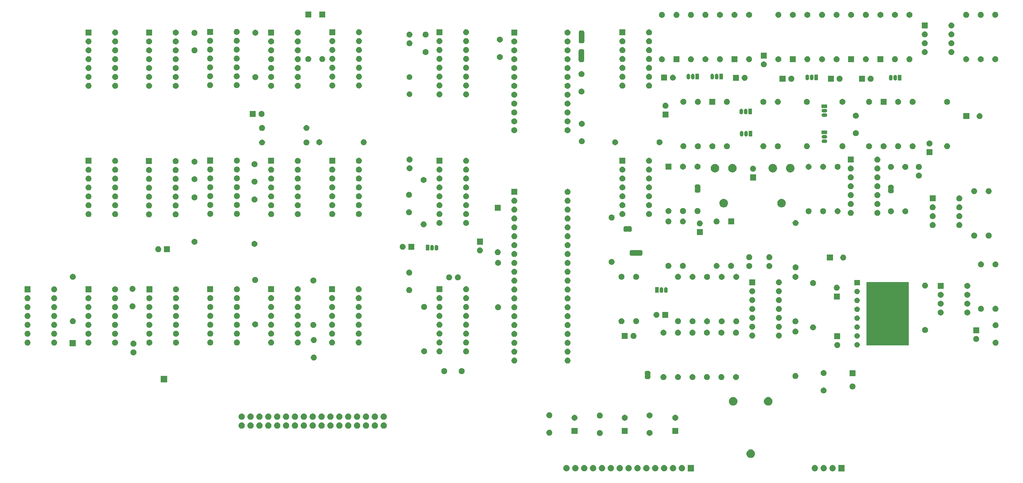
<source format=gbr>
G04 #@! TF.GenerationSoftware,KiCad,Pcbnew,(5.1.4)-1*
G04 #@! TF.CreationDate,2022-01-05T20:45:45-05:00*
G04 #@! TF.ProjectId,Space Firebird Soundboard,53706163-6520-4466-9972-656269726420,rev?*
G04 #@! TF.SameCoordinates,Original*
G04 #@! TF.FileFunction,Soldermask,Top*
G04 #@! TF.FilePolarity,Negative*
%FSLAX46Y46*%
G04 Gerber Fmt 4.6, Leading zero omitted, Abs format (unit mm)*
G04 Created by KiCad (PCBNEW (5.1.4)-1) date 2022-01-05 20:45:45*
%MOMM*%
%LPD*%
G04 APERTURE LIST*
%ADD10C,0.100000*%
G04 APERTURE END LIST*
D10*
G36*
X230776000Y-165026000D02*
G01*
X228974000Y-165026000D01*
X228974000Y-163224000D01*
X230776000Y-163224000D01*
X230776000Y-165026000D01*
X230776000Y-165026000D01*
G37*
G36*
X204585443Y-163230519D02*
G01*
X204651627Y-163237037D01*
X204821466Y-163288557D01*
X204977991Y-163372222D01*
X205013729Y-163401552D01*
X205115186Y-163484814D01*
X205198448Y-163586271D01*
X205227778Y-163622009D01*
X205311443Y-163778534D01*
X205362963Y-163948373D01*
X205380359Y-164125000D01*
X205362963Y-164301627D01*
X205311443Y-164471466D01*
X205227778Y-164627991D01*
X205198448Y-164663729D01*
X205115186Y-164765186D01*
X205013729Y-164848448D01*
X204977991Y-164877778D01*
X204821466Y-164961443D01*
X204651627Y-165012963D01*
X204585443Y-165019481D01*
X204519260Y-165026000D01*
X204430740Y-165026000D01*
X204364557Y-165019481D01*
X204298373Y-165012963D01*
X204128534Y-164961443D01*
X203972009Y-164877778D01*
X203936271Y-164848448D01*
X203834814Y-164765186D01*
X203751552Y-164663729D01*
X203722222Y-164627991D01*
X203638557Y-164471466D01*
X203587037Y-164301627D01*
X203569641Y-164125000D01*
X203587037Y-163948373D01*
X203638557Y-163778534D01*
X203722222Y-163622009D01*
X203751552Y-163586271D01*
X203834814Y-163484814D01*
X203936271Y-163401552D01*
X203972009Y-163372222D01*
X204128534Y-163288557D01*
X204298373Y-163237037D01*
X204364557Y-163230519D01*
X204430740Y-163224000D01*
X204519260Y-163224000D01*
X204585443Y-163230519D01*
X204585443Y-163230519D01*
G37*
G36*
X265490443Y-163230519D02*
G01*
X265556627Y-163237037D01*
X265726466Y-163288557D01*
X265882991Y-163372222D01*
X265918729Y-163401552D01*
X266020186Y-163484814D01*
X266103448Y-163586271D01*
X266132778Y-163622009D01*
X266216443Y-163778534D01*
X266267963Y-163948373D01*
X266285359Y-164125000D01*
X266267963Y-164301627D01*
X266216443Y-164471466D01*
X266132778Y-164627991D01*
X266103448Y-164663729D01*
X266020186Y-164765186D01*
X265918729Y-164848448D01*
X265882991Y-164877778D01*
X265726466Y-164961443D01*
X265556627Y-165012963D01*
X265490443Y-165019481D01*
X265424260Y-165026000D01*
X265335740Y-165026000D01*
X265269557Y-165019481D01*
X265203373Y-165012963D01*
X265033534Y-164961443D01*
X264877009Y-164877778D01*
X264841271Y-164848448D01*
X264739814Y-164765186D01*
X264656552Y-164663729D01*
X264627222Y-164627991D01*
X264543557Y-164471466D01*
X264492037Y-164301627D01*
X264474641Y-164125000D01*
X264492037Y-163948373D01*
X264543557Y-163778534D01*
X264627222Y-163622009D01*
X264656552Y-163586271D01*
X264739814Y-163484814D01*
X264841271Y-163401552D01*
X264877009Y-163372222D01*
X265033534Y-163288557D01*
X265203373Y-163237037D01*
X265269557Y-163230519D01*
X265335740Y-163224000D01*
X265424260Y-163224000D01*
X265490443Y-163230519D01*
X265490443Y-163230519D01*
G37*
G36*
X268030443Y-163230519D02*
G01*
X268096627Y-163237037D01*
X268266466Y-163288557D01*
X268422991Y-163372222D01*
X268458729Y-163401552D01*
X268560186Y-163484814D01*
X268643448Y-163586271D01*
X268672778Y-163622009D01*
X268756443Y-163778534D01*
X268807963Y-163948373D01*
X268825359Y-164125000D01*
X268807963Y-164301627D01*
X268756443Y-164471466D01*
X268672778Y-164627991D01*
X268643448Y-164663729D01*
X268560186Y-164765186D01*
X268458729Y-164848448D01*
X268422991Y-164877778D01*
X268266466Y-164961443D01*
X268096627Y-165012963D01*
X268030443Y-165019481D01*
X267964260Y-165026000D01*
X267875740Y-165026000D01*
X267809557Y-165019481D01*
X267743373Y-165012963D01*
X267573534Y-164961443D01*
X267417009Y-164877778D01*
X267381271Y-164848448D01*
X267279814Y-164765186D01*
X267196552Y-164663729D01*
X267167222Y-164627991D01*
X267083557Y-164471466D01*
X267032037Y-164301627D01*
X267014641Y-164125000D01*
X267032037Y-163948373D01*
X267083557Y-163778534D01*
X267167222Y-163622009D01*
X267196552Y-163586271D01*
X267279814Y-163484814D01*
X267381271Y-163401552D01*
X267417009Y-163372222D01*
X267573534Y-163288557D01*
X267743373Y-163237037D01*
X267809557Y-163230519D01*
X267875740Y-163224000D01*
X267964260Y-163224000D01*
X268030443Y-163230519D01*
X268030443Y-163230519D01*
G37*
G36*
X273901000Y-165026000D02*
G01*
X272099000Y-165026000D01*
X272099000Y-163224000D01*
X273901000Y-163224000D01*
X273901000Y-165026000D01*
X273901000Y-165026000D01*
G37*
G36*
X194425443Y-163230519D02*
G01*
X194491627Y-163237037D01*
X194661466Y-163288557D01*
X194817991Y-163372222D01*
X194853729Y-163401552D01*
X194955186Y-163484814D01*
X195038448Y-163586271D01*
X195067778Y-163622009D01*
X195151443Y-163778534D01*
X195202963Y-163948373D01*
X195220359Y-164125000D01*
X195202963Y-164301627D01*
X195151443Y-164471466D01*
X195067778Y-164627991D01*
X195038448Y-164663729D01*
X194955186Y-164765186D01*
X194853729Y-164848448D01*
X194817991Y-164877778D01*
X194661466Y-164961443D01*
X194491627Y-165012963D01*
X194425443Y-165019481D01*
X194359260Y-165026000D01*
X194270740Y-165026000D01*
X194204557Y-165019481D01*
X194138373Y-165012963D01*
X193968534Y-164961443D01*
X193812009Y-164877778D01*
X193776271Y-164848448D01*
X193674814Y-164765186D01*
X193591552Y-164663729D01*
X193562222Y-164627991D01*
X193478557Y-164471466D01*
X193427037Y-164301627D01*
X193409641Y-164125000D01*
X193427037Y-163948373D01*
X193478557Y-163778534D01*
X193562222Y-163622009D01*
X193591552Y-163586271D01*
X193674814Y-163484814D01*
X193776271Y-163401552D01*
X193812009Y-163372222D01*
X193968534Y-163288557D01*
X194138373Y-163237037D01*
X194204557Y-163230519D01*
X194270740Y-163224000D01*
X194359260Y-163224000D01*
X194425443Y-163230519D01*
X194425443Y-163230519D01*
G37*
G36*
X196965443Y-163230519D02*
G01*
X197031627Y-163237037D01*
X197201466Y-163288557D01*
X197357991Y-163372222D01*
X197393729Y-163401552D01*
X197495186Y-163484814D01*
X197578448Y-163586271D01*
X197607778Y-163622009D01*
X197691443Y-163778534D01*
X197742963Y-163948373D01*
X197760359Y-164125000D01*
X197742963Y-164301627D01*
X197691443Y-164471466D01*
X197607778Y-164627991D01*
X197578448Y-164663729D01*
X197495186Y-164765186D01*
X197393729Y-164848448D01*
X197357991Y-164877778D01*
X197201466Y-164961443D01*
X197031627Y-165012963D01*
X196965443Y-165019481D01*
X196899260Y-165026000D01*
X196810740Y-165026000D01*
X196744557Y-165019481D01*
X196678373Y-165012963D01*
X196508534Y-164961443D01*
X196352009Y-164877778D01*
X196316271Y-164848448D01*
X196214814Y-164765186D01*
X196131552Y-164663729D01*
X196102222Y-164627991D01*
X196018557Y-164471466D01*
X195967037Y-164301627D01*
X195949641Y-164125000D01*
X195967037Y-163948373D01*
X196018557Y-163778534D01*
X196102222Y-163622009D01*
X196131552Y-163586271D01*
X196214814Y-163484814D01*
X196316271Y-163401552D01*
X196352009Y-163372222D01*
X196508534Y-163288557D01*
X196678373Y-163237037D01*
X196744557Y-163230519D01*
X196810740Y-163224000D01*
X196899260Y-163224000D01*
X196965443Y-163230519D01*
X196965443Y-163230519D01*
G37*
G36*
X199505443Y-163230519D02*
G01*
X199571627Y-163237037D01*
X199741466Y-163288557D01*
X199897991Y-163372222D01*
X199933729Y-163401552D01*
X200035186Y-163484814D01*
X200118448Y-163586271D01*
X200147778Y-163622009D01*
X200231443Y-163778534D01*
X200282963Y-163948373D01*
X200300359Y-164125000D01*
X200282963Y-164301627D01*
X200231443Y-164471466D01*
X200147778Y-164627991D01*
X200118448Y-164663729D01*
X200035186Y-164765186D01*
X199933729Y-164848448D01*
X199897991Y-164877778D01*
X199741466Y-164961443D01*
X199571627Y-165012963D01*
X199505443Y-165019481D01*
X199439260Y-165026000D01*
X199350740Y-165026000D01*
X199284557Y-165019481D01*
X199218373Y-165012963D01*
X199048534Y-164961443D01*
X198892009Y-164877778D01*
X198856271Y-164848448D01*
X198754814Y-164765186D01*
X198671552Y-164663729D01*
X198642222Y-164627991D01*
X198558557Y-164471466D01*
X198507037Y-164301627D01*
X198489641Y-164125000D01*
X198507037Y-163948373D01*
X198558557Y-163778534D01*
X198642222Y-163622009D01*
X198671552Y-163586271D01*
X198754814Y-163484814D01*
X198856271Y-163401552D01*
X198892009Y-163372222D01*
X199048534Y-163288557D01*
X199218373Y-163237037D01*
X199284557Y-163230519D01*
X199350740Y-163224000D01*
X199439260Y-163224000D01*
X199505443Y-163230519D01*
X199505443Y-163230519D01*
G37*
G36*
X202045443Y-163230519D02*
G01*
X202111627Y-163237037D01*
X202281466Y-163288557D01*
X202437991Y-163372222D01*
X202473729Y-163401552D01*
X202575186Y-163484814D01*
X202658448Y-163586271D01*
X202687778Y-163622009D01*
X202771443Y-163778534D01*
X202822963Y-163948373D01*
X202840359Y-164125000D01*
X202822963Y-164301627D01*
X202771443Y-164471466D01*
X202687778Y-164627991D01*
X202658448Y-164663729D01*
X202575186Y-164765186D01*
X202473729Y-164848448D01*
X202437991Y-164877778D01*
X202281466Y-164961443D01*
X202111627Y-165012963D01*
X202045443Y-165019481D01*
X201979260Y-165026000D01*
X201890740Y-165026000D01*
X201824557Y-165019481D01*
X201758373Y-165012963D01*
X201588534Y-164961443D01*
X201432009Y-164877778D01*
X201396271Y-164848448D01*
X201294814Y-164765186D01*
X201211552Y-164663729D01*
X201182222Y-164627991D01*
X201098557Y-164471466D01*
X201047037Y-164301627D01*
X201029641Y-164125000D01*
X201047037Y-163948373D01*
X201098557Y-163778534D01*
X201182222Y-163622009D01*
X201211552Y-163586271D01*
X201294814Y-163484814D01*
X201396271Y-163401552D01*
X201432009Y-163372222D01*
X201588534Y-163288557D01*
X201758373Y-163237037D01*
X201824557Y-163230519D01*
X201890740Y-163224000D01*
X201979260Y-163224000D01*
X202045443Y-163230519D01*
X202045443Y-163230519D01*
G37*
G36*
X270570443Y-163230519D02*
G01*
X270636627Y-163237037D01*
X270806466Y-163288557D01*
X270962991Y-163372222D01*
X270998729Y-163401552D01*
X271100186Y-163484814D01*
X271183448Y-163586271D01*
X271212778Y-163622009D01*
X271296443Y-163778534D01*
X271347963Y-163948373D01*
X271365359Y-164125000D01*
X271347963Y-164301627D01*
X271296443Y-164471466D01*
X271212778Y-164627991D01*
X271183448Y-164663729D01*
X271100186Y-164765186D01*
X270998729Y-164848448D01*
X270962991Y-164877778D01*
X270806466Y-164961443D01*
X270636627Y-165012963D01*
X270570443Y-165019481D01*
X270504260Y-165026000D01*
X270415740Y-165026000D01*
X270349557Y-165019481D01*
X270283373Y-165012963D01*
X270113534Y-164961443D01*
X269957009Y-164877778D01*
X269921271Y-164848448D01*
X269819814Y-164765186D01*
X269736552Y-164663729D01*
X269707222Y-164627991D01*
X269623557Y-164471466D01*
X269572037Y-164301627D01*
X269554641Y-164125000D01*
X269572037Y-163948373D01*
X269623557Y-163778534D01*
X269707222Y-163622009D01*
X269736552Y-163586271D01*
X269819814Y-163484814D01*
X269921271Y-163401552D01*
X269957009Y-163372222D01*
X270113534Y-163288557D01*
X270283373Y-163237037D01*
X270349557Y-163230519D01*
X270415740Y-163224000D01*
X270504260Y-163224000D01*
X270570443Y-163230519D01*
X270570443Y-163230519D01*
G37*
G36*
X209665443Y-163230519D02*
G01*
X209731627Y-163237037D01*
X209901466Y-163288557D01*
X210057991Y-163372222D01*
X210093729Y-163401552D01*
X210195186Y-163484814D01*
X210278448Y-163586271D01*
X210307778Y-163622009D01*
X210391443Y-163778534D01*
X210442963Y-163948373D01*
X210460359Y-164125000D01*
X210442963Y-164301627D01*
X210391443Y-164471466D01*
X210307778Y-164627991D01*
X210278448Y-164663729D01*
X210195186Y-164765186D01*
X210093729Y-164848448D01*
X210057991Y-164877778D01*
X209901466Y-164961443D01*
X209731627Y-165012963D01*
X209665443Y-165019481D01*
X209599260Y-165026000D01*
X209510740Y-165026000D01*
X209444557Y-165019481D01*
X209378373Y-165012963D01*
X209208534Y-164961443D01*
X209052009Y-164877778D01*
X209016271Y-164848448D01*
X208914814Y-164765186D01*
X208831552Y-164663729D01*
X208802222Y-164627991D01*
X208718557Y-164471466D01*
X208667037Y-164301627D01*
X208649641Y-164125000D01*
X208667037Y-163948373D01*
X208718557Y-163778534D01*
X208802222Y-163622009D01*
X208831552Y-163586271D01*
X208914814Y-163484814D01*
X209016271Y-163401552D01*
X209052009Y-163372222D01*
X209208534Y-163288557D01*
X209378373Y-163237037D01*
X209444557Y-163230519D01*
X209510740Y-163224000D01*
X209599260Y-163224000D01*
X209665443Y-163230519D01*
X209665443Y-163230519D01*
G37*
G36*
X212205443Y-163230519D02*
G01*
X212271627Y-163237037D01*
X212441466Y-163288557D01*
X212597991Y-163372222D01*
X212633729Y-163401552D01*
X212735186Y-163484814D01*
X212818448Y-163586271D01*
X212847778Y-163622009D01*
X212931443Y-163778534D01*
X212982963Y-163948373D01*
X213000359Y-164125000D01*
X212982963Y-164301627D01*
X212931443Y-164471466D01*
X212847778Y-164627991D01*
X212818448Y-164663729D01*
X212735186Y-164765186D01*
X212633729Y-164848448D01*
X212597991Y-164877778D01*
X212441466Y-164961443D01*
X212271627Y-165012963D01*
X212205443Y-165019481D01*
X212139260Y-165026000D01*
X212050740Y-165026000D01*
X211984557Y-165019481D01*
X211918373Y-165012963D01*
X211748534Y-164961443D01*
X211592009Y-164877778D01*
X211556271Y-164848448D01*
X211454814Y-164765186D01*
X211371552Y-164663729D01*
X211342222Y-164627991D01*
X211258557Y-164471466D01*
X211207037Y-164301627D01*
X211189641Y-164125000D01*
X211207037Y-163948373D01*
X211258557Y-163778534D01*
X211342222Y-163622009D01*
X211371552Y-163586271D01*
X211454814Y-163484814D01*
X211556271Y-163401552D01*
X211592009Y-163372222D01*
X211748534Y-163288557D01*
X211918373Y-163237037D01*
X211984557Y-163230519D01*
X212050740Y-163224000D01*
X212139260Y-163224000D01*
X212205443Y-163230519D01*
X212205443Y-163230519D01*
G37*
G36*
X214745443Y-163230519D02*
G01*
X214811627Y-163237037D01*
X214981466Y-163288557D01*
X215137991Y-163372222D01*
X215173729Y-163401552D01*
X215275186Y-163484814D01*
X215358448Y-163586271D01*
X215387778Y-163622009D01*
X215471443Y-163778534D01*
X215522963Y-163948373D01*
X215540359Y-164125000D01*
X215522963Y-164301627D01*
X215471443Y-164471466D01*
X215387778Y-164627991D01*
X215358448Y-164663729D01*
X215275186Y-164765186D01*
X215173729Y-164848448D01*
X215137991Y-164877778D01*
X214981466Y-164961443D01*
X214811627Y-165012963D01*
X214745443Y-165019481D01*
X214679260Y-165026000D01*
X214590740Y-165026000D01*
X214524557Y-165019481D01*
X214458373Y-165012963D01*
X214288534Y-164961443D01*
X214132009Y-164877778D01*
X214096271Y-164848448D01*
X213994814Y-164765186D01*
X213911552Y-164663729D01*
X213882222Y-164627991D01*
X213798557Y-164471466D01*
X213747037Y-164301627D01*
X213729641Y-164125000D01*
X213747037Y-163948373D01*
X213798557Y-163778534D01*
X213882222Y-163622009D01*
X213911552Y-163586271D01*
X213994814Y-163484814D01*
X214096271Y-163401552D01*
X214132009Y-163372222D01*
X214288534Y-163288557D01*
X214458373Y-163237037D01*
X214524557Y-163230519D01*
X214590740Y-163224000D01*
X214679260Y-163224000D01*
X214745443Y-163230519D01*
X214745443Y-163230519D01*
G37*
G36*
X217285443Y-163230519D02*
G01*
X217351627Y-163237037D01*
X217521466Y-163288557D01*
X217677991Y-163372222D01*
X217713729Y-163401552D01*
X217815186Y-163484814D01*
X217898448Y-163586271D01*
X217927778Y-163622009D01*
X218011443Y-163778534D01*
X218062963Y-163948373D01*
X218080359Y-164125000D01*
X218062963Y-164301627D01*
X218011443Y-164471466D01*
X217927778Y-164627991D01*
X217898448Y-164663729D01*
X217815186Y-164765186D01*
X217713729Y-164848448D01*
X217677991Y-164877778D01*
X217521466Y-164961443D01*
X217351627Y-165012963D01*
X217285443Y-165019481D01*
X217219260Y-165026000D01*
X217130740Y-165026000D01*
X217064557Y-165019481D01*
X216998373Y-165012963D01*
X216828534Y-164961443D01*
X216672009Y-164877778D01*
X216636271Y-164848448D01*
X216534814Y-164765186D01*
X216451552Y-164663729D01*
X216422222Y-164627991D01*
X216338557Y-164471466D01*
X216287037Y-164301627D01*
X216269641Y-164125000D01*
X216287037Y-163948373D01*
X216338557Y-163778534D01*
X216422222Y-163622009D01*
X216451552Y-163586271D01*
X216534814Y-163484814D01*
X216636271Y-163401552D01*
X216672009Y-163372222D01*
X216828534Y-163288557D01*
X216998373Y-163237037D01*
X217064557Y-163230519D01*
X217130740Y-163224000D01*
X217219260Y-163224000D01*
X217285443Y-163230519D01*
X217285443Y-163230519D01*
G37*
G36*
X219825443Y-163230519D02*
G01*
X219891627Y-163237037D01*
X220061466Y-163288557D01*
X220217991Y-163372222D01*
X220253729Y-163401552D01*
X220355186Y-163484814D01*
X220438448Y-163586271D01*
X220467778Y-163622009D01*
X220551443Y-163778534D01*
X220602963Y-163948373D01*
X220620359Y-164125000D01*
X220602963Y-164301627D01*
X220551443Y-164471466D01*
X220467778Y-164627991D01*
X220438448Y-164663729D01*
X220355186Y-164765186D01*
X220253729Y-164848448D01*
X220217991Y-164877778D01*
X220061466Y-164961443D01*
X219891627Y-165012963D01*
X219825443Y-165019481D01*
X219759260Y-165026000D01*
X219670740Y-165026000D01*
X219604557Y-165019481D01*
X219538373Y-165012963D01*
X219368534Y-164961443D01*
X219212009Y-164877778D01*
X219176271Y-164848448D01*
X219074814Y-164765186D01*
X218991552Y-164663729D01*
X218962222Y-164627991D01*
X218878557Y-164471466D01*
X218827037Y-164301627D01*
X218809641Y-164125000D01*
X218827037Y-163948373D01*
X218878557Y-163778534D01*
X218962222Y-163622009D01*
X218991552Y-163586271D01*
X219074814Y-163484814D01*
X219176271Y-163401552D01*
X219212009Y-163372222D01*
X219368534Y-163288557D01*
X219538373Y-163237037D01*
X219604557Y-163230519D01*
X219670740Y-163224000D01*
X219759260Y-163224000D01*
X219825443Y-163230519D01*
X219825443Y-163230519D01*
G37*
G36*
X222365443Y-163230519D02*
G01*
X222431627Y-163237037D01*
X222601466Y-163288557D01*
X222757991Y-163372222D01*
X222793729Y-163401552D01*
X222895186Y-163484814D01*
X222978448Y-163586271D01*
X223007778Y-163622009D01*
X223091443Y-163778534D01*
X223142963Y-163948373D01*
X223160359Y-164125000D01*
X223142963Y-164301627D01*
X223091443Y-164471466D01*
X223007778Y-164627991D01*
X222978448Y-164663729D01*
X222895186Y-164765186D01*
X222793729Y-164848448D01*
X222757991Y-164877778D01*
X222601466Y-164961443D01*
X222431627Y-165012963D01*
X222365443Y-165019481D01*
X222299260Y-165026000D01*
X222210740Y-165026000D01*
X222144557Y-165019481D01*
X222078373Y-165012963D01*
X221908534Y-164961443D01*
X221752009Y-164877778D01*
X221716271Y-164848448D01*
X221614814Y-164765186D01*
X221531552Y-164663729D01*
X221502222Y-164627991D01*
X221418557Y-164471466D01*
X221367037Y-164301627D01*
X221349641Y-164125000D01*
X221367037Y-163948373D01*
X221418557Y-163778534D01*
X221502222Y-163622009D01*
X221531552Y-163586271D01*
X221614814Y-163484814D01*
X221716271Y-163401552D01*
X221752009Y-163372222D01*
X221908534Y-163288557D01*
X222078373Y-163237037D01*
X222144557Y-163230519D01*
X222210740Y-163224000D01*
X222299260Y-163224000D01*
X222365443Y-163230519D01*
X222365443Y-163230519D01*
G37*
G36*
X224905443Y-163230519D02*
G01*
X224971627Y-163237037D01*
X225141466Y-163288557D01*
X225297991Y-163372222D01*
X225333729Y-163401552D01*
X225435186Y-163484814D01*
X225518448Y-163586271D01*
X225547778Y-163622009D01*
X225631443Y-163778534D01*
X225682963Y-163948373D01*
X225700359Y-164125000D01*
X225682963Y-164301627D01*
X225631443Y-164471466D01*
X225547778Y-164627991D01*
X225518448Y-164663729D01*
X225435186Y-164765186D01*
X225333729Y-164848448D01*
X225297991Y-164877778D01*
X225141466Y-164961443D01*
X224971627Y-165012963D01*
X224905443Y-165019481D01*
X224839260Y-165026000D01*
X224750740Y-165026000D01*
X224684557Y-165019481D01*
X224618373Y-165012963D01*
X224448534Y-164961443D01*
X224292009Y-164877778D01*
X224256271Y-164848448D01*
X224154814Y-164765186D01*
X224071552Y-164663729D01*
X224042222Y-164627991D01*
X223958557Y-164471466D01*
X223907037Y-164301627D01*
X223889641Y-164125000D01*
X223907037Y-163948373D01*
X223958557Y-163778534D01*
X224042222Y-163622009D01*
X224071552Y-163586271D01*
X224154814Y-163484814D01*
X224256271Y-163401552D01*
X224292009Y-163372222D01*
X224448534Y-163288557D01*
X224618373Y-163237037D01*
X224684557Y-163230519D01*
X224750740Y-163224000D01*
X224839260Y-163224000D01*
X224905443Y-163230519D01*
X224905443Y-163230519D01*
G37*
G36*
X227445443Y-163230519D02*
G01*
X227511627Y-163237037D01*
X227681466Y-163288557D01*
X227837991Y-163372222D01*
X227873729Y-163401552D01*
X227975186Y-163484814D01*
X228058448Y-163586271D01*
X228087778Y-163622009D01*
X228171443Y-163778534D01*
X228222963Y-163948373D01*
X228240359Y-164125000D01*
X228222963Y-164301627D01*
X228171443Y-164471466D01*
X228087778Y-164627991D01*
X228058448Y-164663729D01*
X227975186Y-164765186D01*
X227873729Y-164848448D01*
X227837991Y-164877778D01*
X227681466Y-164961443D01*
X227511627Y-165012963D01*
X227445443Y-165019481D01*
X227379260Y-165026000D01*
X227290740Y-165026000D01*
X227224557Y-165019481D01*
X227158373Y-165012963D01*
X226988534Y-164961443D01*
X226832009Y-164877778D01*
X226796271Y-164848448D01*
X226694814Y-164765186D01*
X226611552Y-164663729D01*
X226582222Y-164627991D01*
X226498557Y-164471466D01*
X226447037Y-164301627D01*
X226429641Y-164125000D01*
X226447037Y-163948373D01*
X226498557Y-163778534D01*
X226582222Y-163622009D01*
X226611552Y-163586271D01*
X226694814Y-163484814D01*
X226796271Y-163401552D01*
X226832009Y-163372222D01*
X226988534Y-163288557D01*
X227158373Y-163237037D01*
X227224557Y-163230519D01*
X227290740Y-163224000D01*
X227379260Y-163224000D01*
X227445443Y-163230519D01*
X227445443Y-163230519D01*
G37*
G36*
X207125443Y-163230519D02*
G01*
X207191627Y-163237037D01*
X207361466Y-163288557D01*
X207517991Y-163372222D01*
X207553729Y-163401552D01*
X207655186Y-163484814D01*
X207738448Y-163586271D01*
X207767778Y-163622009D01*
X207851443Y-163778534D01*
X207902963Y-163948373D01*
X207920359Y-164125000D01*
X207902963Y-164301627D01*
X207851443Y-164471466D01*
X207767778Y-164627991D01*
X207738448Y-164663729D01*
X207655186Y-164765186D01*
X207553729Y-164848448D01*
X207517991Y-164877778D01*
X207361466Y-164961443D01*
X207191627Y-165012963D01*
X207125443Y-165019481D01*
X207059260Y-165026000D01*
X206970740Y-165026000D01*
X206904557Y-165019481D01*
X206838373Y-165012963D01*
X206668534Y-164961443D01*
X206512009Y-164877778D01*
X206476271Y-164848448D01*
X206374814Y-164765186D01*
X206291552Y-164663729D01*
X206262222Y-164627991D01*
X206178557Y-164471466D01*
X206127037Y-164301627D01*
X206109641Y-164125000D01*
X206127037Y-163948373D01*
X206178557Y-163778534D01*
X206262222Y-163622009D01*
X206291552Y-163586271D01*
X206374814Y-163484814D01*
X206476271Y-163401552D01*
X206512009Y-163372222D01*
X206668534Y-163288557D01*
X206838373Y-163237037D01*
X206904557Y-163230519D01*
X206970740Y-163224000D01*
X207059260Y-163224000D01*
X207125443Y-163230519D01*
X207125443Y-163230519D01*
G37*
G36*
X247263205Y-158777461D02*
G01*
X247381153Y-158800922D01*
X247473194Y-158839047D01*
X247603359Y-158892963D01*
X247803342Y-159026587D01*
X247973413Y-159196658D01*
X248107037Y-159396641D01*
X248199078Y-159618848D01*
X248246000Y-159854741D01*
X248246000Y-160095259D01*
X248199078Y-160331152D01*
X248107037Y-160553359D01*
X247973413Y-160753342D01*
X247803342Y-160923413D01*
X247603359Y-161057037D01*
X247473194Y-161110953D01*
X247381153Y-161149078D01*
X247145259Y-161196000D01*
X246904741Y-161196000D01*
X246668847Y-161149078D01*
X246576806Y-161110953D01*
X246446641Y-161057037D01*
X246246658Y-160923413D01*
X246076587Y-160753342D01*
X245942963Y-160553359D01*
X245850922Y-160331152D01*
X245804000Y-160095259D01*
X245804000Y-159854741D01*
X245850922Y-159618848D01*
X245942963Y-159396641D01*
X246076587Y-159196658D01*
X246246658Y-159026587D01*
X246446641Y-158892963D01*
X246576806Y-158839047D01*
X246668847Y-158800922D01*
X246786795Y-158777461D01*
X246904741Y-158754000D01*
X247145259Y-158754000D01*
X247263205Y-158777461D01*
X247263205Y-158777461D01*
G37*
G36*
X204098228Y-153256703D02*
G01*
X204253100Y-153320853D01*
X204392481Y-153413985D01*
X204511015Y-153532519D01*
X204604147Y-153671900D01*
X204668297Y-153826772D01*
X204701000Y-153991184D01*
X204701000Y-154158816D01*
X204668297Y-154323228D01*
X204604147Y-154478100D01*
X204511015Y-154617481D01*
X204392481Y-154736015D01*
X204253100Y-154829147D01*
X204098228Y-154893297D01*
X203933816Y-154926000D01*
X203766184Y-154926000D01*
X203601772Y-154893297D01*
X203446900Y-154829147D01*
X203307519Y-154736015D01*
X203188985Y-154617481D01*
X203095853Y-154478100D01*
X203031703Y-154323228D01*
X202999000Y-154158816D01*
X202999000Y-153991184D01*
X203031703Y-153826772D01*
X203095853Y-153671900D01*
X203188985Y-153532519D01*
X203307519Y-153413985D01*
X203446900Y-153320853D01*
X203601772Y-153256703D01*
X203766184Y-153224000D01*
X203933816Y-153224000D01*
X204098228Y-153256703D01*
X204098228Y-153256703D01*
G37*
G36*
X218348228Y-153206703D02*
G01*
X218503100Y-153270853D01*
X218642481Y-153363985D01*
X218761015Y-153482519D01*
X218854147Y-153621900D01*
X218918297Y-153776772D01*
X218951000Y-153941184D01*
X218951000Y-154108816D01*
X218918297Y-154273228D01*
X218854147Y-154428100D01*
X218761015Y-154567481D01*
X218642481Y-154686015D01*
X218503100Y-154779147D01*
X218348228Y-154843297D01*
X218183816Y-154876000D01*
X218016184Y-154876000D01*
X217851772Y-154843297D01*
X217696900Y-154779147D01*
X217557519Y-154686015D01*
X217438985Y-154567481D01*
X217345853Y-154428100D01*
X217281703Y-154273228D01*
X217249000Y-154108816D01*
X217249000Y-153941184D01*
X217281703Y-153776772D01*
X217345853Y-153621900D01*
X217438985Y-153482519D01*
X217557519Y-153363985D01*
X217696900Y-153270853D01*
X217851772Y-153206703D01*
X218016184Y-153174000D01*
X218183816Y-153174000D01*
X218348228Y-153206703D01*
X218348228Y-153206703D01*
G37*
G36*
X189673228Y-153156703D02*
G01*
X189828100Y-153220853D01*
X189967481Y-153313985D01*
X190086015Y-153432519D01*
X190179147Y-153571900D01*
X190243297Y-153726772D01*
X190276000Y-153891184D01*
X190276000Y-154058816D01*
X190243297Y-154223228D01*
X190179147Y-154378100D01*
X190086015Y-154517481D01*
X189967481Y-154636015D01*
X189828100Y-154729147D01*
X189673228Y-154793297D01*
X189508816Y-154826000D01*
X189341184Y-154826000D01*
X189176772Y-154793297D01*
X189021900Y-154729147D01*
X188882519Y-154636015D01*
X188763985Y-154517481D01*
X188670853Y-154378100D01*
X188606703Y-154223228D01*
X188574000Y-154058816D01*
X188574000Y-153891184D01*
X188606703Y-153726772D01*
X188670853Y-153571900D01*
X188763985Y-153432519D01*
X188882519Y-153313985D01*
X189021900Y-153220853D01*
X189176772Y-153156703D01*
X189341184Y-153124000D01*
X189508816Y-153124000D01*
X189673228Y-153156703D01*
X189673228Y-153156703D01*
G37*
G36*
X211851000Y-154351000D02*
G01*
X210149000Y-154351000D01*
X210149000Y-152649000D01*
X211851000Y-152649000D01*
X211851000Y-154351000D01*
X211851000Y-154351000D01*
G37*
G36*
X226301000Y-154351000D02*
G01*
X224599000Y-154351000D01*
X224599000Y-152649000D01*
X226301000Y-152649000D01*
X226301000Y-154351000D01*
X226301000Y-154351000D01*
G37*
G36*
X197481000Y-154351000D02*
G01*
X195779000Y-154351000D01*
X195779000Y-152649000D01*
X197481000Y-152649000D01*
X197481000Y-154351000D01*
X197481000Y-154351000D01*
G37*
G36*
X126910443Y-151030519D02*
G01*
X126976627Y-151037037D01*
X127146466Y-151088557D01*
X127302991Y-151172222D01*
X127338729Y-151201552D01*
X127440186Y-151284814D01*
X127523448Y-151386271D01*
X127552778Y-151422009D01*
X127636443Y-151578534D01*
X127687963Y-151748373D01*
X127705359Y-151925000D01*
X127687963Y-152101627D01*
X127636443Y-152271466D01*
X127552778Y-152427991D01*
X127523448Y-152463729D01*
X127440186Y-152565186D01*
X127338729Y-152648448D01*
X127302991Y-152677778D01*
X127146466Y-152761443D01*
X126976627Y-152812963D01*
X126910442Y-152819482D01*
X126844260Y-152826000D01*
X126755740Y-152826000D01*
X126689558Y-152819482D01*
X126623373Y-152812963D01*
X126453534Y-152761443D01*
X126297009Y-152677778D01*
X126261271Y-152648448D01*
X126159814Y-152565186D01*
X126076552Y-152463729D01*
X126047222Y-152427991D01*
X125963557Y-152271466D01*
X125912037Y-152101627D01*
X125894641Y-151925000D01*
X125912037Y-151748373D01*
X125963557Y-151578534D01*
X126047222Y-151422009D01*
X126076552Y-151386271D01*
X126159814Y-151284814D01*
X126261271Y-151201552D01*
X126297009Y-151172222D01*
X126453534Y-151088557D01*
X126623373Y-151037037D01*
X126689557Y-151030519D01*
X126755740Y-151024000D01*
X126844260Y-151024000D01*
X126910443Y-151030519D01*
X126910443Y-151030519D01*
G37*
G36*
X101510443Y-151030519D02*
G01*
X101576627Y-151037037D01*
X101746466Y-151088557D01*
X101902991Y-151172222D01*
X101938729Y-151201552D01*
X102040186Y-151284814D01*
X102123448Y-151386271D01*
X102152778Y-151422009D01*
X102236443Y-151578534D01*
X102287963Y-151748373D01*
X102305359Y-151925000D01*
X102287963Y-152101627D01*
X102236443Y-152271466D01*
X102152778Y-152427991D01*
X102123448Y-152463729D01*
X102040186Y-152565186D01*
X101938729Y-152648448D01*
X101902991Y-152677778D01*
X101746466Y-152761443D01*
X101576627Y-152812963D01*
X101510442Y-152819482D01*
X101444260Y-152826000D01*
X101355740Y-152826000D01*
X101289558Y-152819482D01*
X101223373Y-152812963D01*
X101053534Y-152761443D01*
X100897009Y-152677778D01*
X100861271Y-152648448D01*
X100759814Y-152565186D01*
X100676552Y-152463729D01*
X100647222Y-152427991D01*
X100563557Y-152271466D01*
X100512037Y-152101627D01*
X100494641Y-151925000D01*
X100512037Y-151748373D01*
X100563557Y-151578534D01*
X100647222Y-151422009D01*
X100676552Y-151386271D01*
X100759814Y-151284814D01*
X100861271Y-151201552D01*
X100897009Y-151172222D01*
X101053534Y-151088557D01*
X101223373Y-151037037D01*
X101289557Y-151030519D01*
X101355740Y-151024000D01*
X101444260Y-151024000D01*
X101510443Y-151030519D01*
X101510443Y-151030519D01*
G37*
G36*
X104050443Y-151030519D02*
G01*
X104116627Y-151037037D01*
X104286466Y-151088557D01*
X104442991Y-151172222D01*
X104478729Y-151201552D01*
X104580186Y-151284814D01*
X104663448Y-151386271D01*
X104692778Y-151422009D01*
X104776443Y-151578534D01*
X104827963Y-151748373D01*
X104845359Y-151925000D01*
X104827963Y-152101627D01*
X104776443Y-152271466D01*
X104692778Y-152427991D01*
X104663448Y-152463729D01*
X104580186Y-152565186D01*
X104478729Y-152648448D01*
X104442991Y-152677778D01*
X104286466Y-152761443D01*
X104116627Y-152812963D01*
X104050442Y-152819482D01*
X103984260Y-152826000D01*
X103895740Y-152826000D01*
X103829558Y-152819482D01*
X103763373Y-152812963D01*
X103593534Y-152761443D01*
X103437009Y-152677778D01*
X103401271Y-152648448D01*
X103299814Y-152565186D01*
X103216552Y-152463729D01*
X103187222Y-152427991D01*
X103103557Y-152271466D01*
X103052037Y-152101627D01*
X103034641Y-151925000D01*
X103052037Y-151748373D01*
X103103557Y-151578534D01*
X103187222Y-151422009D01*
X103216552Y-151386271D01*
X103299814Y-151284814D01*
X103401271Y-151201552D01*
X103437009Y-151172222D01*
X103593534Y-151088557D01*
X103763373Y-151037037D01*
X103829557Y-151030519D01*
X103895740Y-151024000D01*
X103984260Y-151024000D01*
X104050443Y-151030519D01*
X104050443Y-151030519D01*
G37*
G36*
X106590443Y-151030519D02*
G01*
X106656627Y-151037037D01*
X106826466Y-151088557D01*
X106982991Y-151172222D01*
X107018729Y-151201552D01*
X107120186Y-151284814D01*
X107203448Y-151386271D01*
X107232778Y-151422009D01*
X107316443Y-151578534D01*
X107367963Y-151748373D01*
X107385359Y-151925000D01*
X107367963Y-152101627D01*
X107316443Y-152271466D01*
X107232778Y-152427991D01*
X107203448Y-152463729D01*
X107120186Y-152565186D01*
X107018729Y-152648448D01*
X106982991Y-152677778D01*
X106826466Y-152761443D01*
X106656627Y-152812963D01*
X106590442Y-152819482D01*
X106524260Y-152826000D01*
X106435740Y-152826000D01*
X106369558Y-152819482D01*
X106303373Y-152812963D01*
X106133534Y-152761443D01*
X105977009Y-152677778D01*
X105941271Y-152648448D01*
X105839814Y-152565186D01*
X105756552Y-152463729D01*
X105727222Y-152427991D01*
X105643557Y-152271466D01*
X105592037Y-152101627D01*
X105574641Y-151925000D01*
X105592037Y-151748373D01*
X105643557Y-151578534D01*
X105727222Y-151422009D01*
X105756552Y-151386271D01*
X105839814Y-151284814D01*
X105941271Y-151201552D01*
X105977009Y-151172222D01*
X106133534Y-151088557D01*
X106303373Y-151037037D01*
X106369557Y-151030519D01*
X106435740Y-151024000D01*
X106524260Y-151024000D01*
X106590443Y-151030519D01*
X106590443Y-151030519D01*
G37*
G36*
X109130443Y-151030519D02*
G01*
X109196627Y-151037037D01*
X109366466Y-151088557D01*
X109522991Y-151172222D01*
X109558729Y-151201552D01*
X109660186Y-151284814D01*
X109743448Y-151386271D01*
X109772778Y-151422009D01*
X109856443Y-151578534D01*
X109907963Y-151748373D01*
X109925359Y-151925000D01*
X109907963Y-152101627D01*
X109856443Y-152271466D01*
X109772778Y-152427991D01*
X109743448Y-152463729D01*
X109660186Y-152565186D01*
X109558729Y-152648448D01*
X109522991Y-152677778D01*
X109366466Y-152761443D01*
X109196627Y-152812963D01*
X109130442Y-152819482D01*
X109064260Y-152826000D01*
X108975740Y-152826000D01*
X108909558Y-152819482D01*
X108843373Y-152812963D01*
X108673534Y-152761443D01*
X108517009Y-152677778D01*
X108481271Y-152648448D01*
X108379814Y-152565186D01*
X108296552Y-152463729D01*
X108267222Y-152427991D01*
X108183557Y-152271466D01*
X108132037Y-152101627D01*
X108114641Y-151925000D01*
X108132037Y-151748373D01*
X108183557Y-151578534D01*
X108267222Y-151422009D01*
X108296552Y-151386271D01*
X108379814Y-151284814D01*
X108481271Y-151201552D01*
X108517009Y-151172222D01*
X108673534Y-151088557D01*
X108843373Y-151037037D01*
X108909557Y-151030519D01*
X108975740Y-151024000D01*
X109064260Y-151024000D01*
X109130443Y-151030519D01*
X109130443Y-151030519D01*
G37*
G36*
X111670443Y-151030519D02*
G01*
X111736627Y-151037037D01*
X111906466Y-151088557D01*
X112062991Y-151172222D01*
X112098729Y-151201552D01*
X112200186Y-151284814D01*
X112283448Y-151386271D01*
X112312778Y-151422009D01*
X112396443Y-151578534D01*
X112447963Y-151748373D01*
X112465359Y-151925000D01*
X112447963Y-152101627D01*
X112396443Y-152271466D01*
X112312778Y-152427991D01*
X112283448Y-152463729D01*
X112200186Y-152565186D01*
X112098729Y-152648448D01*
X112062991Y-152677778D01*
X111906466Y-152761443D01*
X111736627Y-152812963D01*
X111670442Y-152819482D01*
X111604260Y-152826000D01*
X111515740Y-152826000D01*
X111449558Y-152819482D01*
X111383373Y-152812963D01*
X111213534Y-152761443D01*
X111057009Y-152677778D01*
X111021271Y-152648448D01*
X110919814Y-152565186D01*
X110836552Y-152463729D01*
X110807222Y-152427991D01*
X110723557Y-152271466D01*
X110672037Y-152101627D01*
X110654641Y-151925000D01*
X110672037Y-151748373D01*
X110723557Y-151578534D01*
X110807222Y-151422009D01*
X110836552Y-151386271D01*
X110919814Y-151284814D01*
X111021271Y-151201552D01*
X111057009Y-151172222D01*
X111213534Y-151088557D01*
X111383373Y-151037037D01*
X111449557Y-151030519D01*
X111515740Y-151024000D01*
X111604260Y-151024000D01*
X111670443Y-151030519D01*
X111670443Y-151030519D01*
G37*
G36*
X114210443Y-151030519D02*
G01*
X114276627Y-151037037D01*
X114446466Y-151088557D01*
X114602991Y-151172222D01*
X114638729Y-151201552D01*
X114740186Y-151284814D01*
X114823448Y-151386271D01*
X114852778Y-151422009D01*
X114936443Y-151578534D01*
X114987963Y-151748373D01*
X115005359Y-151925000D01*
X114987963Y-152101627D01*
X114936443Y-152271466D01*
X114852778Y-152427991D01*
X114823448Y-152463729D01*
X114740186Y-152565186D01*
X114638729Y-152648448D01*
X114602991Y-152677778D01*
X114446466Y-152761443D01*
X114276627Y-152812963D01*
X114210442Y-152819482D01*
X114144260Y-152826000D01*
X114055740Y-152826000D01*
X113989558Y-152819482D01*
X113923373Y-152812963D01*
X113753534Y-152761443D01*
X113597009Y-152677778D01*
X113561271Y-152648448D01*
X113459814Y-152565186D01*
X113376552Y-152463729D01*
X113347222Y-152427991D01*
X113263557Y-152271466D01*
X113212037Y-152101627D01*
X113194641Y-151925000D01*
X113212037Y-151748373D01*
X113263557Y-151578534D01*
X113347222Y-151422009D01*
X113376552Y-151386271D01*
X113459814Y-151284814D01*
X113561271Y-151201552D01*
X113597009Y-151172222D01*
X113753534Y-151088557D01*
X113923373Y-151037037D01*
X113989557Y-151030519D01*
X114055740Y-151024000D01*
X114144260Y-151024000D01*
X114210443Y-151030519D01*
X114210443Y-151030519D01*
G37*
G36*
X116750443Y-151030519D02*
G01*
X116816627Y-151037037D01*
X116986466Y-151088557D01*
X117142991Y-151172222D01*
X117178729Y-151201552D01*
X117280186Y-151284814D01*
X117363448Y-151386271D01*
X117392778Y-151422009D01*
X117476443Y-151578534D01*
X117527963Y-151748373D01*
X117545359Y-151925000D01*
X117527963Y-152101627D01*
X117476443Y-152271466D01*
X117392778Y-152427991D01*
X117363448Y-152463729D01*
X117280186Y-152565186D01*
X117178729Y-152648448D01*
X117142991Y-152677778D01*
X116986466Y-152761443D01*
X116816627Y-152812963D01*
X116750442Y-152819482D01*
X116684260Y-152826000D01*
X116595740Y-152826000D01*
X116529558Y-152819482D01*
X116463373Y-152812963D01*
X116293534Y-152761443D01*
X116137009Y-152677778D01*
X116101271Y-152648448D01*
X115999814Y-152565186D01*
X115916552Y-152463729D01*
X115887222Y-152427991D01*
X115803557Y-152271466D01*
X115752037Y-152101627D01*
X115734641Y-151925000D01*
X115752037Y-151748373D01*
X115803557Y-151578534D01*
X115887222Y-151422009D01*
X115916552Y-151386271D01*
X115999814Y-151284814D01*
X116101271Y-151201552D01*
X116137009Y-151172222D01*
X116293534Y-151088557D01*
X116463373Y-151037037D01*
X116529557Y-151030519D01*
X116595740Y-151024000D01*
X116684260Y-151024000D01*
X116750443Y-151030519D01*
X116750443Y-151030519D01*
G37*
G36*
X119290443Y-151030519D02*
G01*
X119356627Y-151037037D01*
X119526466Y-151088557D01*
X119682991Y-151172222D01*
X119718729Y-151201552D01*
X119820186Y-151284814D01*
X119903448Y-151386271D01*
X119932778Y-151422009D01*
X120016443Y-151578534D01*
X120067963Y-151748373D01*
X120085359Y-151925000D01*
X120067963Y-152101627D01*
X120016443Y-152271466D01*
X119932778Y-152427991D01*
X119903448Y-152463729D01*
X119820186Y-152565186D01*
X119718729Y-152648448D01*
X119682991Y-152677778D01*
X119526466Y-152761443D01*
X119356627Y-152812963D01*
X119290442Y-152819482D01*
X119224260Y-152826000D01*
X119135740Y-152826000D01*
X119069558Y-152819482D01*
X119003373Y-152812963D01*
X118833534Y-152761443D01*
X118677009Y-152677778D01*
X118641271Y-152648448D01*
X118539814Y-152565186D01*
X118456552Y-152463729D01*
X118427222Y-152427991D01*
X118343557Y-152271466D01*
X118292037Y-152101627D01*
X118274641Y-151925000D01*
X118292037Y-151748373D01*
X118343557Y-151578534D01*
X118427222Y-151422009D01*
X118456552Y-151386271D01*
X118539814Y-151284814D01*
X118641271Y-151201552D01*
X118677009Y-151172222D01*
X118833534Y-151088557D01*
X119003373Y-151037037D01*
X119069557Y-151030519D01*
X119135740Y-151024000D01*
X119224260Y-151024000D01*
X119290443Y-151030519D01*
X119290443Y-151030519D01*
G37*
G36*
X124370443Y-151030519D02*
G01*
X124436627Y-151037037D01*
X124606466Y-151088557D01*
X124762991Y-151172222D01*
X124798729Y-151201552D01*
X124900186Y-151284814D01*
X124983448Y-151386271D01*
X125012778Y-151422009D01*
X125096443Y-151578534D01*
X125147963Y-151748373D01*
X125165359Y-151925000D01*
X125147963Y-152101627D01*
X125096443Y-152271466D01*
X125012778Y-152427991D01*
X124983448Y-152463729D01*
X124900186Y-152565186D01*
X124798729Y-152648448D01*
X124762991Y-152677778D01*
X124606466Y-152761443D01*
X124436627Y-152812963D01*
X124370442Y-152819482D01*
X124304260Y-152826000D01*
X124215740Y-152826000D01*
X124149558Y-152819482D01*
X124083373Y-152812963D01*
X123913534Y-152761443D01*
X123757009Y-152677778D01*
X123721271Y-152648448D01*
X123619814Y-152565186D01*
X123536552Y-152463729D01*
X123507222Y-152427991D01*
X123423557Y-152271466D01*
X123372037Y-152101627D01*
X123354641Y-151925000D01*
X123372037Y-151748373D01*
X123423557Y-151578534D01*
X123507222Y-151422009D01*
X123536552Y-151386271D01*
X123619814Y-151284814D01*
X123721271Y-151201552D01*
X123757009Y-151172222D01*
X123913534Y-151088557D01*
X124083373Y-151037037D01*
X124149557Y-151030519D01*
X124215740Y-151024000D01*
X124304260Y-151024000D01*
X124370443Y-151030519D01*
X124370443Y-151030519D01*
G37*
G36*
X142150443Y-151030519D02*
G01*
X142216627Y-151037037D01*
X142386466Y-151088557D01*
X142542991Y-151172222D01*
X142578729Y-151201552D01*
X142680186Y-151284814D01*
X142763448Y-151386271D01*
X142792778Y-151422009D01*
X142876443Y-151578534D01*
X142927963Y-151748373D01*
X142945359Y-151925000D01*
X142927963Y-152101627D01*
X142876443Y-152271466D01*
X142792778Y-152427991D01*
X142763448Y-152463729D01*
X142680186Y-152565186D01*
X142578729Y-152648448D01*
X142542991Y-152677778D01*
X142386466Y-152761443D01*
X142216627Y-152812963D01*
X142150442Y-152819482D01*
X142084260Y-152826000D01*
X141995740Y-152826000D01*
X141929558Y-152819482D01*
X141863373Y-152812963D01*
X141693534Y-152761443D01*
X141537009Y-152677778D01*
X141501271Y-152648448D01*
X141399814Y-152565186D01*
X141316552Y-152463729D01*
X141287222Y-152427991D01*
X141203557Y-152271466D01*
X141152037Y-152101627D01*
X141134641Y-151925000D01*
X141152037Y-151748373D01*
X141203557Y-151578534D01*
X141287222Y-151422009D01*
X141316552Y-151386271D01*
X141399814Y-151284814D01*
X141501271Y-151201552D01*
X141537009Y-151172222D01*
X141693534Y-151088557D01*
X141863373Y-151037037D01*
X141929557Y-151030519D01*
X141995740Y-151024000D01*
X142084260Y-151024000D01*
X142150443Y-151030519D01*
X142150443Y-151030519D01*
G37*
G36*
X129450443Y-151030519D02*
G01*
X129516627Y-151037037D01*
X129686466Y-151088557D01*
X129842991Y-151172222D01*
X129878729Y-151201552D01*
X129980186Y-151284814D01*
X130063448Y-151386271D01*
X130092778Y-151422009D01*
X130176443Y-151578534D01*
X130227963Y-151748373D01*
X130245359Y-151925000D01*
X130227963Y-152101627D01*
X130176443Y-152271466D01*
X130092778Y-152427991D01*
X130063448Y-152463729D01*
X129980186Y-152565186D01*
X129878729Y-152648448D01*
X129842991Y-152677778D01*
X129686466Y-152761443D01*
X129516627Y-152812963D01*
X129450442Y-152819482D01*
X129384260Y-152826000D01*
X129295740Y-152826000D01*
X129229558Y-152819482D01*
X129163373Y-152812963D01*
X128993534Y-152761443D01*
X128837009Y-152677778D01*
X128801271Y-152648448D01*
X128699814Y-152565186D01*
X128616552Y-152463729D01*
X128587222Y-152427991D01*
X128503557Y-152271466D01*
X128452037Y-152101627D01*
X128434641Y-151925000D01*
X128452037Y-151748373D01*
X128503557Y-151578534D01*
X128587222Y-151422009D01*
X128616552Y-151386271D01*
X128699814Y-151284814D01*
X128801271Y-151201552D01*
X128837009Y-151172222D01*
X128993534Y-151088557D01*
X129163373Y-151037037D01*
X129229557Y-151030519D01*
X129295740Y-151024000D01*
X129384260Y-151024000D01*
X129450443Y-151030519D01*
X129450443Y-151030519D01*
G37*
G36*
X131990443Y-151030519D02*
G01*
X132056627Y-151037037D01*
X132226466Y-151088557D01*
X132382991Y-151172222D01*
X132418729Y-151201552D01*
X132520186Y-151284814D01*
X132603448Y-151386271D01*
X132632778Y-151422009D01*
X132716443Y-151578534D01*
X132767963Y-151748373D01*
X132785359Y-151925000D01*
X132767963Y-152101627D01*
X132716443Y-152271466D01*
X132632778Y-152427991D01*
X132603448Y-152463729D01*
X132520186Y-152565186D01*
X132418729Y-152648448D01*
X132382991Y-152677778D01*
X132226466Y-152761443D01*
X132056627Y-152812963D01*
X131990442Y-152819482D01*
X131924260Y-152826000D01*
X131835740Y-152826000D01*
X131769558Y-152819482D01*
X131703373Y-152812963D01*
X131533534Y-152761443D01*
X131377009Y-152677778D01*
X131341271Y-152648448D01*
X131239814Y-152565186D01*
X131156552Y-152463729D01*
X131127222Y-152427991D01*
X131043557Y-152271466D01*
X130992037Y-152101627D01*
X130974641Y-151925000D01*
X130992037Y-151748373D01*
X131043557Y-151578534D01*
X131127222Y-151422009D01*
X131156552Y-151386271D01*
X131239814Y-151284814D01*
X131341271Y-151201552D01*
X131377009Y-151172222D01*
X131533534Y-151088557D01*
X131703373Y-151037037D01*
X131769557Y-151030519D01*
X131835740Y-151024000D01*
X131924260Y-151024000D01*
X131990443Y-151030519D01*
X131990443Y-151030519D01*
G37*
G36*
X134530443Y-151030519D02*
G01*
X134596627Y-151037037D01*
X134766466Y-151088557D01*
X134922991Y-151172222D01*
X134958729Y-151201552D01*
X135060186Y-151284814D01*
X135143448Y-151386271D01*
X135172778Y-151422009D01*
X135256443Y-151578534D01*
X135307963Y-151748373D01*
X135325359Y-151925000D01*
X135307963Y-152101627D01*
X135256443Y-152271466D01*
X135172778Y-152427991D01*
X135143448Y-152463729D01*
X135060186Y-152565186D01*
X134958729Y-152648448D01*
X134922991Y-152677778D01*
X134766466Y-152761443D01*
X134596627Y-152812963D01*
X134530442Y-152819482D01*
X134464260Y-152826000D01*
X134375740Y-152826000D01*
X134309558Y-152819482D01*
X134243373Y-152812963D01*
X134073534Y-152761443D01*
X133917009Y-152677778D01*
X133881271Y-152648448D01*
X133779814Y-152565186D01*
X133696552Y-152463729D01*
X133667222Y-152427991D01*
X133583557Y-152271466D01*
X133532037Y-152101627D01*
X133514641Y-151925000D01*
X133532037Y-151748373D01*
X133583557Y-151578534D01*
X133667222Y-151422009D01*
X133696552Y-151386271D01*
X133779814Y-151284814D01*
X133881271Y-151201552D01*
X133917009Y-151172222D01*
X134073534Y-151088557D01*
X134243373Y-151037037D01*
X134309557Y-151030519D01*
X134375740Y-151024000D01*
X134464260Y-151024000D01*
X134530443Y-151030519D01*
X134530443Y-151030519D01*
G37*
G36*
X137070443Y-151030519D02*
G01*
X137136627Y-151037037D01*
X137306466Y-151088557D01*
X137462991Y-151172222D01*
X137498729Y-151201552D01*
X137600186Y-151284814D01*
X137683448Y-151386271D01*
X137712778Y-151422009D01*
X137796443Y-151578534D01*
X137847963Y-151748373D01*
X137865359Y-151925000D01*
X137847963Y-152101627D01*
X137796443Y-152271466D01*
X137712778Y-152427991D01*
X137683448Y-152463729D01*
X137600186Y-152565186D01*
X137498729Y-152648448D01*
X137462991Y-152677778D01*
X137306466Y-152761443D01*
X137136627Y-152812963D01*
X137070442Y-152819482D01*
X137004260Y-152826000D01*
X136915740Y-152826000D01*
X136849558Y-152819482D01*
X136783373Y-152812963D01*
X136613534Y-152761443D01*
X136457009Y-152677778D01*
X136421271Y-152648448D01*
X136319814Y-152565186D01*
X136236552Y-152463729D01*
X136207222Y-152427991D01*
X136123557Y-152271466D01*
X136072037Y-152101627D01*
X136054641Y-151925000D01*
X136072037Y-151748373D01*
X136123557Y-151578534D01*
X136207222Y-151422009D01*
X136236552Y-151386271D01*
X136319814Y-151284814D01*
X136421271Y-151201552D01*
X136457009Y-151172222D01*
X136613534Y-151088557D01*
X136783373Y-151037037D01*
X136849557Y-151030519D01*
X136915740Y-151024000D01*
X137004260Y-151024000D01*
X137070443Y-151030519D01*
X137070443Y-151030519D01*
G37*
G36*
X139610443Y-151030519D02*
G01*
X139676627Y-151037037D01*
X139846466Y-151088557D01*
X140002991Y-151172222D01*
X140038729Y-151201552D01*
X140140186Y-151284814D01*
X140223448Y-151386271D01*
X140252778Y-151422009D01*
X140336443Y-151578534D01*
X140387963Y-151748373D01*
X140405359Y-151925000D01*
X140387963Y-152101627D01*
X140336443Y-152271466D01*
X140252778Y-152427991D01*
X140223448Y-152463729D01*
X140140186Y-152565186D01*
X140038729Y-152648448D01*
X140002991Y-152677778D01*
X139846466Y-152761443D01*
X139676627Y-152812963D01*
X139610442Y-152819482D01*
X139544260Y-152826000D01*
X139455740Y-152826000D01*
X139389558Y-152819482D01*
X139323373Y-152812963D01*
X139153534Y-152761443D01*
X138997009Y-152677778D01*
X138961271Y-152648448D01*
X138859814Y-152565186D01*
X138776552Y-152463729D01*
X138747222Y-152427991D01*
X138663557Y-152271466D01*
X138612037Y-152101627D01*
X138594641Y-151925000D01*
X138612037Y-151748373D01*
X138663557Y-151578534D01*
X138747222Y-151422009D01*
X138776552Y-151386271D01*
X138859814Y-151284814D01*
X138961271Y-151201552D01*
X138997009Y-151172222D01*
X139153534Y-151088557D01*
X139323373Y-151037037D01*
X139389557Y-151030519D01*
X139455740Y-151024000D01*
X139544260Y-151024000D01*
X139610443Y-151030519D01*
X139610443Y-151030519D01*
G37*
G36*
X121830443Y-151030519D02*
G01*
X121896627Y-151037037D01*
X122066466Y-151088557D01*
X122222991Y-151172222D01*
X122258729Y-151201552D01*
X122360186Y-151284814D01*
X122443448Y-151386271D01*
X122472778Y-151422009D01*
X122556443Y-151578534D01*
X122607963Y-151748373D01*
X122625359Y-151925000D01*
X122607963Y-152101627D01*
X122556443Y-152271466D01*
X122472778Y-152427991D01*
X122443448Y-152463729D01*
X122360186Y-152565186D01*
X122258729Y-152648448D01*
X122222991Y-152677778D01*
X122066466Y-152761443D01*
X121896627Y-152812963D01*
X121830442Y-152819482D01*
X121764260Y-152826000D01*
X121675740Y-152826000D01*
X121609558Y-152819482D01*
X121543373Y-152812963D01*
X121373534Y-152761443D01*
X121217009Y-152677778D01*
X121181271Y-152648448D01*
X121079814Y-152565186D01*
X120996552Y-152463729D01*
X120967222Y-152427991D01*
X120883557Y-152271466D01*
X120832037Y-152101627D01*
X120814641Y-151925000D01*
X120832037Y-151748373D01*
X120883557Y-151578534D01*
X120967222Y-151422009D01*
X120996552Y-151386271D01*
X121079814Y-151284814D01*
X121181271Y-151201552D01*
X121217009Y-151172222D01*
X121373534Y-151088557D01*
X121543373Y-151037037D01*
X121609557Y-151030519D01*
X121675740Y-151024000D01*
X121764260Y-151024000D01*
X121830443Y-151030519D01*
X121830443Y-151030519D01*
G37*
G36*
X211248228Y-148881703D02*
G01*
X211403100Y-148945853D01*
X211542481Y-149038985D01*
X211661015Y-149157519D01*
X211754147Y-149296900D01*
X211818297Y-149451772D01*
X211851000Y-149616184D01*
X211851000Y-149783816D01*
X211818297Y-149948228D01*
X211754147Y-150103100D01*
X211661015Y-150242481D01*
X211542481Y-150361015D01*
X211403100Y-150454147D01*
X211248228Y-150518297D01*
X211083816Y-150551000D01*
X210916184Y-150551000D01*
X210751772Y-150518297D01*
X210596900Y-150454147D01*
X210457519Y-150361015D01*
X210338985Y-150242481D01*
X210245853Y-150103100D01*
X210181703Y-149948228D01*
X210149000Y-149783816D01*
X210149000Y-149616184D01*
X210181703Y-149451772D01*
X210245853Y-149296900D01*
X210338985Y-149157519D01*
X210457519Y-149038985D01*
X210596900Y-148945853D01*
X210751772Y-148881703D01*
X210916184Y-148849000D01*
X211083816Y-148849000D01*
X211248228Y-148881703D01*
X211248228Y-148881703D01*
G37*
G36*
X196878228Y-148881703D02*
G01*
X197033100Y-148945853D01*
X197172481Y-149038985D01*
X197291015Y-149157519D01*
X197384147Y-149296900D01*
X197448297Y-149451772D01*
X197481000Y-149616184D01*
X197481000Y-149783816D01*
X197448297Y-149948228D01*
X197384147Y-150103100D01*
X197291015Y-150242481D01*
X197172481Y-150361015D01*
X197033100Y-150454147D01*
X196878228Y-150518297D01*
X196713816Y-150551000D01*
X196546184Y-150551000D01*
X196381772Y-150518297D01*
X196226900Y-150454147D01*
X196087519Y-150361015D01*
X195968985Y-150242481D01*
X195875853Y-150103100D01*
X195811703Y-149948228D01*
X195779000Y-149783816D01*
X195779000Y-149616184D01*
X195811703Y-149451772D01*
X195875853Y-149296900D01*
X195968985Y-149157519D01*
X196087519Y-149038985D01*
X196226900Y-148945853D01*
X196381772Y-148881703D01*
X196546184Y-148849000D01*
X196713816Y-148849000D01*
X196878228Y-148881703D01*
X196878228Y-148881703D01*
G37*
G36*
X225698228Y-148881703D02*
G01*
X225853100Y-148945853D01*
X225992481Y-149038985D01*
X226111015Y-149157519D01*
X226204147Y-149296900D01*
X226268297Y-149451772D01*
X226301000Y-149616184D01*
X226301000Y-149783816D01*
X226268297Y-149948228D01*
X226204147Y-150103100D01*
X226111015Y-150242481D01*
X225992481Y-150361015D01*
X225853100Y-150454147D01*
X225698228Y-150518297D01*
X225533816Y-150551000D01*
X225366184Y-150551000D01*
X225201772Y-150518297D01*
X225046900Y-150454147D01*
X224907519Y-150361015D01*
X224788985Y-150242481D01*
X224695853Y-150103100D01*
X224631703Y-149948228D01*
X224599000Y-149783816D01*
X224599000Y-149616184D01*
X224631703Y-149451772D01*
X224695853Y-149296900D01*
X224788985Y-149157519D01*
X224907519Y-149038985D01*
X225046900Y-148945853D01*
X225201772Y-148881703D01*
X225366184Y-148849000D01*
X225533816Y-148849000D01*
X225698228Y-148881703D01*
X225698228Y-148881703D01*
G37*
G36*
X131990442Y-148490518D02*
G01*
X132056627Y-148497037D01*
X132226466Y-148548557D01*
X132382991Y-148632222D01*
X132418729Y-148661552D01*
X132520186Y-148744814D01*
X132587445Y-148826771D01*
X132632778Y-148882009D01*
X132716443Y-149038534D01*
X132767963Y-149208373D01*
X132785359Y-149385000D01*
X132767963Y-149561627D01*
X132741819Y-149647811D01*
X132716442Y-149731468D01*
X132690957Y-149779147D01*
X132632778Y-149887991D01*
X132628425Y-149893295D01*
X132520186Y-150025186D01*
X132447480Y-150084853D01*
X132382991Y-150137778D01*
X132226466Y-150221443D01*
X132056627Y-150272963D01*
X131990443Y-150279481D01*
X131924260Y-150286000D01*
X131835740Y-150286000D01*
X131769557Y-150279481D01*
X131703373Y-150272963D01*
X131533534Y-150221443D01*
X131377009Y-150137778D01*
X131312520Y-150084853D01*
X131239814Y-150025186D01*
X131131575Y-149893295D01*
X131127222Y-149887991D01*
X131069043Y-149779147D01*
X131043558Y-149731468D01*
X131018181Y-149647811D01*
X130992037Y-149561627D01*
X130974641Y-149385000D01*
X130992037Y-149208373D01*
X131043557Y-149038534D01*
X131127222Y-148882009D01*
X131172555Y-148826771D01*
X131239814Y-148744814D01*
X131341271Y-148661552D01*
X131377009Y-148632222D01*
X131533534Y-148548557D01*
X131703373Y-148497037D01*
X131769558Y-148490518D01*
X131835740Y-148484000D01*
X131924260Y-148484000D01*
X131990442Y-148490518D01*
X131990442Y-148490518D01*
G37*
G36*
X142150442Y-148490518D02*
G01*
X142216627Y-148497037D01*
X142386466Y-148548557D01*
X142542991Y-148632222D01*
X142578729Y-148661552D01*
X142680186Y-148744814D01*
X142747445Y-148826771D01*
X142792778Y-148882009D01*
X142876443Y-149038534D01*
X142927963Y-149208373D01*
X142945359Y-149385000D01*
X142927963Y-149561627D01*
X142901819Y-149647811D01*
X142876442Y-149731468D01*
X142850957Y-149779147D01*
X142792778Y-149887991D01*
X142788425Y-149893295D01*
X142680186Y-150025186D01*
X142607480Y-150084853D01*
X142542991Y-150137778D01*
X142386466Y-150221443D01*
X142216627Y-150272963D01*
X142150443Y-150279481D01*
X142084260Y-150286000D01*
X141995740Y-150286000D01*
X141929557Y-150279481D01*
X141863373Y-150272963D01*
X141693534Y-150221443D01*
X141537009Y-150137778D01*
X141472520Y-150084853D01*
X141399814Y-150025186D01*
X141291575Y-149893295D01*
X141287222Y-149887991D01*
X141229043Y-149779147D01*
X141203558Y-149731468D01*
X141178181Y-149647811D01*
X141152037Y-149561627D01*
X141134641Y-149385000D01*
X141152037Y-149208373D01*
X141203557Y-149038534D01*
X141287222Y-148882009D01*
X141332555Y-148826771D01*
X141399814Y-148744814D01*
X141501271Y-148661552D01*
X141537009Y-148632222D01*
X141693534Y-148548557D01*
X141863373Y-148497037D01*
X141929558Y-148490518D01*
X141995740Y-148484000D01*
X142084260Y-148484000D01*
X142150442Y-148490518D01*
X142150442Y-148490518D01*
G37*
G36*
X139610442Y-148490518D02*
G01*
X139676627Y-148497037D01*
X139846466Y-148548557D01*
X140002991Y-148632222D01*
X140038729Y-148661552D01*
X140140186Y-148744814D01*
X140207445Y-148826771D01*
X140252778Y-148882009D01*
X140336443Y-149038534D01*
X140387963Y-149208373D01*
X140405359Y-149385000D01*
X140387963Y-149561627D01*
X140361819Y-149647811D01*
X140336442Y-149731468D01*
X140310957Y-149779147D01*
X140252778Y-149887991D01*
X140248425Y-149893295D01*
X140140186Y-150025186D01*
X140067480Y-150084853D01*
X140002991Y-150137778D01*
X139846466Y-150221443D01*
X139676627Y-150272963D01*
X139610443Y-150279481D01*
X139544260Y-150286000D01*
X139455740Y-150286000D01*
X139389557Y-150279481D01*
X139323373Y-150272963D01*
X139153534Y-150221443D01*
X138997009Y-150137778D01*
X138932520Y-150084853D01*
X138859814Y-150025186D01*
X138751575Y-149893295D01*
X138747222Y-149887991D01*
X138689043Y-149779147D01*
X138663558Y-149731468D01*
X138638181Y-149647811D01*
X138612037Y-149561627D01*
X138594641Y-149385000D01*
X138612037Y-149208373D01*
X138663557Y-149038534D01*
X138747222Y-148882009D01*
X138792555Y-148826771D01*
X138859814Y-148744814D01*
X138961271Y-148661552D01*
X138997009Y-148632222D01*
X139153534Y-148548557D01*
X139323373Y-148497037D01*
X139389558Y-148490518D01*
X139455740Y-148484000D01*
X139544260Y-148484000D01*
X139610442Y-148490518D01*
X139610442Y-148490518D01*
G37*
G36*
X137070442Y-148490518D02*
G01*
X137136627Y-148497037D01*
X137306466Y-148548557D01*
X137462991Y-148632222D01*
X137498729Y-148661552D01*
X137600186Y-148744814D01*
X137667445Y-148826771D01*
X137712778Y-148882009D01*
X137796443Y-149038534D01*
X137847963Y-149208373D01*
X137865359Y-149385000D01*
X137847963Y-149561627D01*
X137821819Y-149647811D01*
X137796442Y-149731468D01*
X137770957Y-149779147D01*
X137712778Y-149887991D01*
X137708425Y-149893295D01*
X137600186Y-150025186D01*
X137527480Y-150084853D01*
X137462991Y-150137778D01*
X137306466Y-150221443D01*
X137136627Y-150272963D01*
X137070443Y-150279481D01*
X137004260Y-150286000D01*
X136915740Y-150286000D01*
X136849557Y-150279481D01*
X136783373Y-150272963D01*
X136613534Y-150221443D01*
X136457009Y-150137778D01*
X136392520Y-150084853D01*
X136319814Y-150025186D01*
X136211575Y-149893295D01*
X136207222Y-149887991D01*
X136149043Y-149779147D01*
X136123558Y-149731468D01*
X136098181Y-149647811D01*
X136072037Y-149561627D01*
X136054641Y-149385000D01*
X136072037Y-149208373D01*
X136123557Y-149038534D01*
X136207222Y-148882009D01*
X136252555Y-148826771D01*
X136319814Y-148744814D01*
X136421271Y-148661552D01*
X136457009Y-148632222D01*
X136613534Y-148548557D01*
X136783373Y-148497037D01*
X136849558Y-148490518D01*
X136915740Y-148484000D01*
X137004260Y-148484000D01*
X137070442Y-148490518D01*
X137070442Y-148490518D01*
G37*
G36*
X129450442Y-148490518D02*
G01*
X129516627Y-148497037D01*
X129686466Y-148548557D01*
X129842991Y-148632222D01*
X129878729Y-148661552D01*
X129980186Y-148744814D01*
X130047445Y-148826771D01*
X130092778Y-148882009D01*
X130176443Y-149038534D01*
X130227963Y-149208373D01*
X130245359Y-149385000D01*
X130227963Y-149561627D01*
X130201819Y-149647811D01*
X130176442Y-149731468D01*
X130150957Y-149779147D01*
X130092778Y-149887991D01*
X130088425Y-149893295D01*
X129980186Y-150025186D01*
X129907480Y-150084853D01*
X129842991Y-150137778D01*
X129686466Y-150221443D01*
X129516627Y-150272963D01*
X129450443Y-150279481D01*
X129384260Y-150286000D01*
X129295740Y-150286000D01*
X129229557Y-150279481D01*
X129163373Y-150272963D01*
X128993534Y-150221443D01*
X128837009Y-150137778D01*
X128772520Y-150084853D01*
X128699814Y-150025186D01*
X128591575Y-149893295D01*
X128587222Y-149887991D01*
X128529043Y-149779147D01*
X128503558Y-149731468D01*
X128478181Y-149647811D01*
X128452037Y-149561627D01*
X128434641Y-149385000D01*
X128452037Y-149208373D01*
X128503557Y-149038534D01*
X128587222Y-148882009D01*
X128632555Y-148826771D01*
X128699814Y-148744814D01*
X128801271Y-148661552D01*
X128837009Y-148632222D01*
X128993534Y-148548557D01*
X129163373Y-148497037D01*
X129229558Y-148490518D01*
X129295740Y-148484000D01*
X129384260Y-148484000D01*
X129450442Y-148490518D01*
X129450442Y-148490518D01*
G37*
G36*
X101513512Y-148488927D02*
G01*
X101662812Y-148518624D01*
X101826784Y-148586544D01*
X101974354Y-148685147D01*
X102099853Y-148810646D01*
X102198456Y-148958216D01*
X102266376Y-149122188D01*
X102301000Y-149296259D01*
X102301000Y-149473741D01*
X102266376Y-149647812D01*
X102198456Y-149811784D01*
X102099853Y-149959354D01*
X101974354Y-150084853D01*
X101826784Y-150183456D01*
X101662812Y-150251376D01*
X101513512Y-150281073D01*
X101488742Y-150286000D01*
X101311258Y-150286000D01*
X101286488Y-150281073D01*
X101137188Y-150251376D01*
X100973216Y-150183456D01*
X100825646Y-150084853D01*
X100700147Y-149959354D01*
X100601544Y-149811784D01*
X100533624Y-149647812D01*
X100499000Y-149473741D01*
X100499000Y-149296259D01*
X100533624Y-149122188D01*
X100601544Y-148958216D01*
X100700147Y-148810646D01*
X100825646Y-148685147D01*
X100973216Y-148586544D01*
X101137188Y-148518624D01*
X101286488Y-148488927D01*
X101311258Y-148484000D01*
X101488742Y-148484000D01*
X101513512Y-148488927D01*
X101513512Y-148488927D01*
G37*
G36*
X126910442Y-148490518D02*
G01*
X126976627Y-148497037D01*
X127146466Y-148548557D01*
X127302991Y-148632222D01*
X127338729Y-148661552D01*
X127440186Y-148744814D01*
X127507445Y-148826771D01*
X127552778Y-148882009D01*
X127636443Y-149038534D01*
X127687963Y-149208373D01*
X127705359Y-149385000D01*
X127687963Y-149561627D01*
X127661819Y-149647811D01*
X127636442Y-149731468D01*
X127610957Y-149779147D01*
X127552778Y-149887991D01*
X127548425Y-149893295D01*
X127440186Y-150025186D01*
X127367480Y-150084853D01*
X127302991Y-150137778D01*
X127146466Y-150221443D01*
X126976627Y-150272963D01*
X126910443Y-150279481D01*
X126844260Y-150286000D01*
X126755740Y-150286000D01*
X126689557Y-150279481D01*
X126623373Y-150272963D01*
X126453534Y-150221443D01*
X126297009Y-150137778D01*
X126232520Y-150084853D01*
X126159814Y-150025186D01*
X126051575Y-149893295D01*
X126047222Y-149887991D01*
X125989043Y-149779147D01*
X125963558Y-149731468D01*
X125938181Y-149647811D01*
X125912037Y-149561627D01*
X125894641Y-149385000D01*
X125912037Y-149208373D01*
X125963557Y-149038534D01*
X126047222Y-148882009D01*
X126092555Y-148826771D01*
X126159814Y-148744814D01*
X126261271Y-148661552D01*
X126297009Y-148632222D01*
X126453534Y-148548557D01*
X126623373Y-148497037D01*
X126689558Y-148490518D01*
X126755740Y-148484000D01*
X126844260Y-148484000D01*
X126910442Y-148490518D01*
X126910442Y-148490518D01*
G37*
G36*
X104050442Y-148490518D02*
G01*
X104116627Y-148497037D01*
X104286466Y-148548557D01*
X104442991Y-148632222D01*
X104478729Y-148661552D01*
X104580186Y-148744814D01*
X104647445Y-148826771D01*
X104692778Y-148882009D01*
X104776443Y-149038534D01*
X104827963Y-149208373D01*
X104845359Y-149385000D01*
X104827963Y-149561627D01*
X104801819Y-149647811D01*
X104776442Y-149731468D01*
X104750957Y-149779147D01*
X104692778Y-149887991D01*
X104688425Y-149893295D01*
X104580186Y-150025186D01*
X104507480Y-150084853D01*
X104442991Y-150137778D01*
X104286466Y-150221443D01*
X104116627Y-150272963D01*
X104050443Y-150279481D01*
X103984260Y-150286000D01*
X103895740Y-150286000D01*
X103829557Y-150279481D01*
X103763373Y-150272963D01*
X103593534Y-150221443D01*
X103437009Y-150137778D01*
X103372520Y-150084853D01*
X103299814Y-150025186D01*
X103191575Y-149893295D01*
X103187222Y-149887991D01*
X103129043Y-149779147D01*
X103103558Y-149731468D01*
X103078181Y-149647811D01*
X103052037Y-149561627D01*
X103034641Y-149385000D01*
X103052037Y-149208373D01*
X103103557Y-149038534D01*
X103187222Y-148882009D01*
X103232555Y-148826771D01*
X103299814Y-148744814D01*
X103401271Y-148661552D01*
X103437009Y-148632222D01*
X103593534Y-148548557D01*
X103763373Y-148497037D01*
X103829558Y-148490518D01*
X103895740Y-148484000D01*
X103984260Y-148484000D01*
X104050442Y-148490518D01*
X104050442Y-148490518D01*
G37*
G36*
X106590442Y-148490518D02*
G01*
X106656627Y-148497037D01*
X106826466Y-148548557D01*
X106982991Y-148632222D01*
X107018729Y-148661552D01*
X107120186Y-148744814D01*
X107187445Y-148826771D01*
X107232778Y-148882009D01*
X107316443Y-149038534D01*
X107367963Y-149208373D01*
X107385359Y-149385000D01*
X107367963Y-149561627D01*
X107341819Y-149647811D01*
X107316442Y-149731468D01*
X107290957Y-149779147D01*
X107232778Y-149887991D01*
X107228425Y-149893295D01*
X107120186Y-150025186D01*
X107047480Y-150084853D01*
X106982991Y-150137778D01*
X106826466Y-150221443D01*
X106656627Y-150272963D01*
X106590443Y-150279481D01*
X106524260Y-150286000D01*
X106435740Y-150286000D01*
X106369557Y-150279481D01*
X106303373Y-150272963D01*
X106133534Y-150221443D01*
X105977009Y-150137778D01*
X105912520Y-150084853D01*
X105839814Y-150025186D01*
X105731575Y-149893295D01*
X105727222Y-149887991D01*
X105669043Y-149779147D01*
X105643558Y-149731468D01*
X105618181Y-149647811D01*
X105592037Y-149561627D01*
X105574641Y-149385000D01*
X105592037Y-149208373D01*
X105643557Y-149038534D01*
X105727222Y-148882009D01*
X105772555Y-148826771D01*
X105839814Y-148744814D01*
X105941271Y-148661552D01*
X105977009Y-148632222D01*
X106133534Y-148548557D01*
X106303373Y-148497037D01*
X106369558Y-148490518D01*
X106435740Y-148484000D01*
X106524260Y-148484000D01*
X106590442Y-148490518D01*
X106590442Y-148490518D01*
G37*
G36*
X124370442Y-148490518D02*
G01*
X124436627Y-148497037D01*
X124606466Y-148548557D01*
X124762991Y-148632222D01*
X124798729Y-148661552D01*
X124900186Y-148744814D01*
X124967445Y-148826771D01*
X125012778Y-148882009D01*
X125096443Y-149038534D01*
X125147963Y-149208373D01*
X125165359Y-149385000D01*
X125147963Y-149561627D01*
X125121819Y-149647811D01*
X125096442Y-149731468D01*
X125070957Y-149779147D01*
X125012778Y-149887991D01*
X125008425Y-149893295D01*
X124900186Y-150025186D01*
X124827480Y-150084853D01*
X124762991Y-150137778D01*
X124606466Y-150221443D01*
X124436627Y-150272963D01*
X124370443Y-150279481D01*
X124304260Y-150286000D01*
X124215740Y-150286000D01*
X124149557Y-150279481D01*
X124083373Y-150272963D01*
X123913534Y-150221443D01*
X123757009Y-150137778D01*
X123692520Y-150084853D01*
X123619814Y-150025186D01*
X123511575Y-149893295D01*
X123507222Y-149887991D01*
X123449043Y-149779147D01*
X123423558Y-149731468D01*
X123398181Y-149647811D01*
X123372037Y-149561627D01*
X123354641Y-149385000D01*
X123372037Y-149208373D01*
X123423557Y-149038534D01*
X123507222Y-148882009D01*
X123552555Y-148826771D01*
X123619814Y-148744814D01*
X123721271Y-148661552D01*
X123757009Y-148632222D01*
X123913534Y-148548557D01*
X124083373Y-148497037D01*
X124149558Y-148490518D01*
X124215740Y-148484000D01*
X124304260Y-148484000D01*
X124370442Y-148490518D01*
X124370442Y-148490518D01*
G37*
G36*
X111670442Y-148490518D02*
G01*
X111736627Y-148497037D01*
X111906466Y-148548557D01*
X112062991Y-148632222D01*
X112098729Y-148661552D01*
X112200186Y-148744814D01*
X112267445Y-148826771D01*
X112312778Y-148882009D01*
X112396443Y-149038534D01*
X112447963Y-149208373D01*
X112465359Y-149385000D01*
X112447963Y-149561627D01*
X112421819Y-149647811D01*
X112396442Y-149731468D01*
X112370957Y-149779147D01*
X112312778Y-149887991D01*
X112308425Y-149893295D01*
X112200186Y-150025186D01*
X112127480Y-150084853D01*
X112062991Y-150137778D01*
X111906466Y-150221443D01*
X111736627Y-150272963D01*
X111670443Y-150279481D01*
X111604260Y-150286000D01*
X111515740Y-150286000D01*
X111449557Y-150279481D01*
X111383373Y-150272963D01*
X111213534Y-150221443D01*
X111057009Y-150137778D01*
X110992520Y-150084853D01*
X110919814Y-150025186D01*
X110811575Y-149893295D01*
X110807222Y-149887991D01*
X110749043Y-149779147D01*
X110723558Y-149731468D01*
X110698181Y-149647811D01*
X110672037Y-149561627D01*
X110654641Y-149385000D01*
X110672037Y-149208373D01*
X110723557Y-149038534D01*
X110807222Y-148882009D01*
X110852555Y-148826771D01*
X110919814Y-148744814D01*
X111021271Y-148661552D01*
X111057009Y-148632222D01*
X111213534Y-148548557D01*
X111383373Y-148497037D01*
X111449558Y-148490518D01*
X111515740Y-148484000D01*
X111604260Y-148484000D01*
X111670442Y-148490518D01*
X111670442Y-148490518D01*
G37*
G36*
X114210442Y-148490518D02*
G01*
X114276627Y-148497037D01*
X114446466Y-148548557D01*
X114602991Y-148632222D01*
X114638729Y-148661552D01*
X114740186Y-148744814D01*
X114807445Y-148826771D01*
X114852778Y-148882009D01*
X114936443Y-149038534D01*
X114987963Y-149208373D01*
X115005359Y-149385000D01*
X114987963Y-149561627D01*
X114961819Y-149647811D01*
X114936442Y-149731468D01*
X114910957Y-149779147D01*
X114852778Y-149887991D01*
X114848425Y-149893295D01*
X114740186Y-150025186D01*
X114667480Y-150084853D01*
X114602991Y-150137778D01*
X114446466Y-150221443D01*
X114276627Y-150272963D01*
X114210443Y-150279481D01*
X114144260Y-150286000D01*
X114055740Y-150286000D01*
X113989557Y-150279481D01*
X113923373Y-150272963D01*
X113753534Y-150221443D01*
X113597009Y-150137778D01*
X113532520Y-150084853D01*
X113459814Y-150025186D01*
X113351575Y-149893295D01*
X113347222Y-149887991D01*
X113289043Y-149779147D01*
X113263558Y-149731468D01*
X113238181Y-149647811D01*
X113212037Y-149561627D01*
X113194641Y-149385000D01*
X113212037Y-149208373D01*
X113263557Y-149038534D01*
X113347222Y-148882009D01*
X113392555Y-148826771D01*
X113459814Y-148744814D01*
X113561271Y-148661552D01*
X113597009Y-148632222D01*
X113753534Y-148548557D01*
X113923373Y-148497037D01*
X113989558Y-148490518D01*
X114055740Y-148484000D01*
X114144260Y-148484000D01*
X114210442Y-148490518D01*
X114210442Y-148490518D01*
G37*
G36*
X119290442Y-148490518D02*
G01*
X119356627Y-148497037D01*
X119526466Y-148548557D01*
X119682991Y-148632222D01*
X119718729Y-148661552D01*
X119820186Y-148744814D01*
X119887445Y-148826771D01*
X119932778Y-148882009D01*
X120016443Y-149038534D01*
X120067963Y-149208373D01*
X120085359Y-149385000D01*
X120067963Y-149561627D01*
X120041819Y-149647811D01*
X120016442Y-149731468D01*
X119990957Y-149779147D01*
X119932778Y-149887991D01*
X119928425Y-149893295D01*
X119820186Y-150025186D01*
X119747480Y-150084853D01*
X119682991Y-150137778D01*
X119526466Y-150221443D01*
X119356627Y-150272963D01*
X119290443Y-150279481D01*
X119224260Y-150286000D01*
X119135740Y-150286000D01*
X119069557Y-150279481D01*
X119003373Y-150272963D01*
X118833534Y-150221443D01*
X118677009Y-150137778D01*
X118612520Y-150084853D01*
X118539814Y-150025186D01*
X118431575Y-149893295D01*
X118427222Y-149887991D01*
X118369043Y-149779147D01*
X118343558Y-149731468D01*
X118318181Y-149647811D01*
X118292037Y-149561627D01*
X118274641Y-149385000D01*
X118292037Y-149208373D01*
X118343557Y-149038534D01*
X118427222Y-148882009D01*
X118472555Y-148826771D01*
X118539814Y-148744814D01*
X118641271Y-148661552D01*
X118677009Y-148632222D01*
X118833534Y-148548557D01*
X119003373Y-148497037D01*
X119069558Y-148490518D01*
X119135740Y-148484000D01*
X119224260Y-148484000D01*
X119290442Y-148490518D01*
X119290442Y-148490518D01*
G37*
G36*
X134530442Y-148490518D02*
G01*
X134596627Y-148497037D01*
X134766466Y-148548557D01*
X134922991Y-148632222D01*
X134958729Y-148661552D01*
X135060186Y-148744814D01*
X135127445Y-148826771D01*
X135172778Y-148882009D01*
X135256443Y-149038534D01*
X135307963Y-149208373D01*
X135325359Y-149385000D01*
X135307963Y-149561627D01*
X135281819Y-149647811D01*
X135256442Y-149731468D01*
X135230957Y-149779147D01*
X135172778Y-149887991D01*
X135168425Y-149893295D01*
X135060186Y-150025186D01*
X134987480Y-150084853D01*
X134922991Y-150137778D01*
X134766466Y-150221443D01*
X134596627Y-150272963D01*
X134530443Y-150279481D01*
X134464260Y-150286000D01*
X134375740Y-150286000D01*
X134309557Y-150279481D01*
X134243373Y-150272963D01*
X134073534Y-150221443D01*
X133917009Y-150137778D01*
X133852520Y-150084853D01*
X133779814Y-150025186D01*
X133671575Y-149893295D01*
X133667222Y-149887991D01*
X133609043Y-149779147D01*
X133583558Y-149731468D01*
X133558181Y-149647811D01*
X133532037Y-149561627D01*
X133514641Y-149385000D01*
X133532037Y-149208373D01*
X133583557Y-149038534D01*
X133667222Y-148882009D01*
X133712555Y-148826771D01*
X133779814Y-148744814D01*
X133881271Y-148661552D01*
X133917009Y-148632222D01*
X134073534Y-148548557D01*
X134243373Y-148497037D01*
X134309558Y-148490518D01*
X134375740Y-148484000D01*
X134464260Y-148484000D01*
X134530442Y-148490518D01*
X134530442Y-148490518D01*
G37*
G36*
X109130442Y-148490518D02*
G01*
X109196627Y-148497037D01*
X109366466Y-148548557D01*
X109522991Y-148632222D01*
X109558729Y-148661552D01*
X109660186Y-148744814D01*
X109727445Y-148826771D01*
X109772778Y-148882009D01*
X109856443Y-149038534D01*
X109907963Y-149208373D01*
X109925359Y-149385000D01*
X109907963Y-149561627D01*
X109881819Y-149647811D01*
X109856442Y-149731468D01*
X109830957Y-149779147D01*
X109772778Y-149887991D01*
X109768425Y-149893295D01*
X109660186Y-150025186D01*
X109587480Y-150084853D01*
X109522991Y-150137778D01*
X109366466Y-150221443D01*
X109196627Y-150272963D01*
X109130443Y-150279481D01*
X109064260Y-150286000D01*
X108975740Y-150286000D01*
X108909557Y-150279481D01*
X108843373Y-150272963D01*
X108673534Y-150221443D01*
X108517009Y-150137778D01*
X108452520Y-150084853D01*
X108379814Y-150025186D01*
X108271575Y-149893295D01*
X108267222Y-149887991D01*
X108209043Y-149779147D01*
X108183558Y-149731468D01*
X108158181Y-149647811D01*
X108132037Y-149561627D01*
X108114641Y-149385000D01*
X108132037Y-149208373D01*
X108183557Y-149038534D01*
X108267222Y-148882009D01*
X108312555Y-148826771D01*
X108379814Y-148744814D01*
X108481271Y-148661552D01*
X108517009Y-148632222D01*
X108673534Y-148548557D01*
X108843373Y-148497037D01*
X108909558Y-148490518D01*
X108975740Y-148484000D01*
X109064260Y-148484000D01*
X109130442Y-148490518D01*
X109130442Y-148490518D01*
G37*
G36*
X121830442Y-148490518D02*
G01*
X121896627Y-148497037D01*
X122066466Y-148548557D01*
X122222991Y-148632222D01*
X122258729Y-148661552D01*
X122360186Y-148744814D01*
X122427445Y-148826771D01*
X122472778Y-148882009D01*
X122556443Y-149038534D01*
X122607963Y-149208373D01*
X122625359Y-149385000D01*
X122607963Y-149561627D01*
X122581819Y-149647811D01*
X122556442Y-149731468D01*
X122530957Y-149779147D01*
X122472778Y-149887991D01*
X122468425Y-149893295D01*
X122360186Y-150025186D01*
X122287480Y-150084853D01*
X122222991Y-150137778D01*
X122066466Y-150221443D01*
X121896627Y-150272963D01*
X121830443Y-150279481D01*
X121764260Y-150286000D01*
X121675740Y-150286000D01*
X121609557Y-150279481D01*
X121543373Y-150272963D01*
X121373534Y-150221443D01*
X121217009Y-150137778D01*
X121152520Y-150084853D01*
X121079814Y-150025186D01*
X120971575Y-149893295D01*
X120967222Y-149887991D01*
X120909043Y-149779147D01*
X120883558Y-149731468D01*
X120858181Y-149647811D01*
X120832037Y-149561627D01*
X120814641Y-149385000D01*
X120832037Y-149208373D01*
X120883557Y-149038534D01*
X120967222Y-148882009D01*
X121012555Y-148826771D01*
X121079814Y-148744814D01*
X121181271Y-148661552D01*
X121217009Y-148632222D01*
X121373534Y-148548557D01*
X121543373Y-148497037D01*
X121609558Y-148490518D01*
X121675740Y-148484000D01*
X121764260Y-148484000D01*
X121830442Y-148490518D01*
X121830442Y-148490518D01*
G37*
G36*
X116750442Y-148490518D02*
G01*
X116816627Y-148497037D01*
X116986466Y-148548557D01*
X117142991Y-148632222D01*
X117178729Y-148661552D01*
X117280186Y-148744814D01*
X117347445Y-148826771D01*
X117392778Y-148882009D01*
X117476443Y-149038534D01*
X117527963Y-149208373D01*
X117545359Y-149385000D01*
X117527963Y-149561627D01*
X117501819Y-149647811D01*
X117476442Y-149731468D01*
X117450957Y-149779147D01*
X117392778Y-149887991D01*
X117388425Y-149893295D01*
X117280186Y-150025186D01*
X117207480Y-150084853D01*
X117142991Y-150137778D01*
X116986466Y-150221443D01*
X116816627Y-150272963D01*
X116750443Y-150279481D01*
X116684260Y-150286000D01*
X116595740Y-150286000D01*
X116529557Y-150279481D01*
X116463373Y-150272963D01*
X116293534Y-150221443D01*
X116137009Y-150137778D01*
X116072520Y-150084853D01*
X115999814Y-150025186D01*
X115891575Y-149893295D01*
X115887222Y-149887991D01*
X115829043Y-149779147D01*
X115803558Y-149731468D01*
X115778181Y-149647811D01*
X115752037Y-149561627D01*
X115734641Y-149385000D01*
X115752037Y-149208373D01*
X115803557Y-149038534D01*
X115887222Y-148882009D01*
X115932555Y-148826771D01*
X115999814Y-148744814D01*
X116101271Y-148661552D01*
X116137009Y-148632222D01*
X116293534Y-148548557D01*
X116463373Y-148497037D01*
X116529558Y-148490518D01*
X116595740Y-148484000D01*
X116684260Y-148484000D01*
X116750442Y-148490518D01*
X116750442Y-148490518D01*
G37*
G36*
X204098228Y-148256703D02*
G01*
X204253100Y-148320853D01*
X204392481Y-148413985D01*
X204511015Y-148532519D01*
X204604147Y-148671900D01*
X204668297Y-148826772D01*
X204701000Y-148991184D01*
X204701000Y-149158816D01*
X204668297Y-149323228D01*
X204604147Y-149478100D01*
X204511015Y-149617481D01*
X204392481Y-149736015D01*
X204253100Y-149829147D01*
X204098228Y-149893297D01*
X203933816Y-149926000D01*
X203766184Y-149926000D01*
X203601772Y-149893297D01*
X203446900Y-149829147D01*
X203307519Y-149736015D01*
X203188985Y-149617481D01*
X203095853Y-149478100D01*
X203031703Y-149323228D01*
X202999000Y-149158816D01*
X202999000Y-148991184D01*
X203031703Y-148826772D01*
X203095853Y-148671900D01*
X203188985Y-148532519D01*
X203307519Y-148413985D01*
X203446900Y-148320853D01*
X203601772Y-148256703D01*
X203766184Y-148224000D01*
X203933816Y-148224000D01*
X204098228Y-148256703D01*
X204098228Y-148256703D01*
G37*
G36*
X218348228Y-148206703D02*
G01*
X218503100Y-148270853D01*
X218642481Y-148363985D01*
X218761015Y-148482519D01*
X218854147Y-148621900D01*
X218918297Y-148776772D01*
X218951000Y-148941184D01*
X218951000Y-149108816D01*
X218918297Y-149273228D01*
X218854147Y-149428100D01*
X218761015Y-149567481D01*
X218642481Y-149686015D01*
X218503100Y-149779147D01*
X218348228Y-149843297D01*
X218183816Y-149876000D01*
X218016184Y-149876000D01*
X217851772Y-149843297D01*
X217696900Y-149779147D01*
X217557519Y-149686015D01*
X217438985Y-149567481D01*
X217345853Y-149428100D01*
X217281703Y-149273228D01*
X217249000Y-149108816D01*
X217249000Y-148941184D01*
X217281703Y-148776772D01*
X217345853Y-148621900D01*
X217438985Y-148482519D01*
X217557519Y-148363985D01*
X217696900Y-148270853D01*
X217851772Y-148206703D01*
X218016184Y-148174000D01*
X218183816Y-148174000D01*
X218348228Y-148206703D01*
X218348228Y-148206703D01*
G37*
G36*
X189673228Y-148156703D02*
G01*
X189828100Y-148220853D01*
X189967481Y-148313985D01*
X190086015Y-148432519D01*
X190179147Y-148571900D01*
X190243297Y-148726772D01*
X190276000Y-148891184D01*
X190276000Y-149058816D01*
X190243297Y-149223228D01*
X190179147Y-149378100D01*
X190086015Y-149517481D01*
X189967481Y-149636015D01*
X189828100Y-149729147D01*
X189673228Y-149793297D01*
X189508816Y-149826000D01*
X189341184Y-149826000D01*
X189176772Y-149793297D01*
X189021900Y-149729147D01*
X188882519Y-149636015D01*
X188763985Y-149517481D01*
X188670853Y-149378100D01*
X188606703Y-149223228D01*
X188574000Y-149058816D01*
X188574000Y-148891184D01*
X188606703Y-148726772D01*
X188670853Y-148571900D01*
X188763985Y-148432519D01*
X188882519Y-148313985D01*
X189021900Y-148220853D01*
X189176772Y-148156703D01*
X189341184Y-148124000D01*
X189508816Y-148124000D01*
X189673228Y-148156703D01*
X189673228Y-148156703D01*
G37*
G36*
X242263205Y-143777461D02*
G01*
X242381153Y-143800922D01*
X242473194Y-143839047D01*
X242603359Y-143892963D01*
X242803342Y-144026587D01*
X242973413Y-144196658D01*
X243107037Y-144396641D01*
X243199078Y-144618848D01*
X243246000Y-144854741D01*
X243246000Y-145095259D01*
X243199078Y-145331152D01*
X243107037Y-145553359D01*
X242973413Y-145753342D01*
X242803342Y-145923413D01*
X242603359Y-146057037D01*
X242473194Y-146110953D01*
X242381153Y-146149078D01*
X242145259Y-146196000D01*
X241904741Y-146196000D01*
X241668847Y-146149078D01*
X241576806Y-146110953D01*
X241446641Y-146057037D01*
X241246658Y-145923413D01*
X241076587Y-145753342D01*
X240942963Y-145553359D01*
X240850922Y-145331152D01*
X240804000Y-145095259D01*
X240804000Y-144854741D01*
X240850922Y-144618848D01*
X240942963Y-144396641D01*
X241076587Y-144196658D01*
X241246658Y-144026587D01*
X241446641Y-143892963D01*
X241576806Y-143839047D01*
X241668847Y-143800922D01*
X241786795Y-143777461D01*
X241904741Y-143754000D01*
X242145259Y-143754000D01*
X242263205Y-143777461D01*
X242263205Y-143777461D01*
G37*
G36*
X252263205Y-143777461D02*
G01*
X252381153Y-143800922D01*
X252473194Y-143839047D01*
X252603359Y-143892963D01*
X252803342Y-144026587D01*
X252973413Y-144196658D01*
X253107037Y-144396641D01*
X253199078Y-144618848D01*
X253246000Y-144854741D01*
X253246000Y-145095259D01*
X253199078Y-145331152D01*
X253107037Y-145553359D01*
X252973413Y-145753342D01*
X252803342Y-145923413D01*
X252603359Y-146057037D01*
X252473194Y-146110953D01*
X252381153Y-146149078D01*
X252145259Y-146196000D01*
X251904741Y-146196000D01*
X251668847Y-146149078D01*
X251576806Y-146110953D01*
X251446641Y-146057037D01*
X251246658Y-145923413D01*
X251076587Y-145753342D01*
X250942963Y-145553359D01*
X250850922Y-145331152D01*
X250804000Y-145095259D01*
X250804000Y-144854741D01*
X250850922Y-144618848D01*
X250942963Y-144396641D01*
X251076587Y-144196658D01*
X251246658Y-144026587D01*
X251446641Y-143892963D01*
X251576806Y-143839047D01*
X251668847Y-143800922D01*
X251786795Y-143777461D01*
X251904741Y-143754000D01*
X252145259Y-143754000D01*
X252263205Y-143777461D01*
X252263205Y-143777461D01*
G37*
G36*
X268148228Y-141081703D02*
G01*
X268303100Y-141145853D01*
X268442481Y-141238985D01*
X268561015Y-141357519D01*
X268654147Y-141496900D01*
X268718297Y-141651772D01*
X268751000Y-141816184D01*
X268751000Y-141983816D01*
X268718297Y-142148228D01*
X268654147Y-142303100D01*
X268561015Y-142442481D01*
X268442481Y-142561015D01*
X268303100Y-142654147D01*
X268148228Y-142718297D01*
X267983816Y-142751000D01*
X267816184Y-142751000D01*
X267651772Y-142718297D01*
X267496900Y-142654147D01*
X267357519Y-142561015D01*
X267238985Y-142442481D01*
X267145853Y-142303100D01*
X267081703Y-142148228D01*
X267049000Y-141983816D01*
X267049000Y-141816184D01*
X267081703Y-141651772D01*
X267145853Y-141496900D01*
X267238985Y-141357519D01*
X267357519Y-141238985D01*
X267496900Y-141145853D01*
X267651772Y-141081703D01*
X267816184Y-141049000D01*
X267983816Y-141049000D01*
X268148228Y-141081703D01*
X268148228Y-141081703D01*
G37*
G36*
X276398228Y-139931703D02*
G01*
X276553100Y-139995853D01*
X276692481Y-140088985D01*
X276811015Y-140207519D01*
X276904147Y-140346900D01*
X276968297Y-140501772D01*
X277001000Y-140666184D01*
X277001000Y-140833816D01*
X276968297Y-140998228D01*
X276904147Y-141153100D01*
X276811015Y-141292481D01*
X276692481Y-141411015D01*
X276553100Y-141504147D01*
X276398228Y-141568297D01*
X276233816Y-141601000D01*
X276066184Y-141601000D01*
X275901772Y-141568297D01*
X275746900Y-141504147D01*
X275607519Y-141411015D01*
X275488985Y-141292481D01*
X275395853Y-141153100D01*
X275331703Y-140998228D01*
X275299000Y-140833816D01*
X275299000Y-140666184D01*
X275331703Y-140501772D01*
X275395853Y-140346900D01*
X275488985Y-140207519D01*
X275607519Y-140088985D01*
X275746900Y-139995853D01*
X275901772Y-139931703D01*
X276066184Y-139899000D01*
X276233816Y-139899000D01*
X276398228Y-139931703D01*
X276398228Y-139931703D01*
G37*
G36*
X80051000Y-139551000D02*
G01*
X78249000Y-139551000D01*
X78249000Y-137749000D01*
X80051000Y-137749000D01*
X80051000Y-139551000D01*
X80051000Y-139551000D01*
G37*
G36*
X242991823Y-137211313D02*
G01*
X243152242Y-137259976D01*
X243263811Y-137319611D01*
X243300078Y-137338996D01*
X243429659Y-137445341D01*
X243536004Y-137574922D01*
X243536005Y-137574924D01*
X243615024Y-137722758D01*
X243615025Y-137722761D01*
X243623288Y-137750000D01*
X243663687Y-137883177D01*
X243680117Y-138050000D01*
X243663687Y-138216823D01*
X243615024Y-138377242D01*
X243544114Y-138509906D01*
X243536004Y-138525078D01*
X243429659Y-138654659D01*
X243300078Y-138761004D01*
X243300076Y-138761005D01*
X243152242Y-138840024D01*
X242991823Y-138888687D01*
X242866804Y-138901000D01*
X242783196Y-138901000D01*
X242658177Y-138888687D01*
X242497758Y-138840024D01*
X242349924Y-138761005D01*
X242349922Y-138761004D01*
X242220341Y-138654659D01*
X242113996Y-138525078D01*
X242105886Y-138509906D01*
X242034976Y-138377242D01*
X241986313Y-138216823D01*
X241969883Y-138050000D01*
X241986313Y-137883177D01*
X242026712Y-137750000D01*
X242034975Y-137722761D01*
X242034976Y-137722758D01*
X242113995Y-137574924D01*
X242113996Y-137574922D01*
X242220341Y-137445341D01*
X242349922Y-137338996D01*
X242386189Y-137319611D01*
X242497758Y-137259976D01*
X242658177Y-137211313D01*
X242783196Y-137199000D01*
X242866804Y-137199000D01*
X242991823Y-137211313D01*
X242991823Y-137211313D01*
G37*
G36*
X230541823Y-137211313D02*
G01*
X230702242Y-137259976D01*
X230813811Y-137319611D01*
X230850078Y-137338996D01*
X230979659Y-137445341D01*
X231086004Y-137574922D01*
X231086005Y-137574924D01*
X231165024Y-137722758D01*
X231165025Y-137722761D01*
X231173288Y-137750000D01*
X231213687Y-137883177D01*
X231230117Y-138050000D01*
X231213687Y-138216823D01*
X231165024Y-138377242D01*
X231094114Y-138509906D01*
X231086004Y-138525078D01*
X230979659Y-138654659D01*
X230850078Y-138761004D01*
X230850076Y-138761005D01*
X230702242Y-138840024D01*
X230541823Y-138888687D01*
X230416804Y-138901000D01*
X230333196Y-138901000D01*
X230208177Y-138888687D01*
X230047758Y-138840024D01*
X229899924Y-138761005D01*
X229899922Y-138761004D01*
X229770341Y-138654659D01*
X229663996Y-138525078D01*
X229655886Y-138509906D01*
X229584976Y-138377242D01*
X229536313Y-138216823D01*
X229519883Y-138050000D01*
X229536313Y-137883177D01*
X229576712Y-137750000D01*
X229584975Y-137722761D01*
X229584976Y-137722758D01*
X229663995Y-137574924D01*
X229663996Y-137574922D01*
X229770341Y-137445341D01*
X229899922Y-137338996D01*
X229936189Y-137319611D01*
X230047758Y-137259976D01*
X230208177Y-137211313D01*
X230333196Y-137199000D01*
X230416804Y-137199000D01*
X230541823Y-137211313D01*
X230541823Y-137211313D01*
G37*
G36*
X222323228Y-137231703D02*
G01*
X222478100Y-137295853D01*
X222617481Y-137388985D01*
X222736015Y-137507519D01*
X222829147Y-137646900D01*
X222893297Y-137801772D01*
X222926000Y-137966184D01*
X222926000Y-138133816D01*
X222893297Y-138298228D01*
X222829147Y-138453100D01*
X222736015Y-138592481D01*
X222617481Y-138711015D01*
X222478100Y-138804147D01*
X222323228Y-138868297D01*
X222158816Y-138901000D01*
X221991184Y-138901000D01*
X221826772Y-138868297D01*
X221671900Y-138804147D01*
X221532519Y-138711015D01*
X221413985Y-138592481D01*
X221320853Y-138453100D01*
X221256703Y-138298228D01*
X221224000Y-138133816D01*
X221224000Y-137966184D01*
X221256703Y-137801772D01*
X221320853Y-137646900D01*
X221413985Y-137507519D01*
X221532519Y-137388985D01*
X221671900Y-137295853D01*
X221826772Y-137231703D01*
X221991184Y-137199000D01*
X222158816Y-137199000D01*
X222323228Y-137231703D01*
X222323228Y-137231703D01*
G37*
G36*
X226391823Y-137211313D02*
G01*
X226552242Y-137259976D01*
X226663811Y-137319611D01*
X226700078Y-137338996D01*
X226829659Y-137445341D01*
X226936004Y-137574922D01*
X226936005Y-137574924D01*
X227015024Y-137722758D01*
X227015025Y-137722761D01*
X227023288Y-137750000D01*
X227063687Y-137883177D01*
X227080117Y-138050000D01*
X227063687Y-138216823D01*
X227015024Y-138377242D01*
X226944114Y-138509906D01*
X226936004Y-138525078D01*
X226829659Y-138654659D01*
X226700078Y-138761004D01*
X226700076Y-138761005D01*
X226552242Y-138840024D01*
X226391823Y-138888687D01*
X226266804Y-138901000D01*
X226183196Y-138901000D01*
X226058177Y-138888687D01*
X225897758Y-138840024D01*
X225749924Y-138761005D01*
X225749922Y-138761004D01*
X225620341Y-138654659D01*
X225513996Y-138525078D01*
X225505886Y-138509906D01*
X225434976Y-138377242D01*
X225386313Y-138216823D01*
X225369883Y-138050000D01*
X225386313Y-137883177D01*
X225426712Y-137750000D01*
X225434975Y-137722761D01*
X225434976Y-137722758D01*
X225513995Y-137574924D01*
X225513996Y-137574922D01*
X225620341Y-137445341D01*
X225749922Y-137338996D01*
X225786189Y-137319611D01*
X225897758Y-137259976D01*
X226058177Y-137211313D01*
X226183196Y-137199000D01*
X226266804Y-137199000D01*
X226391823Y-137211313D01*
X226391823Y-137211313D01*
G37*
G36*
X238898228Y-137231703D02*
G01*
X239053100Y-137295853D01*
X239192481Y-137388985D01*
X239311015Y-137507519D01*
X239404147Y-137646900D01*
X239468297Y-137801772D01*
X239501000Y-137966184D01*
X239501000Y-138133816D01*
X239468297Y-138298228D01*
X239404147Y-138453100D01*
X239311015Y-138592481D01*
X239192481Y-138711015D01*
X239053100Y-138804147D01*
X238898228Y-138868297D01*
X238733816Y-138901000D01*
X238566184Y-138901000D01*
X238401772Y-138868297D01*
X238246900Y-138804147D01*
X238107519Y-138711015D01*
X237988985Y-138592481D01*
X237895853Y-138453100D01*
X237831703Y-138298228D01*
X237799000Y-138133816D01*
X237799000Y-137966184D01*
X237831703Y-137801772D01*
X237895853Y-137646900D01*
X237988985Y-137507519D01*
X238107519Y-137388985D01*
X238246900Y-137295853D01*
X238401772Y-137231703D01*
X238566184Y-137199000D01*
X238733816Y-137199000D01*
X238898228Y-137231703D01*
X238898228Y-137231703D01*
G37*
G36*
X234748228Y-137231703D02*
G01*
X234903100Y-137295853D01*
X235042481Y-137388985D01*
X235161015Y-137507519D01*
X235254147Y-137646900D01*
X235318297Y-137801772D01*
X235351000Y-137966184D01*
X235351000Y-138133816D01*
X235318297Y-138298228D01*
X235254147Y-138453100D01*
X235161015Y-138592481D01*
X235042481Y-138711015D01*
X234903100Y-138804147D01*
X234748228Y-138868297D01*
X234583816Y-138901000D01*
X234416184Y-138901000D01*
X234251772Y-138868297D01*
X234096900Y-138804147D01*
X233957519Y-138711015D01*
X233838985Y-138592481D01*
X233745853Y-138453100D01*
X233681703Y-138298228D01*
X233649000Y-138133816D01*
X233649000Y-137966184D01*
X233681703Y-137801772D01*
X233745853Y-137646900D01*
X233838985Y-137507519D01*
X233957519Y-137388985D01*
X234096900Y-137295853D01*
X234251772Y-137231703D01*
X234416184Y-137199000D01*
X234583816Y-137199000D01*
X234748228Y-137231703D01*
X234748228Y-137231703D01*
G37*
G36*
X217787199Y-136249954D02*
G01*
X217799450Y-136250556D01*
X217817869Y-136250556D01*
X217840149Y-136252750D01*
X217924233Y-136269476D01*
X217945660Y-136275976D01*
X218024858Y-136308780D01*
X218030303Y-136311691D01*
X218030309Y-136311693D01*
X218039169Y-136316429D01*
X218039173Y-136316432D01*
X218044614Y-136319340D01*
X218115899Y-136366971D01*
X218133204Y-136381172D01*
X218193828Y-136441796D01*
X218208029Y-136459101D01*
X218255660Y-136530386D01*
X218258568Y-136535827D01*
X218258571Y-136535831D01*
X218263307Y-136544691D01*
X218263309Y-136544697D01*
X218266220Y-136550142D01*
X218299024Y-136629340D01*
X218305524Y-136650767D01*
X218322250Y-136734851D01*
X218324444Y-136757131D01*
X218324444Y-136775550D01*
X218325046Y-136787801D01*
X218326852Y-136806139D01*
X218326852Y-137293860D01*
X218325263Y-137309999D01*
X218322348Y-137319608D01*
X218317610Y-137328472D01*
X218311237Y-137336237D01*
X218298794Y-137346448D01*
X218288425Y-137353378D01*
X218271098Y-137370705D01*
X218257485Y-137391080D01*
X218248109Y-137413720D01*
X218243329Y-137437753D01*
X218243330Y-137462257D01*
X218248112Y-137486290D01*
X218257490Y-137508929D01*
X218271105Y-137529302D01*
X218288432Y-137546629D01*
X218298802Y-137553558D01*
X218311237Y-137563763D01*
X218317610Y-137571528D01*
X218322348Y-137580392D01*
X218325263Y-137590001D01*
X218326852Y-137606140D01*
X218326852Y-138093862D01*
X218325046Y-138112199D01*
X218324444Y-138124450D01*
X218324444Y-138142869D01*
X218322250Y-138165149D01*
X218305524Y-138249233D01*
X218299024Y-138270660D01*
X218266220Y-138349858D01*
X218263309Y-138355303D01*
X218263307Y-138355309D01*
X218258571Y-138364169D01*
X218258568Y-138364173D01*
X218255660Y-138369614D01*
X218208029Y-138440899D01*
X218193828Y-138458204D01*
X218133204Y-138518828D01*
X218115899Y-138533029D01*
X218044614Y-138580660D01*
X218039173Y-138583568D01*
X218039169Y-138583571D01*
X218030309Y-138588307D01*
X218030303Y-138588309D01*
X218024858Y-138591220D01*
X217945660Y-138624024D01*
X217924233Y-138630524D01*
X217840149Y-138647250D01*
X217817869Y-138649444D01*
X217799450Y-138649444D01*
X217787199Y-138650046D01*
X217768862Y-138651852D01*
X217281138Y-138651852D01*
X217262801Y-138650046D01*
X217250550Y-138649444D01*
X217232131Y-138649444D01*
X217209851Y-138647250D01*
X217125767Y-138630524D01*
X217104340Y-138624024D01*
X217025142Y-138591220D01*
X217019697Y-138588309D01*
X217019691Y-138588307D01*
X217010831Y-138583571D01*
X217010827Y-138583568D01*
X217005386Y-138580660D01*
X216934101Y-138533029D01*
X216916796Y-138518828D01*
X216856172Y-138458204D01*
X216841971Y-138440899D01*
X216794340Y-138369614D01*
X216791432Y-138364173D01*
X216791429Y-138364169D01*
X216786693Y-138355309D01*
X216786691Y-138355303D01*
X216783780Y-138349858D01*
X216750976Y-138270660D01*
X216744476Y-138249233D01*
X216727750Y-138165149D01*
X216725556Y-138142869D01*
X216725556Y-138124450D01*
X216724954Y-138112199D01*
X216723148Y-138093862D01*
X216723148Y-137606140D01*
X216724737Y-137590001D01*
X216727652Y-137580392D01*
X216732390Y-137571528D01*
X216738763Y-137563763D01*
X216751206Y-137553552D01*
X216761575Y-137546622D01*
X216778902Y-137529295D01*
X216792515Y-137508920D01*
X216801891Y-137486280D01*
X216806671Y-137462247D01*
X216806670Y-137437743D01*
X216801888Y-137413710D01*
X216792510Y-137391071D01*
X216778895Y-137370698D01*
X216761568Y-137353371D01*
X216751198Y-137346442D01*
X216738763Y-137336237D01*
X216732390Y-137328472D01*
X216727652Y-137319608D01*
X216724737Y-137309999D01*
X216723148Y-137293860D01*
X216723148Y-136806139D01*
X216724954Y-136787801D01*
X216725556Y-136775550D01*
X216725556Y-136757131D01*
X216727750Y-136734851D01*
X216744476Y-136650767D01*
X216750976Y-136629340D01*
X216783780Y-136550142D01*
X216786691Y-136544697D01*
X216786693Y-136544691D01*
X216791429Y-136535831D01*
X216791432Y-136535827D01*
X216794340Y-136530386D01*
X216841971Y-136459101D01*
X216856172Y-136441796D01*
X216916796Y-136381172D01*
X216934101Y-136366971D01*
X217005386Y-136319340D01*
X217010827Y-136316432D01*
X217010831Y-136316429D01*
X217019691Y-136311693D01*
X217019697Y-136311691D01*
X217025142Y-136308780D01*
X217104340Y-136275976D01*
X217125767Y-136269476D01*
X217209851Y-136252750D01*
X217232131Y-136250556D01*
X217250550Y-136250556D01*
X217262801Y-136249954D01*
X217281139Y-136248148D01*
X217768861Y-136248148D01*
X217787199Y-136249954D01*
X217787199Y-136249954D01*
G37*
G36*
X259991823Y-136911313D02*
G01*
X260152242Y-136959976D01*
X260196843Y-136983816D01*
X260300078Y-137038996D01*
X260429659Y-137145341D01*
X260536004Y-137274922D01*
X260536005Y-137274924D01*
X260615024Y-137422758D01*
X260663687Y-137583177D01*
X260680117Y-137750000D01*
X260663687Y-137916823D01*
X260615024Y-138077242D01*
X260544114Y-138209906D01*
X260536004Y-138225078D01*
X260429659Y-138354659D01*
X260300078Y-138461004D01*
X260300076Y-138461005D01*
X260152242Y-138540024D01*
X259991823Y-138588687D01*
X259866804Y-138601000D01*
X259783196Y-138601000D01*
X259658177Y-138588687D01*
X259497758Y-138540024D01*
X259349924Y-138461005D01*
X259349922Y-138461004D01*
X259220341Y-138354659D01*
X259113996Y-138225078D01*
X259105886Y-138209906D01*
X259034976Y-138077242D01*
X258986313Y-137916823D01*
X258969883Y-137750000D01*
X258986313Y-137583177D01*
X259034976Y-137422758D01*
X259113995Y-137274924D01*
X259113996Y-137274922D01*
X259220341Y-137145341D01*
X259349922Y-137038996D01*
X259453157Y-136983816D01*
X259497758Y-136959976D01*
X259658177Y-136911313D01*
X259783196Y-136899000D01*
X259866804Y-136899000D01*
X259991823Y-136911313D01*
X259991823Y-136911313D01*
G37*
G36*
X277001000Y-137801000D02*
G01*
X275299000Y-137801000D01*
X275299000Y-136099000D01*
X277001000Y-136099000D01*
X277001000Y-137801000D01*
X277001000Y-137801000D01*
G37*
G36*
X268148228Y-136081703D02*
G01*
X268303100Y-136145853D01*
X268442481Y-136238985D01*
X268561015Y-136357519D01*
X268654147Y-136496900D01*
X268718297Y-136651772D01*
X268751000Y-136816184D01*
X268751000Y-136983816D01*
X268718297Y-137148228D01*
X268654147Y-137303100D01*
X268561015Y-137442481D01*
X268442481Y-137561015D01*
X268303100Y-137654147D01*
X268148228Y-137718297D01*
X267983816Y-137751000D01*
X267816184Y-137751000D01*
X267651772Y-137718297D01*
X267496900Y-137654147D01*
X267357519Y-137561015D01*
X267238985Y-137442481D01*
X267145853Y-137303100D01*
X267081703Y-137148228D01*
X267049000Y-136983816D01*
X267049000Y-136816184D01*
X267081703Y-136651772D01*
X267145853Y-136496900D01*
X267238985Y-136357519D01*
X267357519Y-136238985D01*
X267496900Y-136145853D01*
X267651772Y-136081703D01*
X267816184Y-136049000D01*
X267983816Y-136049000D01*
X268148228Y-136081703D01*
X268148228Y-136081703D01*
G37*
G36*
X164598228Y-135531703D02*
G01*
X164753100Y-135595853D01*
X164892481Y-135688985D01*
X165011015Y-135807519D01*
X165104147Y-135946900D01*
X165168297Y-136101772D01*
X165201000Y-136266184D01*
X165201000Y-136433816D01*
X165168297Y-136598228D01*
X165104147Y-136753100D01*
X165011015Y-136892481D01*
X164892481Y-137011015D01*
X164753100Y-137104147D01*
X164598228Y-137168297D01*
X164433816Y-137201000D01*
X164266184Y-137201000D01*
X164101772Y-137168297D01*
X163946900Y-137104147D01*
X163807519Y-137011015D01*
X163688985Y-136892481D01*
X163595853Y-136753100D01*
X163531703Y-136598228D01*
X163499000Y-136433816D01*
X163499000Y-136266184D01*
X163531703Y-136101772D01*
X163595853Y-135946900D01*
X163688985Y-135807519D01*
X163807519Y-135688985D01*
X163946900Y-135595853D01*
X164101772Y-135531703D01*
X164266184Y-135499000D01*
X164433816Y-135499000D01*
X164598228Y-135531703D01*
X164598228Y-135531703D01*
G37*
G36*
X159598228Y-135531703D02*
G01*
X159753100Y-135595853D01*
X159892481Y-135688985D01*
X160011015Y-135807519D01*
X160104147Y-135946900D01*
X160168297Y-136101772D01*
X160201000Y-136266184D01*
X160201000Y-136433816D01*
X160168297Y-136598228D01*
X160104147Y-136753100D01*
X160011015Y-136892481D01*
X159892481Y-137011015D01*
X159753100Y-137104147D01*
X159598228Y-137168297D01*
X159433816Y-137201000D01*
X159266184Y-137201000D01*
X159101772Y-137168297D01*
X158946900Y-137104147D01*
X158807519Y-137011015D01*
X158688985Y-136892481D01*
X158595853Y-136753100D01*
X158531703Y-136598228D01*
X158499000Y-136433816D01*
X158499000Y-136266184D01*
X158531703Y-136101772D01*
X158595853Y-135946900D01*
X158688985Y-135807519D01*
X158807519Y-135688985D01*
X158946900Y-135595853D01*
X159101772Y-135531703D01*
X159266184Y-135499000D01*
X159433816Y-135499000D01*
X159598228Y-135531703D01*
X159598228Y-135531703D01*
G37*
G36*
X194806823Y-132496313D02*
G01*
X194967242Y-132544976D01*
X195099906Y-132615886D01*
X195115078Y-132623996D01*
X195244659Y-132730341D01*
X195351004Y-132859922D01*
X195351005Y-132859924D01*
X195430024Y-133007758D01*
X195430025Y-133007761D01*
X195439083Y-133037620D01*
X195478687Y-133168177D01*
X195495117Y-133335000D01*
X195478687Y-133501823D01*
X195430024Y-133662242D01*
X195359114Y-133794906D01*
X195351004Y-133810078D01*
X195244659Y-133939659D01*
X195115078Y-134046004D01*
X195115076Y-134046005D01*
X194967242Y-134125024D01*
X194806823Y-134173687D01*
X194681804Y-134186000D01*
X194598196Y-134186000D01*
X194473177Y-134173687D01*
X194312758Y-134125024D01*
X194164924Y-134046005D01*
X194164922Y-134046004D01*
X194035341Y-133939659D01*
X193928996Y-133810078D01*
X193920886Y-133794906D01*
X193849976Y-133662242D01*
X193801313Y-133501823D01*
X193784883Y-133335000D01*
X193801313Y-133168177D01*
X193840917Y-133037620D01*
X193849975Y-133007761D01*
X193849976Y-133007758D01*
X193928995Y-132859924D01*
X193928996Y-132859922D01*
X194035341Y-132730341D01*
X194164922Y-132623996D01*
X194180094Y-132615886D01*
X194312758Y-132544976D01*
X194473177Y-132496313D01*
X194598196Y-132484000D01*
X194681804Y-132484000D01*
X194806823Y-132496313D01*
X194806823Y-132496313D01*
G37*
G36*
X179566823Y-132496313D02*
G01*
X179727242Y-132544976D01*
X179859906Y-132615886D01*
X179875078Y-132623996D01*
X180004659Y-132730341D01*
X180111004Y-132859922D01*
X180111005Y-132859924D01*
X180190024Y-133007758D01*
X180190025Y-133007761D01*
X180199083Y-133037620D01*
X180238687Y-133168177D01*
X180255117Y-133335000D01*
X180238687Y-133501823D01*
X180190024Y-133662242D01*
X180119114Y-133794906D01*
X180111004Y-133810078D01*
X180004659Y-133939659D01*
X179875078Y-134046004D01*
X179875076Y-134046005D01*
X179727242Y-134125024D01*
X179566823Y-134173687D01*
X179441804Y-134186000D01*
X179358196Y-134186000D01*
X179233177Y-134173687D01*
X179072758Y-134125024D01*
X178924924Y-134046005D01*
X178924922Y-134046004D01*
X178795341Y-133939659D01*
X178688996Y-133810078D01*
X178680886Y-133794906D01*
X178609976Y-133662242D01*
X178561313Y-133501823D01*
X178544883Y-133335000D01*
X178561313Y-133168177D01*
X178600917Y-133037620D01*
X178609975Y-133007761D01*
X178609976Y-133007758D01*
X178688995Y-132859924D01*
X178688996Y-132859922D01*
X178795341Y-132730341D01*
X178924922Y-132623996D01*
X178940094Y-132615886D01*
X179072758Y-132544976D01*
X179233177Y-132496313D01*
X179358196Y-132484000D01*
X179441804Y-132484000D01*
X179566823Y-132496313D01*
X179566823Y-132496313D01*
G37*
G36*
X122273228Y-131656703D02*
G01*
X122428100Y-131720853D01*
X122567481Y-131813985D01*
X122686015Y-131932519D01*
X122779147Y-132071900D01*
X122843297Y-132226772D01*
X122876000Y-132391184D01*
X122876000Y-132558816D01*
X122843297Y-132723228D01*
X122779147Y-132878100D01*
X122686015Y-133017481D01*
X122567481Y-133136015D01*
X122428100Y-133229147D01*
X122273228Y-133293297D01*
X122108816Y-133326000D01*
X121941184Y-133326000D01*
X121776772Y-133293297D01*
X121621900Y-133229147D01*
X121482519Y-133136015D01*
X121363985Y-133017481D01*
X121270853Y-132878100D01*
X121206703Y-132723228D01*
X121174000Y-132558816D01*
X121174000Y-132391184D01*
X121206703Y-132226772D01*
X121270853Y-132071900D01*
X121363985Y-131932519D01*
X121482519Y-131813985D01*
X121621900Y-131720853D01*
X121776772Y-131656703D01*
X121941184Y-131624000D01*
X122108816Y-131624000D01*
X122273228Y-131656703D01*
X122273228Y-131656703D01*
G37*
G36*
X70673228Y-130181703D02*
G01*
X70828100Y-130245853D01*
X70967481Y-130338985D01*
X71086015Y-130457519D01*
X71179147Y-130596900D01*
X71243297Y-130751772D01*
X71276000Y-130916184D01*
X71276000Y-131083816D01*
X71243297Y-131248228D01*
X71179147Y-131403100D01*
X71086015Y-131542481D01*
X70967481Y-131661015D01*
X70828100Y-131754147D01*
X70673228Y-131818297D01*
X70508816Y-131851000D01*
X70341184Y-131851000D01*
X70176772Y-131818297D01*
X70021900Y-131754147D01*
X69882519Y-131661015D01*
X69763985Y-131542481D01*
X69670853Y-131403100D01*
X69606703Y-131248228D01*
X69574000Y-131083816D01*
X69574000Y-130916184D01*
X69606703Y-130751772D01*
X69670853Y-130596900D01*
X69763985Y-130457519D01*
X69882519Y-130338985D01*
X70021900Y-130245853D01*
X70176772Y-130181703D01*
X70341184Y-130149000D01*
X70508816Y-130149000D01*
X70673228Y-130181703D01*
X70673228Y-130181703D01*
G37*
G36*
X179566823Y-129956313D02*
G01*
X179727242Y-130004976D01*
X179849531Y-130070341D01*
X179875078Y-130083996D01*
X180004659Y-130190341D01*
X180111004Y-130319922D01*
X180111005Y-130319924D01*
X180190024Y-130467758D01*
X180238687Y-130628177D01*
X180255117Y-130795000D01*
X180238687Y-130961823D01*
X180190024Y-131122242D01*
X180175146Y-131150076D01*
X180111004Y-131270078D01*
X180004659Y-131399659D01*
X179875078Y-131506004D01*
X179875076Y-131506005D01*
X179727242Y-131585024D01*
X179566823Y-131633687D01*
X179441804Y-131646000D01*
X179358196Y-131646000D01*
X179233177Y-131633687D01*
X179072758Y-131585024D01*
X178924924Y-131506005D01*
X178924922Y-131506004D01*
X178795341Y-131399659D01*
X178688996Y-131270078D01*
X178624854Y-131150076D01*
X178609976Y-131122242D01*
X178561313Y-130961823D01*
X178544883Y-130795000D01*
X178561313Y-130628177D01*
X178609976Y-130467758D01*
X178688995Y-130319924D01*
X178688996Y-130319922D01*
X178795341Y-130190341D01*
X178924922Y-130083996D01*
X178950469Y-130070341D01*
X179072758Y-130004976D01*
X179233177Y-129956313D01*
X179358196Y-129944000D01*
X179441804Y-129944000D01*
X179566823Y-129956313D01*
X179566823Y-129956313D01*
G37*
G36*
X194806823Y-129956313D02*
G01*
X194967242Y-130004976D01*
X195089531Y-130070341D01*
X195115078Y-130083996D01*
X195244659Y-130190341D01*
X195351004Y-130319922D01*
X195351005Y-130319924D01*
X195430024Y-130467758D01*
X195478687Y-130628177D01*
X195495117Y-130795000D01*
X195478687Y-130961823D01*
X195430024Y-131122242D01*
X195415146Y-131150076D01*
X195351004Y-131270078D01*
X195244659Y-131399659D01*
X195115078Y-131506004D01*
X195115076Y-131506005D01*
X194967242Y-131585024D01*
X194806823Y-131633687D01*
X194681804Y-131646000D01*
X194598196Y-131646000D01*
X194473177Y-131633687D01*
X194312758Y-131585024D01*
X194164924Y-131506005D01*
X194164922Y-131506004D01*
X194035341Y-131399659D01*
X193928996Y-131270078D01*
X193864854Y-131150076D01*
X193849976Y-131122242D01*
X193801313Y-130961823D01*
X193784883Y-130795000D01*
X193801313Y-130628177D01*
X193849976Y-130467758D01*
X193928995Y-130319924D01*
X193928996Y-130319922D01*
X194035341Y-130190341D01*
X194164922Y-130083996D01*
X194190469Y-130070341D01*
X194312758Y-130004976D01*
X194473177Y-129956313D01*
X194598196Y-129944000D01*
X194681804Y-129944000D01*
X194806823Y-129956313D01*
X194806823Y-129956313D01*
G37*
G36*
X158141823Y-129866313D02*
G01*
X158302242Y-129914976D01*
X158393950Y-129963995D01*
X158450078Y-129993996D01*
X158579659Y-130100341D01*
X158686004Y-130229922D01*
X158686005Y-130229924D01*
X158765024Y-130377758D01*
X158813687Y-130538177D01*
X158830117Y-130705000D01*
X158813687Y-130871823D01*
X158765024Y-131032242D01*
X158716918Y-131122242D01*
X158686004Y-131180078D01*
X158579659Y-131309659D01*
X158450078Y-131416004D01*
X158450076Y-131416005D01*
X158302242Y-131495024D01*
X158141823Y-131543687D01*
X158016804Y-131556000D01*
X157933196Y-131556000D01*
X157808177Y-131543687D01*
X157647758Y-131495024D01*
X157499924Y-131416005D01*
X157499922Y-131416004D01*
X157370341Y-131309659D01*
X157263996Y-131180078D01*
X157233082Y-131122242D01*
X157184976Y-131032242D01*
X157136313Y-130871823D01*
X157119883Y-130705000D01*
X157136313Y-130538177D01*
X157184976Y-130377758D01*
X157263995Y-130229924D01*
X157263996Y-130229922D01*
X157370341Y-130100341D01*
X157499922Y-129993996D01*
X157556050Y-129963995D01*
X157647758Y-129914976D01*
X157808177Y-129866313D01*
X157933196Y-129854000D01*
X158016804Y-129854000D01*
X158141823Y-129866313D01*
X158141823Y-129866313D01*
G37*
G36*
X165761823Y-129866313D02*
G01*
X165922242Y-129914976D01*
X166013950Y-129963995D01*
X166070078Y-129993996D01*
X166199659Y-130100341D01*
X166306004Y-130229922D01*
X166306005Y-130229924D01*
X166385024Y-130377758D01*
X166433687Y-130538177D01*
X166450117Y-130705000D01*
X166433687Y-130871823D01*
X166385024Y-131032242D01*
X166336918Y-131122242D01*
X166306004Y-131180078D01*
X166199659Y-131309659D01*
X166070078Y-131416004D01*
X166070076Y-131416005D01*
X165922242Y-131495024D01*
X165761823Y-131543687D01*
X165636804Y-131556000D01*
X165553196Y-131556000D01*
X165428177Y-131543687D01*
X165267758Y-131495024D01*
X165119924Y-131416005D01*
X165119922Y-131416004D01*
X164990341Y-131309659D01*
X164883996Y-131180078D01*
X164853082Y-131122242D01*
X164804976Y-131032242D01*
X164756313Y-130871823D01*
X164739883Y-130705000D01*
X164756313Y-130538177D01*
X164804976Y-130377758D01*
X164883995Y-130229924D01*
X164883996Y-130229922D01*
X164990341Y-130100341D01*
X165119922Y-129993996D01*
X165176050Y-129963995D01*
X165267758Y-129914976D01*
X165428177Y-129866313D01*
X165553196Y-129854000D01*
X165636804Y-129854000D01*
X165761823Y-129866313D01*
X165761823Y-129866313D01*
G37*
G36*
X153766823Y-129836313D02*
G01*
X153927242Y-129884976D01*
X154037668Y-129944000D01*
X154075078Y-129963996D01*
X154204659Y-130070341D01*
X154311004Y-130199922D01*
X154311005Y-130199924D01*
X154390024Y-130347758D01*
X154438687Y-130508177D01*
X154455117Y-130675000D01*
X154438687Y-130841823D01*
X154390024Y-131002242D01*
X154346422Y-131083815D01*
X154311004Y-131150078D01*
X154204659Y-131279659D01*
X154075078Y-131386004D01*
X154075076Y-131386005D01*
X153927242Y-131465024D01*
X153766823Y-131513687D01*
X153641804Y-131526000D01*
X153558196Y-131526000D01*
X153433177Y-131513687D01*
X153272758Y-131465024D01*
X153124924Y-131386005D01*
X153124922Y-131386004D01*
X152995341Y-131279659D01*
X152888996Y-131150078D01*
X152853578Y-131083815D01*
X152809976Y-131002242D01*
X152761313Y-130841823D01*
X152744883Y-130675000D01*
X152761313Y-130508177D01*
X152809976Y-130347758D01*
X152888995Y-130199924D01*
X152888996Y-130199922D01*
X152995341Y-130070341D01*
X153124922Y-129963996D01*
X153162332Y-129944000D01*
X153272758Y-129884976D01*
X153433177Y-129836313D01*
X153558196Y-129824000D01*
X153641804Y-129824000D01*
X153766823Y-129836313D01*
X153766823Y-129836313D01*
G37*
G36*
X272048228Y-128081703D02*
G01*
X272203100Y-128145853D01*
X272342481Y-128238985D01*
X272461015Y-128357519D01*
X272554147Y-128496900D01*
X272618297Y-128651772D01*
X272651000Y-128816184D01*
X272651000Y-128983816D01*
X272618297Y-129148228D01*
X272554147Y-129303100D01*
X272461015Y-129442481D01*
X272342481Y-129561015D01*
X272203100Y-129654147D01*
X272048228Y-129718297D01*
X271883816Y-129751000D01*
X271716184Y-129751000D01*
X271551772Y-129718297D01*
X271396900Y-129654147D01*
X271257519Y-129561015D01*
X271138985Y-129442481D01*
X271045853Y-129303100D01*
X270981703Y-129148228D01*
X270949000Y-128983816D01*
X270949000Y-128816184D01*
X270981703Y-128651772D01*
X271045853Y-128496900D01*
X271138985Y-128357519D01*
X271257519Y-128238985D01*
X271396900Y-128145853D01*
X271551772Y-128081703D01*
X271716184Y-128049000D01*
X271883816Y-128049000D01*
X272048228Y-128081703D01*
X272048228Y-128081703D01*
G37*
G36*
X277701348Y-128058820D02*
G01*
X277701350Y-128058821D01*
X277701351Y-128058821D01*
X277842574Y-128117317D01*
X277842577Y-128117319D01*
X277969669Y-128202239D01*
X278077761Y-128310331D01*
X278148490Y-128416185D01*
X278162683Y-128437426D01*
X278221179Y-128578649D01*
X278221180Y-128578652D01*
X278251000Y-128728569D01*
X278251000Y-128881431D01*
X278224233Y-129016000D01*
X278221179Y-129031351D01*
X278162683Y-129172574D01*
X278162681Y-129172577D01*
X278077761Y-129299669D01*
X277969669Y-129407761D01*
X277842577Y-129492681D01*
X277842574Y-129492683D01*
X277701351Y-129551179D01*
X277701350Y-129551179D01*
X277701348Y-129551180D01*
X277551431Y-129581000D01*
X277398569Y-129581000D01*
X277248652Y-129551180D01*
X277248650Y-129551179D01*
X277248649Y-129551179D01*
X277107426Y-129492683D01*
X277107423Y-129492681D01*
X276980331Y-129407761D01*
X276872239Y-129299669D01*
X276787319Y-129172577D01*
X276787317Y-129172574D01*
X276728821Y-129031351D01*
X276725768Y-129016000D01*
X276699000Y-128881431D01*
X276699000Y-128728569D01*
X276728820Y-128578652D01*
X276728821Y-128578649D01*
X276787317Y-128437426D01*
X276801510Y-128416185D01*
X276872239Y-128310331D01*
X276980331Y-128202239D01*
X277107423Y-128117319D01*
X277107426Y-128117317D01*
X277248649Y-128058821D01*
X277248650Y-128058821D01*
X277248652Y-128058820D01*
X277398569Y-128029000D01*
X277551431Y-128029000D01*
X277701348Y-128058820D01*
X277701348Y-128058820D01*
G37*
G36*
X70673228Y-127681703D02*
G01*
X70828100Y-127745853D01*
X70967481Y-127838985D01*
X71086015Y-127957519D01*
X71179147Y-128096900D01*
X71243297Y-128251772D01*
X71276000Y-128416184D01*
X71276000Y-128583816D01*
X71243297Y-128748228D01*
X71179147Y-128903100D01*
X71086015Y-129042481D01*
X70967481Y-129161015D01*
X70828100Y-129254147D01*
X70673228Y-129318297D01*
X70508816Y-129351000D01*
X70341184Y-129351000D01*
X70176772Y-129318297D01*
X70021900Y-129254147D01*
X69882519Y-129161015D01*
X69763985Y-129042481D01*
X69670853Y-128903100D01*
X69606703Y-128748228D01*
X69574000Y-128583816D01*
X69574000Y-128416184D01*
X69606703Y-128251772D01*
X69670853Y-128096900D01*
X69763985Y-127957519D01*
X69882519Y-127838985D01*
X70021900Y-127745853D01*
X70176772Y-127681703D01*
X70341184Y-127649000D01*
X70508816Y-127649000D01*
X70673228Y-127681703D01*
X70673228Y-127681703D01*
G37*
G36*
X53926000Y-129251000D02*
G01*
X52124000Y-129251000D01*
X52124000Y-127449000D01*
X53926000Y-127449000D01*
X53926000Y-129251000D01*
X53926000Y-129251000D01*
G37*
G36*
X194806823Y-127416313D02*
G01*
X194967242Y-127464976D01*
X195099906Y-127535886D01*
X195115078Y-127543996D01*
X195244659Y-127650341D01*
X195351004Y-127779922D01*
X195351005Y-127779924D01*
X195430024Y-127927758D01*
X195478687Y-128088177D01*
X195495117Y-128255000D01*
X195478687Y-128421823D01*
X195430024Y-128582242D01*
X195405514Y-128628097D01*
X195351004Y-128730078D01*
X195244659Y-128859659D01*
X195115078Y-128966004D01*
X195115076Y-128966005D01*
X194967242Y-129045024D01*
X194806823Y-129093687D01*
X194681804Y-129106000D01*
X194598196Y-129106000D01*
X194473177Y-129093687D01*
X194312758Y-129045024D01*
X194164924Y-128966005D01*
X194164922Y-128966004D01*
X194035341Y-128859659D01*
X193928996Y-128730078D01*
X193874486Y-128628097D01*
X193849976Y-128582242D01*
X193801313Y-128421823D01*
X193784883Y-128255000D01*
X193801313Y-128088177D01*
X193849976Y-127927758D01*
X193928995Y-127779924D01*
X193928996Y-127779922D01*
X194035341Y-127650341D01*
X194164922Y-127543996D01*
X194180094Y-127535886D01*
X194312758Y-127464976D01*
X194473177Y-127416313D01*
X194598196Y-127404000D01*
X194681804Y-127404000D01*
X194806823Y-127416313D01*
X194806823Y-127416313D01*
G37*
G36*
X179566823Y-127416313D02*
G01*
X179727242Y-127464976D01*
X179859906Y-127535886D01*
X179875078Y-127543996D01*
X180004659Y-127650341D01*
X180111004Y-127779922D01*
X180111005Y-127779924D01*
X180190024Y-127927758D01*
X180238687Y-128088177D01*
X180255117Y-128255000D01*
X180238687Y-128421823D01*
X180190024Y-128582242D01*
X180165514Y-128628097D01*
X180111004Y-128730078D01*
X180004659Y-128859659D01*
X179875078Y-128966004D01*
X179875076Y-128966005D01*
X179727242Y-129045024D01*
X179566823Y-129093687D01*
X179441804Y-129106000D01*
X179358196Y-129106000D01*
X179233177Y-129093687D01*
X179072758Y-129045024D01*
X178924924Y-128966005D01*
X178924922Y-128966004D01*
X178795341Y-128859659D01*
X178688996Y-128730078D01*
X178634486Y-128628097D01*
X178609976Y-128582242D01*
X178561313Y-128421823D01*
X178544883Y-128255000D01*
X178561313Y-128088177D01*
X178609976Y-127927758D01*
X178688995Y-127779924D01*
X178688996Y-127779922D01*
X178795341Y-127650341D01*
X178924922Y-127543996D01*
X178940094Y-127535886D01*
X179072758Y-127464976D01*
X179233177Y-127416313D01*
X179358196Y-127404000D01*
X179441804Y-127404000D01*
X179566823Y-127416313D01*
X179566823Y-127416313D01*
G37*
G36*
X317348228Y-127406703D02*
G01*
X317503100Y-127470853D01*
X317642481Y-127563985D01*
X317761015Y-127682519D01*
X317854147Y-127821900D01*
X317918297Y-127976772D01*
X317951000Y-128141184D01*
X317951000Y-128308816D01*
X317918297Y-128473228D01*
X317854147Y-128628100D01*
X317761015Y-128767481D01*
X317642481Y-128886015D01*
X317503100Y-128979147D01*
X317348228Y-129043297D01*
X317183816Y-129076000D01*
X317016184Y-129076000D01*
X316851772Y-129043297D01*
X316696900Y-128979147D01*
X316557519Y-128886015D01*
X316438985Y-128767481D01*
X316345853Y-128628100D01*
X316281703Y-128473228D01*
X316249000Y-128308816D01*
X316249000Y-128141184D01*
X316281703Y-127976772D01*
X316345853Y-127821900D01*
X316438985Y-127682519D01*
X316557519Y-127563985D01*
X316696900Y-127470853D01*
X316851772Y-127406703D01*
X317016184Y-127374000D01*
X317183816Y-127374000D01*
X317348228Y-127406703D01*
X317348228Y-127406703D01*
G37*
G36*
X57716823Y-127351313D02*
G01*
X57877242Y-127399976D01*
X57968959Y-127449000D01*
X58025078Y-127478996D01*
X58154659Y-127585341D01*
X58261004Y-127714922D01*
X58261005Y-127714924D01*
X58340024Y-127862758D01*
X58388687Y-128023177D01*
X58405117Y-128190000D01*
X58388687Y-128356823D01*
X58340024Y-128517242D01*
X58304440Y-128583815D01*
X58261004Y-128665078D01*
X58154659Y-128794659D01*
X58025078Y-128901004D01*
X58025076Y-128901005D01*
X57877242Y-128980024D01*
X57716823Y-129028687D01*
X57591804Y-129041000D01*
X57508196Y-129041000D01*
X57383177Y-129028687D01*
X57222758Y-128980024D01*
X57074924Y-128901005D01*
X57074922Y-128901004D01*
X56945341Y-128794659D01*
X56838996Y-128665078D01*
X56795560Y-128583815D01*
X56759976Y-128517242D01*
X56711313Y-128356823D01*
X56694883Y-128190000D01*
X56711313Y-128023177D01*
X56759976Y-127862758D01*
X56838995Y-127714924D01*
X56838996Y-127714922D01*
X56945341Y-127585341D01*
X57074922Y-127478996D01*
X57131041Y-127449000D01*
X57222758Y-127399976D01*
X57383177Y-127351313D01*
X57508196Y-127339000D01*
X57591804Y-127339000D01*
X57716823Y-127351313D01*
X57716823Y-127351313D01*
G37*
G36*
X75141823Y-127351313D02*
G01*
X75302242Y-127399976D01*
X75393959Y-127449000D01*
X75450078Y-127478996D01*
X75579659Y-127585341D01*
X75686004Y-127714922D01*
X75686005Y-127714924D01*
X75765024Y-127862758D01*
X75813687Y-128023177D01*
X75830117Y-128190000D01*
X75813687Y-128356823D01*
X75765024Y-128517242D01*
X75729440Y-128583815D01*
X75686004Y-128665078D01*
X75579659Y-128794659D01*
X75450078Y-128901004D01*
X75450076Y-128901005D01*
X75302242Y-128980024D01*
X75141823Y-129028687D01*
X75016804Y-129041000D01*
X74933196Y-129041000D01*
X74808177Y-129028687D01*
X74647758Y-128980024D01*
X74499924Y-128901005D01*
X74499922Y-128901004D01*
X74370341Y-128794659D01*
X74263996Y-128665078D01*
X74220560Y-128583815D01*
X74184976Y-128517242D01*
X74136313Y-128356823D01*
X74119883Y-128190000D01*
X74136313Y-128023177D01*
X74184976Y-127862758D01*
X74263995Y-127714924D01*
X74263996Y-127714922D01*
X74370341Y-127585341D01*
X74499922Y-127478996D01*
X74556041Y-127449000D01*
X74647758Y-127399976D01*
X74808177Y-127351313D01*
X74933196Y-127339000D01*
X75016804Y-127339000D01*
X75141823Y-127351313D01*
X75141823Y-127351313D01*
G37*
G36*
X65336823Y-127351313D02*
G01*
X65497242Y-127399976D01*
X65588959Y-127449000D01*
X65645078Y-127478996D01*
X65774659Y-127585341D01*
X65881004Y-127714922D01*
X65881005Y-127714924D01*
X65960024Y-127862758D01*
X66008687Y-128023177D01*
X66025117Y-128190000D01*
X66008687Y-128356823D01*
X65960024Y-128517242D01*
X65924440Y-128583815D01*
X65881004Y-128665078D01*
X65774659Y-128794659D01*
X65645078Y-128901004D01*
X65645076Y-128901005D01*
X65497242Y-128980024D01*
X65336823Y-129028687D01*
X65211804Y-129041000D01*
X65128196Y-129041000D01*
X65003177Y-129028687D01*
X64842758Y-128980024D01*
X64694924Y-128901005D01*
X64694922Y-128901004D01*
X64565341Y-128794659D01*
X64458996Y-128665078D01*
X64415560Y-128583815D01*
X64379976Y-128517242D01*
X64331313Y-128356823D01*
X64314883Y-128190000D01*
X64331313Y-128023177D01*
X64379976Y-127862758D01*
X64458995Y-127714924D01*
X64458996Y-127714922D01*
X64565341Y-127585341D01*
X64694922Y-127478996D01*
X64751041Y-127449000D01*
X64842758Y-127399976D01*
X65003177Y-127351313D01*
X65128196Y-127339000D01*
X65211804Y-127339000D01*
X65336823Y-127351313D01*
X65336823Y-127351313D01*
G37*
G36*
X47911823Y-127351313D02*
G01*
X48072242Y-127399976D01*
X48163959Y-127449000D01*
X48220078Y-127478996D01*
X48349659Y-127585341D01*
X48456004Y-127714922D01*
X48456005Y-127714924D01*
X48535024Y-127862758D01*
X48583687Y-128023177D01*
X48600117Y-128190000D01*
X48583687Y-128356823D01*
X48535024Y-128517242D01*
X48499440Y-128583815D01*
X48456004Y-128665078D01*
X48349659Y-128794659D01*
X48220078Y-128901004D01*
X48220076Y-128901005D01*
X48072242Y-128980024D01*
X47911823Y-129028687D01*
X47786804Y-129041000D01*
X47703196Y-129041000D01*
X47578177Y-129028687D01*
X47417758Y-128980024D01*
X47269924Y-128901005D01*
X47269922Y-128901004D01*
X47140341Y-128794659D01*
X47033996Y-128665078D01*
X46990560Y-128583815D01*
X46954976Y-128517242D01*
X46906313Y-128356823D01*
X46889883Y-128190000D01*
X46906313Y-128023177D01*
X46954976Y-127862758D01*
X47033995Y-127714924D01*
X47033996Y-127714922D01*
X47140341Y-127585341D01*
X47269922Y-127478996D01*
X47326041Y-127449000D01*
X47417758Y-127399976D01*
X47578177Y-127351313D01*
X47703196Y-127339000D01*
X47786804Y-127339000D01*
X47911823Y-127351313D01*
X47911823Y-127351313D01*
G37*
G36*
X40291823Y-127351313D02*
G01*
X40452242Y-127399976D01*
X40543959Y-127449000D01*
X40600078Y-127478996D01*
X40729659Y-127585341D01*
X40836004Y-127714922D01*
X40836005Y-127714924D01*
X40915024Y-127862758D01*
X40963687Y-128023177D01*
X40980117Y-128190000D01*
X40963687Y-128356823D01*
X40915024Y-128517242D01*
X40879440Y-128583815D01*
X40836004Y-128665078D01*
X40729659Y-128794659D01*
X40600078Y-128901004D01*
X40600076Y-128901005D01*
X40452242Y-128980024D01*
X40291823Y-129028687D01*
X40166804Y-129041000D01*
X40083196Y-129041000D01*
X39958177Y-129028687D01*
X39797758Y-128980024D01*
X39649924Y-128901005D01*
X39649922Y-128901004D01*
X39520341Y-128794659D01*
X39413996Y-128665078D01*
X39370560Y-128583815D01*
X39334976Y-128517242D01*
X39286313Y-128356823D01*
X39269883Y-128190000D01*
X39286313Y-128023177D01*
X39334976Y-127862758D01*
X39413995Y-127714924D01*
X39413996Y-127714922D01*
X39520341Y-127585341D01*
X39649922Y-127478996D01*
X39706041Y-127449000D01*
X39797758Y-127399976D01*
X39958177Y-127351313D01*
X40083196Y-127339000D01*
X40166804Y-127339000D01*
X40291823Y-127351313D01*
X40291823Y-127351313D01*
G37*
G36*
X82761823Y-127351313D02*
G01*
X82922242Y-127399976D01*
X83013959Y-127449000D01*
X83070078Y-127478996D01*
X83199659Y-127585341D01*
X83306004Y-127714922D01*
X83306005Y-127714924D01*
X83385024Y-127862758D01*
X83433687Y-128023177D01*
X83450117Y-128190000D01*
X83433687Y-128356823D01*
X83385024Y-128517242D01*
X83349440Y-128583815D01*
X83306004Y-128665078D01*
X83199659Y-128794659D01*
X83070078Y-128901004D01*
X83070076Y-128901005D01*
X82922242Y-128980024D01*
X82761823Y-129028687D01*
X82636804Y-129041000D01*
X82553196Y-129041000D01*
X82428177Y-129028687D01*
X82267758Y-128980024D01*
X82119924Y-128901005D01*
X82119922Y-128901004D01*
X81990341Y-128794659D01*
X81883996Y-128665078D01*
X81840560Y-128583815D01*
X81804976Y-128517242D01*
X81756313Y-128356823D01*
X81739883Y-128190000D01*
X81756313Y-128023177D01*
X81804976Y-127862758D01*
X81883995Y-127714924D01*
X81883996Y-127714922D01*
X81990341Y-127585341D01*
X82119922Y-127478996D01*
X82176041Y-127449000D01*
X82267758Y-127399976D01*
X82428177Y-127351313D01*
X82553196Y-127339000D01*
X82636804Y-127339000D01*
X82761823Y-127351313D01*
X82761823Y-127351313D01*
G37*
G36*
X117611823Y-127326313D02*
G01*
X117772242Y-127374976D01*
X117904906Y-127445886D01*
X117920078Y-127453996D01*
X118049659Y-127560341D01*
X118156004Y-127689922D01*
X118156005Y-127689924D01*
X118235024Y-127837758D01*
X118283687Y-127998177D01*
X118300117Y-128165000D01*
X118283687Y-128331823D01*
X118235024Y-128492242D01*
X118164114Y-128624906D01*
X118156004Y-128640078D01*
X118049659Y-128769659D01*
X117920078Y-128876004D01*
X117920076Y-128876005D01*
X117772242Y-128955024D01*
X117611823Y-129003687D01*
X117486804Y-129016000D01*
X117403196Y-129016000D01*
X117278177Y-129003687D01*
X117117758Y-128955024D01*
X116969924Y-128876005D01*
X116969922Y-128876004D01*
X116840341Y-128769659D01*
X116733996Y-128640078D01*
X116725886Y-128624906D01*
X116654976Y-128492242D01*
X116606313Y-128331823D01*
X116589883Y-128165000D01*
X116606313Y-127998177D01*
X116654976Y-127837758D01*
X116733995Y-127689924D01*
X116733996Y-127689922D01*
X116840341Y-127560341D01*
X116969922Y-127453996D01*
X116985094Y-127445886D01*
X117117758Y-127374976D01*
X117278177Y-127326313D01*
X117403196Y-127314000D01*
X117486804Y-127314000D01*
X117611823Y-127326313D01*
X117611823Y-127326313D01*
G37*
G36*
X165761823Y-127326313D02*
G01*
X165922242Y-127374976D01*
X166054906Y-127445886D01*
X166070078Y-127453996D01*
X166199659Y-127560341D01*
X166306004Y-127689922D01*
X166306005Y-127689924D01*
X166385024Y-127837758D01*
X166433687Y-127998177D01*
X166450117Y-128165000D01*
X166433687Y-128331823D01*
X166385024Y-128492242D01*
X166314114Y-128624906D01*
X166306004Y-128640078D01*
X166199659Y-128769659D01*
X166070078Y-128876004D01*
X166070076Y-128876005D01*
X165922242Y-128955024D01*
X165761823Y-129003687D01*
X165636804Y-129016000D01*
X165553196Y-129016000D01*
X165428177Y-129003687D01*
X165267758Y-128955024D01*
X165119924Y-128876005D01*
X165119922Y-128876004D01*
X164990341Y-128769659D01*
X164883996Y-128640078D01*
X164875886Y-128624906D01*
X164804976Y-128492242D01*
X164756313Y-128331823D01*
X164739883Y-128165000D01*
X164756313Y-127998177D01*
X164804976Y-127837758D01*
X164883995Y-127689924D01*
X164883996Y-127689922D01*
X164990341Y-127560341D01*
X165119922Y-127453996D01*
X165135094Y-127445886D01*
X165267758Y-127374976D01*
X165428177Y-127326313D01*
X165553196Y-127314000D01*
X165636804Y-127314000D01*
X165761823Y-127326313D01*
X165761823Y-127326313D01*
G37*
G36*
X92566823Y-127326313D02*
G01*
X92727242Y-127374976D01*
X92859906Y-127445886D01*
X92875078Y-127453996D01*
X93004659Y-127560341D01*
X93111004Y-127689922D01*
X93111005Y-127689924D01*
X93190024Y-127837758D01*
X93238687Y-127998177D01*
X93255117Y-128165000D01*
X93238687Y-128331823D01*
X93190024Y-128492242D01*
X93119114Y-128624906D01*
X93111004Y-128640078D01*
X93004659Y-128769659D01*
X92875078Y-128876004D01*
X92875076Y-128876005D01*
X92727242Y-128955024D01*
X92566823Y-129003687D01*
X92441804Y-129016000D01*
X92358196Y-129016000D01*
X92233177Y-129003687D01*
X92072758Y-128955024D01*
X91924924Y-128876005D01*
X91924922Y-128876004D01*
X91795341Y-128769659D01*
X91688996Y-128640078D01*
X91680886Y-128624906D01*
X91609976Y-128492242D01*
X91561313Y-128331823D01*
X91544883Y-128165000D01*
X91561313Y-127998177D01*
X91609976Y-127837758D01*
X91688995Y-127689924D01*
X91688996Y-127689922D01*
X91795341Y-127560341D01*
X91924922Y-127453996D01*
X91940094Y-127445886D01*
X92072758Y-127374976D01*
X92233177Y-127326313D01*
X92358196Y-127314000D01*
X92441804Y-127314000D01*
X92566823Y-127326313D01*
X92566823Y-127326313D01*
G37*
G36*
X100186823Y-127326313D02*
G01*
X100347242Y-127374976D01*
X100479906Y-127445886D01*
X100495078Y-127453996D01*
X100624659Y-127560341D01*
X100731004Y-127689922D01*
X100731005Y-127689924D01*
X100810024Y-127837758D01*
X100858687Y-127998177D01*
X100875117Y-128165000D01*
X100858687Y-128331823D01*
X100810024Y-128492242D01*
X100739114Y-128624906D01*
X100731004Y-128640078D01*
X100624659Y-128769659D01*
X100495078Y-128876004D01*
X100495076Y-128876005D01*
X100347242Y-128955024D01*
X100186823Y-129003687D01*
X100061804Y-129016000D01*
X99978196Y-129016000D01*
X99853177Y-129003687D01*
X99692758Y-128955024D01*
X99544924Y-128876005D01*
X99544922Y-128876004D01*
X99415341Y-128769659D01*
X99308996Y-128640078D01*
X99300886Y-128624906D01*
X99229976Y-128492242D01*
X99181313Y-128331823D01*
X99164883Y-128165000D01*
X99181313Y-127998177D01*
X99229976Y-127837758D01*
X99308995Y-127689924D01*
X99308996Y-127689922D01*
X99415341Y-127560341D01*
X99544922Y-127453996D01*
X99560094Y-127445886D01*
X99692758Y-127374976D01*
X99853177Y-127326313D01*
X99978196Y-127314000D01*
X100061804Y-127314000D01*
X100186823Y-127326313D01*
X100186823Y-127326313D01*
G37*
G36*
X135061823Y-127326313D02*
G01*
X135222242Y-127374976D01*
X135354906Y-127445886D01*
X135370078Y-127453996D01*
X135499659Y-127560341D01*
X135606004Y-127689922D01*
X135606005Y-127689924D01*
X135685024Y-127837758D01*
X135733687Y-127998177D01*
X135750117Y-128165000D01*
X135733687Y-128331823D01*
X135685024Y-128492242D01*
X135614114Y-128624906D01*
X135606004Y-128640078D01*
X135499659Y-128769659D01*
X135370078Y-128876004D01*
X135370076Y-128876005D01*
X135222242Y-128955024D01*
X135061823Y-129003687D01*
X134936804Y-129016000D01*
X134853196Y-129016000D01*
X134728177Y-129003687D01*
X134567758Y-128955024D01*
X134419924Y-128876005D01*
X134419922Y-128876004D01*
X134290341Y-128769659D01*
X134183996Y-128640078D01*
X134175886Y-128624906D01*
X134104976Y-128492242D01*
X134056313Y-128331823D01*
X134039883Y-128165000D01*
X134056313Y-127998177D01*
X134104976Y-127837758D01*
X134183995Y-127689924D01*
X134183996Y-127689922D01*
X134290341Y-127560341D01*
X134419922Y-127453996D01*
X134435094Y-127445886D01*
X134567758Y-127374976D01*
X134728177Y-127326313D01*
X134853196Y-127314000D01*
X134936804Y-127314000D01*
X135061823Y-127326313D01*
X135061823Y-127326313D01*
G37*
G36*
X158141823Y-127326313D02*
G01*
X158302242Y-127374976D01*
X158434906Y-127445886D01*
X158450078Y-127453996D01*
X158579659Y-127560341D01*
X158686004Y-127689922D01*
X158686005Y-127689924D01*
X158765024Y-127837758D01*
X158813687Y-127998177D01*
X158830117Y-128165000D01*
X158813687Y-128331823D01*
X158765024Y-128492242D01*
X158694114Y-128624906D01*
X158686004Y-128640078D01*
X158579659Y-128769659D01*
X158450078Y-128876004D01*
X158450076Y-128876005D01*
X158302242Y-128955024D01*
X158141823Y-129003687D01*
X158016804Y-129016000D01*
X157933196Y-129016000D01*
X157808177Y-129003687D01*
X157647758Y-128955024D01*
X157499924Y-128876005D01*
X157499922Y-128876004D01*
X157370341Y-128769659D01*
X157263996Y-128640078D01*
X157255886Y-128624906D01*
X157184976Y-128492242D01*
X157136313Y-128331823D01*
X157119883Y-128165000D01*
X157136313Y-127998177D01*
X157184976Y-127837758D01*
X157263995Y-127689924D01*
X157263996Y-127689922D01*
X157370341Y-127560341D01*
X157499922Y-127453996D01*
X157515094Y-127445886D01*
X157647758Y-127374976D01*
X157808177Y-127326313D01*
X157933196Y-127314000D01*
X158016804Y-127314000D01*
X158141823Y-127326313D01*
X158141823Y-127326313D01*
G37*
G36*
X109991823Y-127326313D02*
G01*
X110152242Y-127374976D01*
X110284906Y-127445886D01*
X110300078Y-127453996D01*
X110429659Y-127560341D01*
X110536004Y-127689922D01*
X110536005Y-127689924D01*
X110615024Y-127837758D01*
X110663687Y-127998177D01*
X110680117Y-128165000D01*
X110663687Y-128331823D01*
X110615024Y-128492242D01*
X110544114Y-128624906D01*
X110536004Y-128640078D01*
X110429659Y-128769659D01*
X110300078Y-128876004D01*
X110300076Y-128876005D01*
X110152242Y-128955024D01*
X109991823Y-129003687D01*
X109866804Y-129016000D01*
X109783196Y-129016000D01*
X109658177Y-129003687D01*
X109497758Y-128955024D01*
X109349924Y-128876005D01*
X109349922Y-128876004D01*
X109220341Y-128769659D01*
X109113996Y-128640078D01*
X109105886Y-128624906D01*
X109034976Y-128492242D01*
X108986313Y-128331823D01*
X108969883Y-128165000D01*
X108986313Y-127998177D01*
X109034976Y-127837758D01*
X109113995Y-127689924D01*
X109113996Y-127689922D01*
X109220341Y-127560341D01*
X109349922Y-127453996D01*
X109365094Y-127445886D01*
X109497758Y-127374976D01*
X109658177Y-127326313D01*
X109783196Y-127314000D01*
X109866804Y-127314000D01*
X109991823Y-127326313D01*
X109991823Y-127326313D01*
G37*
G36*
X127441823Y-127326313D02*
G01*
X127602242Y-127374976D01*
X127734906Y-127445886D01*
X127750078Y-127453996D01*
X127879659Y-127560341D01*
X127986004Y-127689922D01*
X127986005Y-127689924D01*
X128065024Y-127837758D01*
X128113687Y-127998177D01*
X128130117Y-128165000D01*
X128113687Y-128331823D01*
X128065024Y-128492242D01*
X127994114Y-128624906D01*
X127986004Y-128640078D01*
X127879659Y-128769659D01*
X127750078Y-128876004D01*
X127750076Y-128876005D01*
X127602242Y-128955024D01*
X127441823Y-129003687D01*
X127316804Y-129016000D01*
X127233196Y-129016000D01*
X127108177Y-129003687D01*
X126947758Y-128955024D01*
X126799924Y-128876005D01*
X126799922Y-128876004D01*
X126670341Y-128769659D01*
X126563996Y-128640078D01*
X126555886Y-128624906D01*
X126484976Y-128492242D01*
X126436313Y-128331823D01*
X126419883Y-128165000D01*
X126436313Y-127998177D01*
X126484976Y-127837758D01*
X126563995Y-127689924D01*
X126563996Y-127689922D01*
X126670341Y-127560341D01*
X126799922Y-127453996D01*
X126815094Y-127445886D01*
X126947758Y-127374976D01*
X127108177Y-127326313D01*
X127233196Y-127314000D01*
X127316804Y-127314000D01*
X127441823Y-127326313D01*
X127441823Y-127326313D01*
G37*
G36*
X292246000Y-128966000D02*
G01*
X280144000Y-128966000D01*
X280144000Y-110864000D01*
X292246000Y-110864000D01*
X292246000Y-128966000D01*
X292246000Y-128966000D01*
G37*
G36*
X122273228Y-126656703D02*
G01*
X122428100Y-126720853D01*
X122567481Y-126813985D01*
X122686015Y-126932519D01*
X122779147Y-127071900D01*
X122843297Y-127226772D01*
X122876000Y-127391184D01*
X122876000Y-127558816D01*
X122843297Y-127723228D01*
X122779147Y-127878100D01*
X122686015Y-128017481D01*
X122567481Y-128136015D01*
X122428100Y-128229147D01*
X122273228Y-128293297D01*
X122108816Y-128326000D01*
X121941184Y-128326000D01*
X121776772Y-128293297D01*
X121621900Y-128229147D01*
X121482519Y-128136015D01*
X121363985Y-128017481D01*
X121270853Y-127878100D01*
X121206703Y-127723228D01*
X121174000Y-127558816D01*
X121174000Y-127391184D01*
X121206703Y-127226772D01*
X121270853Y-127071900D01*
X121363985Y-126932519D01*
X121482519Y-126813985D01*
X121621900Y-126720853D01*
X121776772Y-126656703D01*
X121941184Y-126624000D01*
X122108816Y-126624000D01*
X122273228Y-126656703D01*
X122273228Y-126656703D01*
G37*
G36*
X311798228Y-126331703D02*
G01*
X311953100Y-126395853D01*
X312092481Y-126488985D01*
X312211015Y-126607519D01*
X312304147Y-126746900D01*
X312368297Y-126901772D01*
X312401000Y-127066184D01*
X312401000Y-127233816D01*
X312368297Y-127398228D01*
X312304147Y-127553100D01*
X312211015Y-127692481D01*
X312092481Y-127811015D01*
X311953100Y-127904147D01*
X311798228Y-127968297D01*
X311633816Y-128001000D01*
X311466184Y-128001000D01*
X311301772Y-127968297D01*
X311146900Y-127904147D01*
X311007519Y-127811015D01*
X310888985Y-127692481D01*
X310795853Y-127553100D01*
X310731703Y-127398228D01*
X310699000Y-127233816D01*
X310699000Y-127066184D01*
X310731703Y-126901772D01*
X310795853Y-126746900D01*
X310888985Y-126607519D01*
X311007519Y-126488985D01*
X311146900Y-126395853D01*
X311301772Y-126331703D01*
X311466184Y-126299000D01*
X311633816Y-126299000D01*
X311798228Y-126331703D01*
X311798228Y-126331703D01*
G37*
G36*
X272651000Y-127251000D02*
G01*
X270949000Y-127251000D01*
X270949000Y-125549000D01*
X272651000Y-125549000D01*
X272651000Y-127251000D01*
X272651000Y-127251000D01*
G37*
G36*
X213748228Y-125481703D02*
G01*
X213903100Y-125545853D01*
X214042481Y-125638985D01*
X214161015Y-125757519D01*
X214254147Y-125896900D01*
X214318297Y-126051772D01*
X214351000Y-126216184D01*
X214351000Y-126383816D01*
X214318297Y-126548228D01*
X214254147Y-126703100D01*
X214161015Y-126842481D01*
X214042481Y-126961015D01*
X213903100Y-127054147D01*
X213748228Y-127118297D01*
X213583816Y-127151000D01*
X213416184Y-127151000D01*
X213251772Y-127118297D01*
X213096900Y-127054147D01*
X212957519Y-126961015D01*
X212838985Y-126842481D01*
X212745853Y-126703100D01*
X212681703Y-126548228D01*
X212649000Y-126383816D01*
X212649000Y-126216184D01*
X212681703Y-126051772D01*
X212745853Y-125896900D01*
X212838985Y-125757519D01*
X212957519Y-125638985D01*
X213096900Y-125545853D01*
X213251772Y-125481703D01*
X213416184Y-125449000D01*
X213583816Y-125449000D01*
X213748228Y-125481703D01*
X213748228Y-125481703D01*
G37*
G36*
X211851000Y-127151000D02*
G01*
X210149000Y-127151000D01*
X210149000Y-125449000D01*
X211851000Y-125449000D01*
X211851000Y-127151000D01*
X211851000Y-127151000D01*
G37*
G36*
X277701348Y-125518820D02*
G01*
X277701350Y-125518821D01*
X277701351Y-125518821D01*
X277842574Y-125577317D01*
X277842577Y-125577319D01*
X277969669Y-125662239D01*
X278077761Y-125770331D01*
X278143218Y-125868295D01*
X278162683Y-125897426D01*
X278214770Y-126023177D01*
X278221180Y-126038652D01*
X278251000Y-126188569D01*
X278251000Y-126341431D01*
X278224233Y-126476000D01*
X278221179Y-126491351D01*
X278162683Y-126632574D01*
X278162681Y-126632577D01*
X278077761Y-126759669D01*
X277969669Y-126867761D01*
X277872750Y-126932520D01*
X277842574Y-126952683D01*
X277701351Y-127011179D01*
X277701350Y-127011179D01*
X277701348Y-127011180D01*
X277551431Y-127041000D01*
X277398569Y-127041000D01*
X277248652Y-127011180D01*
X277248650Y-127011179D01*
X277248649Y-127011179D01*
X277107426Y-126952683D01*
X277077250Y-126932520D01*
X276980331Y-126867761D01*
X276872239Y-126759669D01*
X276787319Y-126632577D01*
X276787317Y-126632574D01*
X276728821Y-126491351D01*
X276725768Y-126476000D01*
X276699000Y-126341431D01*
X276699000Y-126188569D01*
X276728820Y-126038652D01*
X276735230Y-126023177D01*
X276787317Y-125897426D01*
X276806782Y-125868295D01*
X276872239Y-125770331D01*
X276980331Y-125662239D01*
X277107423Y-125577319D01*
X277107426Y-125577317D01*
X277248649Y-125518821D01*
X277248650Y-125518821D01*
X277248652Y-125518820D01*
X277398569Y-125489000D01*
X277551431Y-125489000D01*
X277701348Y-125518820D01*
X277701348Y-125518820D01*
G37*
G36*
X255261823Y-125351313D02*
G01*
X255381965Y-125387758D01*
X255400225Y-125393297D01*
X255422242Y-125399976D01*
X255531128Y-125458177D01*
X255570078Y-125478996D01*
X255699659Y-125585341D01*
X255806004Y-125714922D01*
X255806005Y-125714924D01*
X255885024Y-125862758D01*
X255933687Y-126023177D01*
X255950117Y-126190000D01*
X255933687Y-126356823D01*
X255885024Y-126517242D01*
X255823378Y-126632574D01*
X255806004Y-126665078D01*
X255699659Y-126794659D01*
X255570078Y-126901004D01*
X255570076Y-126901005D01*
X255422242Y-126980024D01*
X255261823Y-127028687D01*
X255136804Y-127041000D01*
X255053196Y-127041000D01*
X254928177Y-127028687D01*
X254767758Y-126980024D01*
X254619924Y-126901005D01*
X254619922Y-126901004D01*
X254490341Y-126794659D01*
X254383996Y-126665078D01*
X254366622Y-126632574D01*
X254304976Y-126517242D01*
X254256313Y-126356823D01*
X254239883Y-126190000D01*
X254256313Y-126023177D01*
X254304976Y-125862758D01*
X254383995Y-125714924D01*
X254383996Y-125714922D01*
X254490341Y-125585341D01*
X254619922Y-125478996D01*
X254658872Y-125458177D01*
X254767758Y-125399976D01*
X254789776Y-125393297D01*
X254808035Y-125387758D01*
X254928177Y-125351313D01*
X255053196Y-125339000D01*
X255136804Y-125339000D01*
X255261823Y-125351313D01*
X255261823Y-125351313D01*
G37*
G36*
X247641823Y-125351313D02*
G01*
X247761965Y-125387758D01*
X247780225Y-125393297D01*
X247802242Y-125399976D01*
X247911128Y-125458177D01*
X247950078Y-125478996D01*
X248079659Y-125585341D01*
X248186004Y-125714922D01*
X248186005Y-125714924D01*
X248265024Y-125862758D01*
X248313687Y-126023177D01*
X248330117Y-126190000D01*
X248313687Y-126356823D01*
X248265024Y-126517242D01*
X248203378Y-126632574D01*
X248186004Y-126665078D01*
X248079659Y-126794659D01*
X247950078Y-126901004D01*
X247950076Y-126901005D01*
X247802242Y-126980024D01*
X247641823Y-127028687D01*
X247516804Y-127041000D01*
X247433196Y-127041000D01*
X247308177Y-127028687D01*
X247147758Y-126980024D01*
X246999924Y-126901005D01*
X246999922Y-126901004D01*
X246870341Y-126794659D01*
X246763996Y-126665078D01*
X246746622Y-126632574D01*
X246684976Y-126517242D01*
X246636313Y-126356823D01*
X246619883Y-126190000D01*
X246636313Y-126023177D01*
X246684976Y-125862758D01*
X246763995Y-125714924D01*
X246763996Y-125714922D01*
X246870341Y-125585341D01*
X246999922Y-125478996D01*
X247038872Y-125458177D01*
X247147758Y-125399976D01*
X247169776Y-125393297D01*
X247188035Y-125387758D01*
X247308177Y-125351313D01*
X247433196Y-125339000D01*
X247516804Y-125339000D01*
X247641823Y-125351313D01*
X247641823Y-125351313D01*
G37*
G36*
X179566823Y-124876313D02*
G01*
X179727242Y-124924976D01*
X179826624Y-124978097D01*
X179875078Y-125003996D01*
X180004659Y-125110341D01*
X180111004Y-125239922D01*
X180111005Y-125239924D01*
X180190024Y-125387758D01*
X180238687Y-125548177D01*
X180255117Y-125715000D01*
X180238687Y-125881823D01*
X180190024Y-126042242D01*
X180145748Y-126125076D01*
X180111004Y-126190078D01*
X180004659Y-126319659D01*
X179875078Y-126426004D01*
X179875076Y-126426005D01*
X179727242Y-126505024D01*
X179566823Y-126553687D01*
X179441804Y-126566000D01*
X179358196Y-126566000D01*
X179233177Y-126553687D01*
X179072758Y-126505024D01*
X178924924Y-126426005D01*
X178924922Y-126426004D01*
X178795341Y-126319659D01*
X178688996Y-126190078D01*
X178654252Y-126125076D01*
X178609976Y-126042242D01*
X178561313Y-125881823D01*
X178544883Y-125715000D01*
X178561313Y-125548177D01*
X178609976Y-125387758D01*
X178688995Y-125239924D01*
X178688996Y-125239922D01*
X178795341Y-125110341D01*
X178924922Y-125003996D01*
X178973376Y-124978097D01*
X179072758Y-124924976D01*
X179233177Y-124876313D01*
X179358196Y-124864000D01*
X179441804Y-124864000D01*
X179566823Y-124876313D01*
X179566823Y-124876313D01*
G37*
G36*
X194806823Y-124876313D02*
G01*
X194967242Y-124924976D01*
X195066624Y-124978097D01*
X195115078Y-125003996D01*
X195244659Y-125110341D01*
X195351004Y-125239922D01*
X195351005Y-125239924D01*
X195430024Y-125387758D01*
X195478687Y-125548177D01*
X195495117Y-125715000D01*
X195478687Y-125881823D01*
X195430024Y-126042242D01*
X195385748Y-126125076D01*
X195351004Y-126190078D01*
X195244659Y-126319659D01*
X195115078Y-126426004D01*
X195115076Y-126426005D01*
X194967242Y-126505024D01*
X194806823Y-126553687D01*
X194681804Y-126566000D01*
X194598196Y-126566000D01*
X194473177Y-126553687D01*
X194312758Y-126505024D01*
X194164924Y-126426005D01*
X194164922Y-126426004D01*
X194035341Y-126319659D01*
X193928996Y-126190078D01*
X193894252Y-126125076D01*
X193849976Y-126042242D01*
X193801313Y-125881823D01*
X193784883Y-125715000D01*
X193801313Y-125548177D01*
X193849976Y-125387758D01*
X193928995Y-125239924D01*
X193928996Y-125239922D01*
X194035341Y-125110341D01*
X194164922Y-125003996D01*
X194213376Y-124978097D01*
X194312758Y-124924976D01*
X194473177Y-124876313D01*
X194598196Y-124864000D01*
X194681804Y-124864000D01*
X194806823Y-124876313D01*
X194806823Y-124876313D01*
G37*
G36*
X40291823Y-124811313D02*
G01*
X40452242Y-124859976D01*
X40553304Y-124913995D01*
X40600078Y-124938996D01*
X40729659Y-125045341D01*
X40836004Y-125174922D01*
X40836005Y-125174924D01*
X40915024Y-125322758D01*
X40963687Y-125483177D01*
X40980117Y-125650000D01*
X40963687Y-125816823D01*
X40915024Y-125977242D01*
X40849368Y-126100076D01*
X40836004Y-126125078D01*
X40729659Y-126254659D01*
X40600078Y-126361004D01*
X40600076Y-126361005D01*
X40452242Y-126440024D01*
X40291823Y-126488687D01*
X40166804Y-126501000D01*
X40083196Y-126501000D01*
X39958177Y-126488687D01*
X39797758Y-126440024D01*
X39649924Y-126361005D01*
X39649922Y-126361004D01*
X39520341Y-126254659D01*
X39413996Y-126125078D01*
X39400632Y-126100076D01*
X39334976Y-125977242D01*
X39286313Y-125816823D01*
X39269883Y-125650000D01*
X39286313Y-125483177D01*
X39334976Y-125322758D01*
X39413995Y-125174924D01*
X39413996Y-125174922D01*
X39520341Y-125045341D01*
X39649922Y-124938996D01*
X39696696Y-124913995D01*
X39797758Y-124859976D01*
X39958177Y-124811313D01*
X40083196Y-124799000D01*
X40166804Y-124799000D01*
X40291823Y-124811313D01*
X40291823Y-124811313D01*
G37*
G36*
X47911823Y-124811313D02*
G01*
X48072242Y-124859976D01*
X48173304Y-124913995D01*
X48220078Y-124938996D01*
X48349659Y-125045341D01*
X48456004Y-125174922D01*
X48456005Y-125174924D01*
X48535024Y-125322758D01*
X48583687Y-125483177D01*
X48600117Y-125650000D01*
X48583687Y-125816823D01*
X48535024Y-125977242D01*
X48469368Y-126100076D01*
X48456004Y-126125078D01*
X48349659Y-126254659D01*
X48220078Y-126361004D01*
X48220076Y-126361005D01*
X48072242Y-126440024D01*
X47911823Y-126488687D01*
X47786804Y-126501000D01*
X47703196Y-126501000D01*
X47578177Y-126488687D01*
X47417758Y-126440024D01*
X47269924Y-126361005D01*
X47269922Y-126361004D01*
X47140341Y-126254659D01*
X47033996Y-126125078D01*
X47020632Y-126100076D01*
X46954976Y-125977242D01*
X46906313Y-125816823D01*
X46889883Y-125650000D01*
X46906313Y-125483177D01*
X46954976Y-125322758D01*
X47033995Y-125174924D01*
X47033996Y-125174922D01*
X47140341Y-125045341D01*
X47269922Y-124938996D01*
X47316696Y-124913995D01*
X47417758Y-124859976D01*
X47578177Y-124811313D01*
X47703196Y-124799000D01*
X47786804Y-124799000D01*
X47911823Y-124811313D01*
X47911823Y-124811313D01*
G37*
G36*
X57716823Y-124811313D02*
G01*
X57877242Y-124859976D01*
X57978304Y-124913995D01*
X58025078Y-124938996D01*
X58154659Y-125045341D01*
X58261004Y-125174922D01*
X58261005Y-125174924D01*
X58340024Y-125322758D01*
X58388687Y-125483177D01*
X58405117Y-125650000D01*
X58388687Y-125816823D01*
X58340024Y-125977242D01*
X58274368Y-126100076D01*
X58261004Y-126125078D01*
X58154659Y-126254659D01*
X58025078Y-126361004D01*
X58025076Y-126361005D01*
X57877242Y-126440024D01*
X57716823Y-126488687D01*
X57591804Y-126501000D01*
X57508196Y-126501000D01*
X57383177Y-126488687D01*
X57222758Y-126440024D01*
X57074924Y-126361005D01*
X57074922Y-126361004D01*
X56945341Y-126254659D01*
X56838996Y-126125078D01*
X56825632Y-126100076D01*
X56759976Y-125977242D01*
X56711313Y-125816823D01*
X56694883Y-125650000D01*
X56711313Y-125483177D01*
X56759976Y-125322758D01*
X56838995Y-125174924D01*
X56838996Y-125174922D01*
X56945341Y-125045341D01*
X57074922Y-124938996D01*
X57121696Y-124913995D01*
X57222758Y-124859976D01*
X57383177Y-124811313D01*
X57508196Y-124799000D01*
X57591804Y-124799000D01*
X57716823Y-124811313D01*
X57716823Y-124811313D01*
G37*
G36*
X65336823Y-124811313D02*
G01*
X65497242Y-124859976D01*
X65598304Y-124913995D01*
X65645078Y-124938996D01*
X65774659Y-125045341D01*
X65881004Y-125174922D01*
X65881005Y-125174924D01*
X65960024Y-125322758D01*
X66008687Y-125483177D01*
X66025117Y-125650000D01*
X66008687Y-125816823D01*
X65960024Y-125977242D01*
X65894368Y-126100076D01*
X65881004Y-126125078D01*
X65774659Y-126254659D01*
X65645078Y-126361004D01*
X65645076Y-126361005D01*
X65497242Y-126440024D01*
X65336823Y-126488687D01*
X65211804Y-126501000D01*
X65128196Y-126501000D01*
X65003177Y-126488687D01*
X64842758Y-126440024D01*
X64694924Y-126361005D01*
X64694922Y-126361004D01*
X64565341Y-126254659D01*
X64458996Y-126125078D01*
X64445632Y-126100076D01*
X64379976Y-125977242D01*
X64331313Y-125816823D01*
X64314883Y-125650000D01*
X64331313Y-125483177D01*
X64379976Y-125322758D01*
X64458995Y-125174924D01*
X64458996Y-125174922D01*
X64565341Y-125045341D01*
X64694922Y-124938996D01*
X64741696Y-124913995D01*
X64842758Y-124859976D01*
X65003177Y-124811313D01*
X65128196Y-124799000D01*
X65211804Y-124799000D01*
X65336823Y-124811313D01*
X65336823Y-124811313D01*
G37*
G36*
X75141823Y-124811313D02*
G01*
X75302242Y-124859976D01*
X75403304Y-124913995D01*
X75450078Y-124938996D01*
X75579659Y-125045341D01*
X75686004Y-125174922D01*
X75686005Y-125174924D01*
X75765024Y-125322758D01*
X75813687Y-125483177D01*
X75830117Y-125650000D01*
X75813687Y-125816823D01*
X75765024Y-125977242D01*
X75699368Y-126100076D01*
X75686004Y-126125078D01*
X75579659Y-126254659D01*
X75450078Y-126361004D01*
X75450076Y-126361005D01*
X75302242Y-126440024D01*
X75141823Y-126488687D01*
X75016804Y-126501000D01*
X74933196Y-126501000D01*
X74808177Y-126488687D01*
X74647758Y-126440024D01*
X74499924Y-126361005D01*
X74499922Y-126361004D01*
X74370341Y-126254659D01*
X74263996Y-126125078D01*
X74250632Y-126100076D01*
X74184976Y-125977242D01*
X74136313Y-125816823D01*
X74119883Y-125650000D01*
X74136313Y-125483177D01*
X74184976Y-125322758D01*
X74263995Y-125174924D01*
X74263996Y-125174922D01*
X74370341Y-125045341D01*
X74499922Y-124938996D01*
X74546696Y-124913995D01*
X74647758Y-124859976D01*
X74808177Y-124811313D01*
X74933196Y-124799000D01*
X75016804Y-124799000D01*
X75141823Y-124811313D01*
X75141823Y-124811313D01*
G37*
G36*
X82761823Y-124811313D02*
G01*
X82922242Y-124859976D01*
X83023304Y-124913995D01*
X83070078Y-124938996D01*
X83199659Y-125045341D01*
X83306004Y-125174922D01*
X83306005Y-125174924D01*
X83385024Y-125322758D01*
X83433687Y-125483177D01*
X83450117Y-125650000D01*
X83433687Y-125816823D01*
X83385024Y-125977242D01*
X83319368Y-126100076D01*
X83306004Y-126125078D01*
X83199659Y-126254659D01*
X83070078Y-126361004D01*
X83070076Y-126361005D01*
X82922242Y-126440024D01*
X82761823Y-126488687D01*
X82636804Y-126501000D01*
X82553196Y-126501000D01*
X82428177Y-126488687D01*
X82267758Y-126440024D01*
X82119924Y-126361005D01*
X82119922Y-126361004D01*
X81990341Y-126254659D01*
X81883996Y-126125078D01*
X81870632Y-126100076D01*
X81804976Y-125977242D01*
X81756313Y-125816823D01*
X81739883Y-125650000D01*
X81756313Y-125483177D01*
X81804976Y-125322758D01*
X81883995Y-125174924D01*
X81883996Y-125174922D01*
X81990341Y-125045341D01*
X82119922Y-124938996D01*
X82166696Y-124913995D01*
X82267758Y-124859976D01*
X82428177Y-124811313D01*
X82553196Y-124799000D01*
X82636804Y-124799000D01*
X82761823Y-124811313D01*
X82761823Y-124811313D01*
G37*
G36*
X127441823Y-124786313D02*
G01*
X127602242Y-124834976D01*
X127734906Y-124905886D01*
X127750078Y-124913996D01*
X127879659Y-125020341D01*
X127986004Y-125149922D01*
X127986005Y-125149924D01*
X128065024Y-125297758D01*
X128113687Y-125458177D01*
X128130117Y-125625000D01*
X128113687Y-125791823D01*
X128065024Y-125952242D01*
X128011824Y-126051772D01*
X127986004Y-126100078D01*
X127879659Y-126229659D01*
X127750078Y-126336004D01*
X127750076Y-126336005D01*
X127602242Y-126415024D01*
X127441823Y-126463687D01*
X127316804Y-126476000D01*
X127233196Y-126476000D01*
X127108177Y-126463687D01*
X126947758Y-126415024D01*
X126799924Y-126336005D01*
X126799922Y-126336004D01*
X126670341Y-126229659D01*
X126563996Y-126100078D01*
X126538176Y-126051772D01*
X126484976Y-125952242D01*
X126436313Y-125791823D01*
X126419883Y-125625000D01*
X126436313Y-125458177D01*
X126484976Y-125297758D01*
X126563995Y-125149924D01*
X126563996Y-125149922D01*
X126670341Y-125020341D01*
X126799922Y-124913996D01*
X126815094Y-124905886D01*
X126947758Y-124834976D01*
X127108177Y-124786313D01*
X127233196Y-124774000D01*
X127316804Y-124774000D01*
X127441823Y-124786313D01*
X127441823Y-124786313D01*
G37*
G36*
X92566823Y-124786313D02*
G01*
X92727242Y-124834976D01*
X92859906Y-124905886D01*
X92875078Y-124913996D01*
X93004659Y-125020341D01*
X93111004Y-125149922D01*
X93111005Y-125149924D01*
X93190024Y-125297758D01*
X93238687Y-125458177D01*
X93255117Y-125625000D01*
X93238687Y-125791823D01*
X93190024Y-125952242D01*
X93136824Y-126051772D01*
X93111004Y-126100078D01*
X93004659Y-126229659D01*
X92875078Y-126336004D01*
X92875076Y-126336005D01*
X92727242Y-126415024D01*
X92566823Y-126463687D01*
X92441804Y-126476000D01*
X92358196Y-126476000D01*
X92233177Y-126463687D01*
X92072758Y-126415024D01*
X91924924Y-126336005D01*
X91924922Y-126336004D01*
X91795341Y-126229659D01*
X91688996Y-126100078D01*
X91663176Y-126051772D01*
X91609976Y-125952242D01*
X91561313Y-125791823D01*
X91544883Y-125625000D01*
X91561313Y-125458177D01*
X91609976Y-125297758D01*
X91688995Y-125149924D01*
X91688996Y-125149922D01*
X91795341Y-125020341D01*
X91924922Y-124913996D01*
X91940094Y-124905886D01*
X92072758Y-124834976D01*
X92233177Y-124786313D01*
X92358196Y-124774000D01*
X92441804Y-124774000D01*
X92566823Y-124786313D01*
X92566823Y-124786313D01*
G37*
G36*
X100186823Y-124786313D02*
G01*
X100347242Y-124834976D01*
X100479906Y-124905886D01*
X100495078Y-124913996D01*
X100624659Y-125020341D01*
X100731004Y-125149922D01*
X100731005Y-125149924D01*
X100810024Y-125297758D01*
X100858687Y-125458177D01*
X100875117Y-125625000D01*
X100858687Y-125791823D01*
X100810024Y-125952242D01*
X100756824Y-126051772D01*
X100731004Y-126100078D01*
X100624659Y-126229659D01*
X100495078Y-126336004D01*
X100495076Y-126336005D01*
X100347242Y-126415024D01*
X100186823Y-126463687D01*
X100061804Y-126476000D01*
X99978196Y-126476000D01*
X99853177Y-126463687D01*
X99692758Y-126415024D01*
X99544924Y-126336005D01*
X99544922Y-126336004D01*
X99415341Y-126229659D01*
X99308996Y-126100078D01*
X99283176Y-126051772D01*
X99229976Y-125952242D01*
X99181313Y-125791823D01*
X99164883Y-125625000D01*
X99181313Y-125458177D01*
X99229976Y-125297758D01*
X99308995Y-125149924D01*
X99308996Y-125149922D01*
X99415341Y-125020341D01*
X99544922Y-124913996D01*
X99560094Y-124905886D01*
X99692758Y-124834976D01*
X99853177Y-124786313D01*
X99978196Y-124774000D01*
X100061804Y-124774000D01*
X100186823Y-124786313D01*
X100186823Y-124786313D01*
G37*
G36*
X158141823Y-124786313D02*
G01*
X158302242Y-124834976D01*
X158434906Y-124905886D01*
X158450078Y-124913996D01*
X158579659Y-125020341D01*
X158686004Y-125149922D01*
X158686005Y-125149924D01*
X158765024Y-125297758D01*
X158813687Y-125458177D01*
X158830117Y-125625000D01*
X158813687Y-125791823D01*
X158765024Y-125952242D01*
X158711824Y-126051772D01*
X158686004Y-126100078D01*
X158579659Y-126229659D01*
X158450078Y-126336004D01*
X158450076Y-126336005D01*
X158302242Y-126415024D01*
X158141823Y-126463687D01*
X158016804Y-126476000D01*
X157933196Y-126476000D01*
X157808177Y-126463687D01*
X157647758Y-126415024D01*
X157499924Y-126336005D01*
X157499922Y-126336004D01*
X157370341Y-126229659D01*
X157263996Y-126100078D01*
X157238176Y-126051772D01*
X157184976Y-125952242D01*
X157136313Y-125791823D01*
X157119883Y-125625000D01*
X157136313Y-125458177D01*
X157184976Y-125297758D01*
X157263995Y-125149924D01*
X157263996Y-125149922D01*
X157370341Y-125020341D01*
X157499922Y-124913996D01*
X157515094Y-124905886D01*
X157647758Y-124834976D01*
X157808177Y-124786313D01*
X157933196Y-124774000D01*
X158016804Y-124774000D01*
X158141823Y-124786313D01*
X158141823Y-124786313D01*
G37*
G36*
X165761823Y-124786313D02*
G01*
X165922242Y-124834976D01*
X166054906Y-124905886D01*
X166070078Y-124913996D01*
X166199659Y-125020341D01*
X166306004Y-125149922D01*
X166306005Y-125149924D01*
X166385024Y-125297758D01*
X166433687Y-125458177D01*
X166450117Y-125625000D01*
X166433687Y-125791823D01*
X166385024Y-125952242D01*
X166331824Y-126051772D01*
X166306004Y-126100078D01*
X166199659Y-126229659D01*
X166070078Y-126336004D01*
X166070076Y-126336005D01*
X165922242Y-126415024D01*
X165761823Y-126463687D01*
X165636804Y-126476000D01*
X165553196Y-126476000D01*
X165428177Y-126463687D01*
X165267758Y-126415024D01*
X165119924Y-126336005D01*
X165119922Y-126336004D01*
X164990341Y-126229659D01*
X164883996Y-126100078D01*
X164858176Y-126051772D01*
X164804976Y-125952242D01*
X164756313Y-125791823D01*
X164739883Y-125625000D01*
X164756313Y-125458177D01*
X164804976Y-125297758D01*
X164883995Y-125149924D01*
X164883996Y-125149922D01*
X164990341Y-125020341D01*
X165119922Y-124913996D01*
X165135094Y-124905886D01*
X165267758Y-124834976D01*
X165428177Y-124786313D01*
X165553196Y-124774000D01*
X165636804Y-124774000D01*
X165761823Y-124786313D01*
X165761823Y-124786313D01*
G37*
G36*
X135061823Y-124786313D02*
G01*
X135222242Y-124834976D01*
X135354906Y-124905886D01*
X135370078Y-124913996D01*
X135499659Y-125020341D01*
X135606004Y-125149922D01*
X135606005Y-125149924D01*
X135685024Y-125297758D01*
X135733687Y-125458177D01*
X135750117Y-125625000D01*
X135733687Y-125791823D01*
X135685024Y-125952242D01*
X135631824Y-126051772D01*
X135606004Y-126100078D01*
X135499659Y-126229659D01*
X135370078Y-126336004D01*
X135370076Y-126336005D01*
X135222242Y-126415024D01*
X135061823Y-126463687D01*
X134936804Y-126476000D01*
X134853196Y-126476000D01*
X134728177Y-126463687D01*
X134567758Y-126415024D01*
X134419924Y-126336005D01*
X134419922Y-126336004D01*
X134290341Y-126229659D01*
X134183996Y-126100078D01*
X134158176Y-126051772D01*
X134104976Y-125952242D01*
X134056313Y-125791823D01*
X134039883Y-125625000D01*
X134056313Y-125458177D01*
X134104976Y-125297758D01*
X134183995Y-125149924D01*
X134183996Y-125149922D01*
X134290341Y-125020341D01*
X134419922Y-124913996D01*
X134435094Y-124905886D01*
X134567758Y-124834976D01*
X134728177Y-124786313D01*
X134853196Y-124774000D01*
X134936804Y-124774000D01*
X135061823Y-124786313D01*
X135061823Y-124786313D01*
G37*
G36*
X109991823Y-124786313D02*
G01*
X110152242Y-124834976D01*
X110284906Y-124905886D01*
X110300078Y-124913996D01*
X110429659Y-125020341D01*
X110536004Y-125149922D01*
X110536005Y-125149924D01*
X110615024Y-125297758D01*
X110663687Y-125458177D01*
X110680117Y-125625000D01*
X110663687Y-125791823D01*
X110615024Y-125952242D01*
X110561824Y-126051772D01*
X110536004Y-126100078D01*
X110429659Y-126229659D01*
X110300078Y-126336004D01*
X110300076Y-126336005D01*
X110152242Y-126415024D01*
X109991823Y-126463687D01*
X109866804Y-126476000D01*
X109783196Y-126476000D01*
X109658177Y-126463687D01*
X109497758Y-126415024D01*
X109349924Y-126336005D01*
X109349922Y-126336004D01*
X109220341Y-126229659D01*
X109113996Y-126100078D01*
X109088176Y-126051772D01*
X109034976Y-125952242D01*
X108986313Y-125791823D01*
X108969883Y-125625000D01*
X108986313Y-125458177D01*
X109034976Y-125297758D01*
X109113995Y-125149924D01*
X109113996Y-125149922D01*
X109220341Y-125020341D01*
X109349922Y-124913996D01*
X109365094Y-124905886D01*
X109497758Y-124834976D01*
X109658177Y-124786313D01*
X109783196Y-124774000D01*
X109866804Y-124774000D01*
X109991823Y-124786313D01*
X109991823Y-124786313D01*
G37*
G36*
X117611823Y-124786313D02*
G01*
X117772242Y-124834976D01*
X117904906Y-124905886D01*
X117920078Y-124913996D01*
X118049659Y-125020341D01*
X118156004Y-125149922D01*
X118156005Y-125149924D01*
X118235024Y-125297758D01*
X118283687Y-125458177D01*
X118300117Y-125625000D01*
X118283687Y-125791823D01*
X118235024Y-125952242D01*
X118181824Y-126051772D01*
X118156004Y-126100078D01*
X118049659Y-126229659D01*
X117920078Y-126336004D01*
X117920076Y-126336005D01*
X117772242Y-126415024D01*
X117611823Y-126463687D01*
X117486804Y-126476000D01*
X117403196Y-126476000D01*
X117278177Y-126463687D01*
X117117758Y-126415024D01*
X116969924Y-126336005D01*
X116969922Y-126336004D01*
X116840341Y-126229659D01*
X116733996Y-126100078D01*
X116708176Y-126051772D01*
X116654976Y-125952242D01*
X116606313Y-125791823D01*
X116589883Y-125625000D01*
X116606313Y-125458177D01*
X116654976Y-125297758D01*
X116733995Y-125149924D01*
X116733996Y-125149922D01*
X116840341Y-125020341D01*
X116969922Y-124913996D01*
X116985094Y-124905886D01*
X117117758Y-124834976D01*
X117278177Y-124786313D01*
X117403196Y-124774000D01*
X117486804Y-124774000D01*
X117611823Y-124786313D01*
X117611823Y-124786313D01*
G37*
G36*
X230623228Y-124531703D02*
G01*
X230778100Y-124595853D01*
X230917481Y-124688985D01*
X231036015Y-124807519D01*
X231129147Y-124946900D01*
X231193297Y-125101772D01*
X231226000Y-125266184D01*
X231226000Y-125433816D01*
X231193297Y-125598228D01*
X231129147Y-125753100D01*
X231036015Y-125892481D01*
X230917481Y-126011015D01*
X230778100Y-126104147D01*
X230623228Y-126168297D01*
X230458816Y-126201000D01*
X230291184Y-126201000D01*
X230126772Y-126168297D01*
X229971900Y-126104147D01*
X229832519Y-126011015D01*
X229713985Y-125892481D01*
X229620853Y-125753100D01*
X229556703Y-125598228D01*
X229524000Y-125433816D01*
X229524000Y-125266184D01*
X229556703Y-125101772D01*
X229620853Y-124946900D01*
X229713985Y-124807519D01*
X229832519Y-124688985D01*
X229971900Y-124595853D01*
X230126772Y-124531703D01*
X230291184Y-124499000D01*
X230458816Y-124499000D01*
X230623228Y-124531703D01*
X230623228Y-124531703D01*
G37*
G36*
X226473228Y-124531703D02*
G01*
X226628100Y-124595853D01*
X226767481Y-124688985D01*
X226886015Y-124807519D01*
X226979147Y-124946900D01*
X227043297Y-125101772D01*
X227076000Y-125266184D01*
X227076000Y-125433816D01*
X227043297Y-125598228D01*
X226979147Y-125753100D01*
X226886015Y-125892481D01*
X226767481Y-126011015D01*
X226628100Y-126104147D01*
X226473228Y-126168297D01*
X226308816Y-126201000D01*
X226141184Y-126201000D01*
X225976772Y-126168297D01*
X225821900Y-126104147D01*
X225682519Y-126011015D01*
X225563985Y-125892481D01*
X225470853Y-125753100D01*
X225406703Y-125598228D01*
X225374000Y-125433816D01*
X225374000Y-125266184D01*
X225406703Y-125101772D01*
X225470853Y-124946900D01*
X225563985Y-124807519D01*
X225682519Y-124688985D01*
X225821900Y-124595853D01*
X225976772Y-124531703D01*
X226141184Y-124499000D01*
X226308816Y-124499000D01*
X226473228Y-124531703D01*
X226473228Y-124531703D01*
G37*
G36*
X222241823Y-124511313D02*
G01*
X222402242Y-124559976D01*
X222534906Y-124630886D01*
X222550078Y-124638996D01*
X222679659Y-124745341D01*
X222786004Y-124874922D01*
X222786005Y-124874924D01*
X222865024Y-125022758D01*
X222913687Y-125183177D01*
X222930117Y-125350000D01*
X222913687Y-125516823D01*
X222865024Y-125677242D01*
X222824477Y-125753100D01*
X222786004Y-125825078D01*
X222679659Y-125954659D01*
X222550078Y-126061004D01*
X222550076Y-126061005D01*
X222402242Y-126140024D01*
X222241823Y-126188687D01*
X222116804Y-126201000D01*
X222033196Y-126201000D01*
X221908177Y-126188687D01*
X221747758Y-126140024D01*
X221599924Y-126061005D01*
X221599922Y-126061004D01*
X221470341Y-125954659D01*
X221363996Y-125825078D01*
X221325523Y-125753100D01*
X221284976Y-125677242D01*
X221236313Y-125516823D01*
X221219883Y-125350000D01*
X221236313Y-125183177D01*
X221284976Y-125022758D01*
X221363995Y-124874924D01*
X221363996Y-124874922D01*
X221470341Y-124745341D01*
X221599922Y-124638996D01*
X221615094Y-124630886D01*
X221747758Y-124559976D01*
X221908177Y-124511313D01*
X222033196Y-124499000D01*
X222116804Y-124499000D01*
X222241823Y-124511313D01*
X222241823Y-124511313D01*
G37*
G36*
X238816823Y-124511313D02*
G01*
X238977242Y-124559976D01*
X239109906Y-124630886D01*
X239125078Y-124638996D01*
X239254659Y-124745341D01*
X239361004Y-124874922D01*
X239361005Y-124874924D01*
X239440024Y-125022758D01*
X239488687Y-125183177D01*
X239505117Y-125350000D01*
X239488687Y-125516823D01*
X239440024Y-125677242D01*
X239399477Y-125753100D01*
X239361004Y-125825078D01*
X239254659Y-125954659D01*
X239125078Y-126061004D01*
X239125076Y-126061005D01*
X238977242Y-126140024D01*
X238816823Y-126188687D01*
X238691804Y-126201000D01*
X238608196Y-126201000D01*
X238483177Y-126188687D01*
X238322758Y-126140024D01*
X238174924Y-126061005D01*
X238174922Y-126061004D01*
X238045341Y-125954659D01*
X237938996Y-125825078D01*
X237900523Y-125753100D01*
X237859976Y-125677242D01*
X237811313Y-125516823D01*
X237794883Y-125350000D01*
X237811313Y-125183177D01*
X237859976Y-125022758D01*
X237938995Y-124874924D01*
X237938996Y-124874922D01*
X238045341Y-124745341D01*
X238174922Y-124638996D01*
X238190094Y-124630886D01*
X238322758Y-124559976D01*
X238483177Y-124511313D01*
X238608196Y-124499000D01*
X238691804Y-124499000D01*
X238816823Y-124511313D01*
X238816823Y-124511313D01*
G37*
G36*
X234666823Y-124511313D02*
G01*
X234827242Y-124559976D01*
X234959906Y-124630886D01*
X234975078Y-124638996D01*
X235104659Y-124745341D01*
X235211004Y-124874922D01*
X235211005Y-124874924D01*
X235290024Y-125022758D01*
X235338687Y-125183177D01*
X235355117Y-125350000D01*
X235338687Y-125516823D01*
X235290024Y-125677242D01*
X235249477Y-125753100D01*
X235211004Y-125825078D01*
X235104659Y-125954659D01*
X234975078Y-126061004D01*
X234975076Y-126061005D01*
X234827242Y-126140024D01*
X234666823Y-126188687D01*
X234541804Y-126201000D01*
X234458196Y-126201000D01*
X234333177Y-126188687D01*
X234172758Y-126140024D01*
X234024924Y-126061005D01*
X234024922Y-126061004D01*
X233895341Y-125954659D01*
X233788996Y-125825078D01*
X233750523Y-125753100D01*
X233709976Y-125677242D01*
X233661313Y-125516823D01*
X233644883Y-125350000D01*
X233661313Y-125183177D01*
X233709976Y-125022758D01*
X233788995Y-124874924D01*
X233788996Y-124874922D01*
X233895341Y-124745341D01*
X234024922Y-124638996D01*
X234040094Y-124630886D01*
X234172758Y-124559976D01*
X234333177Y-124511313D01*
X234458196Y-124499000D01*
X234541804Y-124499000D01*
X234666823Y-124511313D01*
X234666823Y-124511313D01*
G37*
G36*
X243073228Y-124531703D02*
G01*
X243228100Y-124595853D01*
X243367481Y-124688985D01*
X243486015Y-124807519D01*
X243579147Y-124946900D01*
X243643297Y-125101772D01*
X243676000Y-125266184D01*
X243676000Y-125433816D01*
X243643297Y-125598228D01*
X243579147Y-125753100D01*
X243486015Y-125892481D01*
X243367481Y-126011015D01*
X243228100Y-126104147D01*
X243073228Y-126168297D01*
X242908816Y-126201000D01*
X242741184Y-126201000D01*
X242576772Y-126168297D01*
X242421900Y-126104147D01*
X242282519Y-126011015D01*
X242163985Y-125892481D01*
X242070853Y-125753100D01*
X242006703Y-125598228D01*
X241974000Y-125433816D01*
X241974000Y-125266184D01*
X242006703Y-125101772D01*
X242070853Y-124946900D01*
X242163985Y-124807519D01*
X242282519Y-124688985D01*
X242421900Y-124595853D01*
X242576772Y-124531703D01*
X242741184Y-124499000D01*
X242908816Y-124499000D01*
X243073228Y-124531703D01*
X243073228Y-124531703D01*
G37*
G36*
X260073228Y-124231703D02*
G01*
X260228100Y-124295853D01*
X260367481Y-124388985D01*
X260486015Y-124507519D01*
X260579147Y-124646900D01*
X260643297Y-124801772D01*
X260676000Y-124966184D01*
X260676000Y-125133816D01*
X260643297Y-125298228D01*
X260579147Y-125453100D01*
X260486015Y-125592481D01*
X260367481Y-125711015D01*
X260228100Y-125804147D01*
X260073228Y-125868297D01*
X259908816Y-125901000D01*
X259741184Y-125901000D01*
X259576772Y-125868297D01*
X259421900Y-125804147D01*
X259282519Y-125711015D01*
X259163985Y-125592481D01*
X259070853Y-125453100D01*
X259006703Y-125298228D01*
X258974000Y-125133816D01*
X258974000Y-124966184D01*
X259006703Y-124801772D01*
X259070853Y-124646900D01*
X259163985Y-124507519D01*
X259282519Y-124388985D01*
X259421900Y-124295853D01*
X259576772Y-124231703D01*
X259741184Y-124199000D01*
X259908816Y-124199000D01*
X260073228Y-124231703D01*
X260073228Y-124231703D01*
G37*
G36*
X312401000Y-125501000D02*
G01*
X310699000Y-125501000D01*
X310699000Y-123799000D01*
X312401000Y-123799000D01*
X312401000Y-125501000D01*
X312401000Y-125501000D01*
G37*
G36*
X297173228Y-123756703D02*
G01*
X297328100Y-123820853D01*
X297467481Y-123913985D01*
X297586015Y-124032519D01*
X297679147Y-124171900D01*
X297743297Y-124326772D01*
X297776000Y-124491184D01*
X297776000Y-124658816D01*
X297743297Y-124823228D01*
X297679147Y-124978100D01*
X297586015Y-125117481D01*
X297467481Y-125236015D01*
X297328100Y-125329147D01*
X297173228Y-125393297D01*
X297008816Y-125426000D01*
X296841184Y-125426000D01*
X296676772Y-125393297D01*
X296521900Y-125329147D01*
X296382519Y-125236015D01*
X296263985Y-125117481D01*
X296170853Y-124978100D01*
X296106703Y-124823228D01*
X296074000Y-124658816D01*
X296074000Y-124491184D01*
X296106703Y-124326772D01*
X296170853Y-124171900D01*
X296263985Y-124032519D01*
X296382519Y-123913985D01*
X296521900Y-123820853D01*
X296676772Y-123756703D01*
X296841184Y-123724000D01*
X297008816Y-123724000D01*
X297173228Y-123756703D01*
X297173228Y-123756703D01*
G37*
G36*
X265123228Y-123031703D02*
G01*
X265278100Y-123095853D01*
X265417481Y-123188985D01*
X265536015Y-123307519D01*
X265629147Y-123446900D01*
X265693297Y-123601772D01*
X265726000Y-123766184D01*
X265726000Y-123933816D01*
X265693297Y-124098228D01*
X265629147Y-124253100D01*
X265536015Y-124392481D01*
X265417481Y-124511015D01*
X265278100Y-124604147D01*
X265123228Y-124668297D01*
X264958816Y-124701000D01*
X264791184Y-124701000D01*
X264626772Y-124668297D01*
X264471900Y-124604147D01*
X264332519Y-124511015D01*
X264213985Y-124392481D01*
X264120853Y-124253100D01*
X264056703Y-124098228D01*
X264024000Y-123933816D01*
X264024000Y-123766184D01*
X264056703Y-123601772D01*
X264120853Y-123446900D01*
X264213985Y-123307519D01*
X264332519Y-123188985D01*
X264471900Y-123095853D01*
X264626772Y-123031703D01*
X264791184Y-122999000D01*
X264958816Y-122999000D01*
X265123228Y-123031703D01*
X265123228Y-123031703D01*
G37*
G36*
X277701348Y-122978820D02*
G01*
X277701350Y-122978821D01*
X277701351Y-122978821D01*
X277842574Y-123037317D01*
X277842577Y-123037319D01*
X277969669Y-123122239D01*
X278077761Y-123230331D01*
X278152257Y-123341823D01*
X278162683Y-123357426D01*
X278214770Y-123483177D01*
X278221180Y-123498652D01*
X278251000Y-123648569D01*
X278251000Y-123801431D01*
X278224233Y-123936000D01*
X278221179Y-123951351D01*
X278162683Y-124092574D01*
X278162681Y-124092577D01*
X278077761Y-124219669D01*
X277969669Y-124327761D01*
X277872810Y-124392480D01*
X277842574Y-124412683D01*
X277701351Y-124471179D01*
X277701350Y-124471179D01*
X277701348Y-124471180D01*
X277551431Y-124501000D01*
X277398569Y-124501000D01*
X277248652Y-124471180D01*
X277248650Y-124471179D01*
X277248649Y-124471179D01*
X277107426Y-124412683D01*
X277077190Y-124392480D01*
X276980331Y-124327761D01*
X276872239Y-124219669D01*
X276787319Y-124092577D01*
X276787317Y-124092574D01*
X276728821Y-123951351D01*
X276725768Y-123936000D01*
X276699000Y-123801431D01*
X276699000Y-123648569D01*
X276728820Y-123498652D01*
X276735230Y-123483177D01*
X276787317Y-123357426D01*
X276797743Y-123341823D01*
X276872239Y-123230331D01*
X276980331Y-123122239D01*
X277107423Y-123037319D01*
X277107426Y-123037317D01*
X277248649Y-122978821D01*
X277248650Y-122978821D01*
X277248652Y-122978820D01*
X277398569Y-122949000D01*
X277551431Y-122949000D01*
X277701348Y-122978820D01*
X277701348Y-122978820D01*
G37*
G36*
X255261823Y-122811313D02*
G01*
X255422242Y-122859976D01*
X255531128Y-122918177D01*
X255570078Y-122938996D01*
X255699659Y-123045341D01*
X255806004Y-123174922D01*
X255806005Y-123174924D01*
X255885024Y-123322758D01*
X255933687Y-123483177D01*
X255950117Y-123650000D01*
X255933687Y-123816823D01*
X255885024Y-123977242D01*
X255855477Y-124032520D01*
X255806004Y-124125078D01*
X255699659Y-124254659D01*
X255570078Y-124361004D01*
X255570076Y-124361005D01*
X255422242Y-124440024D01*
X255261823Y-124488687D01*
X255136804Y-124501000D01*
X255053196Y-124501000D01*
X254928177Y-124488687D01*
X254767758Y-124440024D01*
X254619924Y-124361005D01*
X254619922Y-124361004D01*
X254490341Y-124254659D01*
X254383996Y-124125078D01*
X254334523Y-124032520D01*
X254304976Y-123977242D01*
X254256313Y-123816823D01*
X254239883Y-123650000D01*
X254256313Y-123483177D01*
X254304976Y-123322758D01*
X254383995Y-123174924D01*
X254383996Y-123174922D01*
X254490341Y-123045341D01*
X254619922Y-122938996D01*
X254658872Y-122918177D01*
X254767758Y-122859976D01*
X254928177Y-122811313D01*
X255053196Y-122799000D01*
X255136804Y-122799000D01*
X255261823Y-122811313D01*
X255261823Y-122811313D01*
G37*
G36*
X247641823Y-122811313D02*
G01*
X247802242Y-122859976D01*
X247911128Y-122918177D01*
X247950078Y-122938996D01*
X248079659Y-123045341D01*
X248186004Y-123174922D01*
X248186005Y-123174924D01*
X248265024Y-123322758D01*
X248313687Y-123483177D01*
X248330117Y-123650000D01*
X248313687Y-123816823D01*
X248265024Y-123977242D01*
X248235477Y-124032520D01*
X248186004Y-124125078D01*
X248079659Y-124254659D01*
X247950078Y-124361004D01*
X247950076Y-124361005D01*
X247802242Y-124440024D01*
X247641823Y-124488687D01*
X247516804Y-124501000D01*
X247433196Y-124501000D01*
X247308177Y-124488687D01*
X247147758Y-124440024D01*
X246999924Y-124361005D01*
X246999922Y-124361004D01*
X246870341Y-124254659D01*
X246763996Y-124125078D01*
X246714523Y-124032520D01*
X246684976Y-123977242D01*
X246636313Y-123816823D01*
X246619883Y-123650000D01*
X246636313Y-123483177D01*
X246684976Y-123322758D01*
X246763995Y-123174924D01*
X246763996Y-123174922D01*
X246870341Y-123045341D01*
X246999922Y-122938996D01*
X247038872Y-122918177D01*
X247147758Y-122859976D01*
X247308177Y-122811313D01*
X247433196Y-122799000D01*
X247516804Y-122799000D01*
X247641823Y-122811313D01*
X247641823Y-122811313D01*
G37*
G36*
X317348228Y-122406703D02*
G01*
X317503100Y-122470853D01*
X317642481Y-122563985D01*
X317761015Y-122682519D01*
X317854147Y-122821900D01*
X317918297Y-122976772D01*
X317951000Y-123141184D01*
X317951000Y-123308816D01*
X317918297Y-123473228D01*
X317854147Y-123628100D01*
X317761015Y-123767481D01*
X317642481Y-123886015D01*
X317503100Y-123979147D01*
X317348228Y-124043297D01*
X317183816Y-124076000D01*
X317016184Y-124076000D01*
X316851772Y-124043297D01*
X316696900Y-123979147D01*
X316557519Y-123886015D01*
X316438985Y-123767481D01*
X316345853Y-123628100D01*
X316281703Y-123473228D01*
X316249000Y-123308816D01*
X316249000Y-123141184D01*
X316281703Y-122976772D01*
X316345853Y-122821900D01*
X316438985Y-122682519D01*
X316557519Y-122563985D01*
X316696900Y-122470853D01*
X316851772Y-122406703D01*
X317016184Y-122374000D01*
X317183816Y-122374000D01*
X317348228Y-122406703D01*
X317348228Y-122406703D01*
G37*
G36*
X194806823Y-122336313D02*
G01*
X194967242Y-122384976D01*
X195027607Y-122417242D01*
X195115078Y-122463996D01*
X195244659Y-122570341D01*
X195351004Y-122699922D01*
X195351005Y-122699924D01*
X195430024Y-122847758D01*
X195478687Y-123008177D01*
X195495117Y-123175000D01*
X195478687Y-123341823D01*
X195430024Y-123502242D01*
X195376824Y-123601772D01*
X195351004Y-123650078D01*
X195244659Y-123779659D01*
X195115078Y-123886004D01*
X195115076Y-123886005D01*
X194967242Y-123965024D01*
X194806823Y-124013687D01*
X194681804Y-124026000D01*
X194598196Y-124026000D01*
X194473177Y-124013687D01*
X194312758Y-123965024D01*
X194164924Y-123886005D01*
X194164922Y-123886004D01*
X194035341Y-123779659D01*
X193928996Y-123650078D01*
X193903176Y-123601772D01*
X193849976Y-123502242D01*
X193801313Y-123341823D01*
X193784883Y-123175000D01*
X193801313Y-123008177D01*
X193849976Y-122847758D01*
X193928995Y-122699924D01*
X193928996Y-122699922D01*
X194035341Y-122570341D01*
X194164922Y-122463996D01*
X194252393Y-122417242D01*
X194312758Y-122384976D01*
X194473177Y-122336313D01*
X194598196Y-122324000D01*
X194681804Y-122324000D01*
X194806823Y-122336313D01*
X194806823Y-122336313D01*
G37*
G36*
X179566823Y-122336313D02*
G01*
X179727242Y-122384976D01*
X179787607Y-122417242D01*
X179875078Y-122463996D01*
X180004659Y-122570341D01*
X180111004Y-122699922D01*
X180111005Y-122699924D01*
X180190024Y-122847758D01*
X180238687Y-123008177D01*
X180255117Y-123175000D01*
X180238687Y-123341823D01*
X180190024Y-123502242D01*
X180136824Y-123601772D01*
X180111004Y-123650078D01*
X180004659Y-123779659D01*
X179875078Y-123886004D01*
X179875076Y-123886005D01*
X179727242Y-123965024D01*
X179566823Y-124013687D01*
X179441804Y-124026000D01*
X179358196Y-124026000D01*
X179233177Y-124013687D01*
X179072758Y-123965024D01*
X178924924Y-123886005D01*
X178924922Y-123886004D01*
X178795341Y-123779659D01*
X178688996Y-123650078D01*
X178663176Y-123601772D01*
X178609976Y-123502242D01*
X178561313Y-123341823D01*
X178544883Y-123175000D01*
X178561313Y-123008177D01*
X178609976Y-122847758D01*
X178688995Y-122699924D01*
X178688996Y-122699922D01*
X178795341Y-122570341D01*
X178924922Y-122463996D01*
X179012393Y-122417242D01*
X179072758Y-122384976D01*
X179233177Y-122336313D01*
X179358196Y-122324000D01*
X179441804Y-122324000D01*
X179566823Y-122336313D01*
X179566823Y-122336313D01*
G37*
G36*
X122066823Y-122286313D02*
G01*
X122227242Y-122334976D01*
X122320783Y-122384975D01*
X122375078Y-122413996D01*
X122504659Y-122520341D01*
X122611004Y-122649922D01*
X122611005Y-122649924D01*
X122690024Y-122797758D01*
X122690025Y-122797761D01*
X122694136Y-122811313D01*
X122738687Y-122958177D01*
X122755117Y-123125000D01*
X122738687Y-123291823D01*
X122723519Y-123341825D01*
X122690681Y-123450078D01*
X122690024Y-123452242D01*
X122665219Y-123498649D01*
X122611004Y-123600078D01*
X122504659Y-123729659D01*
X122375078Y-123836004D01*
X122375076Y-123836005D01*
X122227242Y-123915024D01*
X122066823Y-123963687D01*
X121941804Y-123976000D01*
X121858196Y-123976000D01*
X121733177Y-123963687D01*
X121572758Y-123915024D01*
X121424924Y-123836005D01*
X121424922Y-123836004D01*
X121295341Y-123729659D01*
X121188996Y-123600078D01*
X121134781Y-123498649D01*
X121109976Y-123452242D01*
X121109320Y-123450078D01*
X121076481Y-123341825D01*
X121061313Y-123291823D01*
X121044883Y-123125000D01*
X121061313Y-122958177D01*
X121105864Y-122811313D01*
X121109975Y-122797761D01*
X121109976Y-122797758D01*
X121188995Y-122649924D01*
X121188996Y-122649922D01*
X121295341Y-122520341D01*
X121424922Y-122413996D01*
X121479217Y-122384975D01*
X121572758Y-122334976D01*
X121733177Y-122286313D01*
X121858196Y-122274000D01*
X121941804Y-122274000D01*
X122066823Y-122286313D01*
X122066823Y-122286313D01*
G37*
G36*
X75141823Y-122271313D02*
G01*
X75302242Y-122319976D01*
X75423846Y-122384975D01*
X75450078Y-122398996D01*
X75579659Y-122505341D01*
X75686004Y-122634922D01*
X75686005Y-122634924D01*
X75765024Y-122782758D01*
X75813687Y-122943177D01*
X75830117Y-123110000D01*
X75813687Y-123276823D01*
X75765024Y-123437242D01*
X75699368Y-123560076D01*
X75686004Y-123585078D01*
X75579659Y-123714659D01*
X75450078Y-123821004D01*
X75450076Y-123821005D01*
X75302242Y-123900024D01*
X75141823Y-123948687D01*
X75016804Y-123961000D01*
X74933196Y-123961000D01*
X74808177Y-123948687D01*
X74647758Y-123900024D01*
X74499924Y-123821005D01*
X74499922Y-123821004D01*
X74370341Y-123714659D01*
X74263996Y-123585078D01*
X74250632Y-123560076D01*
X74184976Y-123437242D01*
X74136313Y-123276823D01*
X74119883Y-123110000D01*
X74136313Y-122943177D01*
X74184976Y-122782758D01*
X74263995Y-122634924D01*
X74263996Y-122634922D01*
X74370341Y-122505341D01*
X74499922Y-122398996D01*
X74526154Y-122384975D01*
X74647758Y-122319976D01*
X74808177Y-122271313D01*
X74933196Y-122259000D01*
X75016804Y-122259000D01*
X75141823Y-122271313D01*
X75141823Y-122271313D01*
G37*
G36*
X57716823Y-122271313D02*
G01*
X57877242Y-122319976D01*
X57998846Y-122384975D01*
X58025078Y-122398996D01*
X58154659Y-122505341D01*
X58261004Y-122634922D01*
X58261005Y-122634924D01*
X58340024Y-122782758D01*
X58388687Y-122943177D01*
X58405117Y-123110000D01*
X58388687Y-123276823D01*
X58340024Y-123437242D01*
X58274368Y-123560076D01*
X58261004Y-123585078D01*
X58154659Y-123714659D01*
X58025078Y-123821004D01*
X58025076Y-123821005D01*
X57877242Y-123900024D01*
X57716823Y-123948687D01*
X57591804Y-123961000D01*
X57508196Y-123961000D01*
X57383177Y-123948687D01*
X57222758Y-123900024D01*
X57074924Y-123821005D01*
X57074922Y-123821004D01*
X56945341Y-123714659D01*
X56838996Y-123585078D01*
X56825632Y-123560076D01*
X56759976Y-123437242D01*
X56711313Y-123276823D01*
X56694883Y-123110000D01*
X56711313Y-122943177D01*
X56759976Y-122782758D01*
X56838995Y-122634924D01*
X56838996Y-122634922D01*
X56945341Y-122505341D01*
X57074922Y-122398996D01*
X57101154Y-122384975D01*
X57222758Y-122319976D01*
X57383177Y-122271313D01*
X57508196Y-122259000D01*
X57591804Y-122259000D01*
X57716823Y-122271313D01*
X57716823Y-122271313D01*
G37*
G36*
X65336823Y-122271313D02*
G01*
X65497242Y-122319976D01*
X65618846Y-122384975D01*
X65645078Y-122398996D01*
X65774659Y-122505341D01*
X65881004Y-122634922D01*
X65881005Y-122634924D01*
X65960024Y-122782758D01*
X66008687Y-122943177D01*
X66025117Y-123110000D01*
X66008687Y-123276823D01*
X65960024Y-123437242D01*
X65894368Y-123560076D01*
X65881004Y-123585078D01*
X65774659Y-123714659D01*
X65645078Y-123821004D01*
X65645076Y-123821005D01*
X65497242Y-123900024D01*
X65336823Y-123948687D01*
X65211804Y-123961000D01*
X65128196Y-123961000D01*
X65003177Y-123948687D01*
X64842758Y-123900024D01*
X64694924Y-123821005D01*
X64694922Y-123821004D01*
X64565341Y-123714659D01*
X64458996Y-123585078D01*
X64445632Y-123560076D01*
X64379976Y-123437242D01*
X64331313Y-123276823D01*
X64314883Y-123110000D01*
X64331313Y-122943177D01*
X64379976Y-122782758D01*
X64458995Y-122634924D01*
X64458996Y-122634922D01*
X64565341Y-122505341D01*
X64694922Y-122398996D01*
X64721154Y-122384975D01*
X64842758Y-122319976D01*
X65003177Y-122271313D01*
X65128196Y-122259000D01*
X65211804Y-122259000D01*
X65336823Y-122271313D01*
X65336823Y-122271313D01*
G37*
G36*
X40291823Y-122271313D02*
G01*
X40452242Y-122319976D01*
X40573846Y-122384975D01*
X40600078Y-122398996D01*
X40729659Y-122505341D01*
X40836004Y-122634922D01*
X40836005Y-122634924D01*
X40915024Y-122782758D01*
X40963687Y-122943177D01*
X40980117Y-123110000D01*
X40963687Y-123276823D01*
X40915024Y-123437242D01*
X40849368Y-123560076D01*
X40836004Y-123585078D01*
X40729659Y-123714659D01*
X40600078Y-123821004D01*
X40600076Y-123821005D01*
X40452242Y-123900024D01*
X40291823Y-123948687D01*
X40166804Y-123961000D01*
X40083196Y-123961000D01*
X39958177Y-123948687D01*
X39797758Y-123900024D01*
X39649924Y-123821005D01*
X39649922Y-123821004D01*
X39520341Y-123714659D01*
X39413996Y-123585078D01*
X39400632Y-123560076D01*
X39334976Y-123437242D01*
X39286313Y-123276823D01*
X39269883Y-123110000D01*
X39286313Y-122943177D01*
X39334976Y-122782758D01*
X39413995Y-122634924D01*
X39413996Y-122634922D01*
X39520341Y-122505341D01*
X39649922Y-122398996D01*
X39676154Y-122384975D01*
X39797758Y-122319976D01*
X39958177Y-122271313D01*
X40083196Y-122259000D01*
X40166804Y-122259000D01*
X40291823Y-122271313D01*
X40291823Y-122271313D01*
G37*
G36*
X47911823Y-122271313D02*
G01*
X48072242Y-122319976D01*
X48193846Y-122384975D01*
X48220078Y-122398996D01*
X48349659Y-122505341D01*
X48456004Y-122634922D01*
X48456005Y-122634924D01*
X48535024Y-122782758D01*
X48583687Y-122943177D01*
X48600117Y-123110000D01*
X48583687Y-123276823D01*
X48535024Y-123437242D01*
X48469368Y-123560076D01*
X48456004Y-123585078D01*
X48349659Y-123714659D01*
X48220078Y-123821004D01*
X48220076Y-123821005D01*
X48072242Y-123900024D01*
X47911823Y-123948687D01*
X47786804Y-123961000D01*
X47703196Y-123961000D01*
X47578177Y-123948687D01*
X47417758Y-123900024D01*
X47269924Y-123821005D01*
X47269922Y-123821004D01*
X47140341Y-123714659D01*
X47033996Y-123585078D01*
X47020632Y-123560076D01*
X46954976Y-123437242D01*
X46906313Y-123276823D01*
X46889883Y-123110000D01*
X46906313Y-122943177D01*
X46954976Y-122782758D01*
X47033995Y-122634924D01*
X47033996Y-122634922D01*
X47140341Y-122505341D01*
X47269922Y-122398996D01*
X47296154Y-122384975D01*
X47417758Y-122319976D01*
X47578177Y-122271313D01*
X47703196Y-122259000D01*
X47786804Y-122259000D01*
X47911823Y-122271313D01*
X47911823Y-122271313D01*
G37*
G36*
X82761823Y-122271313D02*
G01*
X82922242Y-122319976D01*
X83043846Y-122384975D01*
X83070078Y-122398996D01*
X83199659Y-122505341D01*
X83306004Y-122634922D01*
X83306005Y-122634924D01*
X83385024Y-122782758D01*
X83433687Y-122943177D01*
X83450117Y-123110000D01*
X83433687Y-123276823D01*
X83385024Y-123437242D01*
X83319368Y-123560076D01*
X83306004Y-123585078D01*
X83199659Y-123714659D01*
X83070078Y-123821004D01*
X83070076Y-123821005D01*
X82922242Y-123900024D01*
X82761823Y-123948687D01*
X82636804Y-123961000D01*
X82553196Y-123961000D01*
X82428177Y-123948687D01*
X82267758Y-123900024D01*
X82119924Y-123821005D01*
X82119922Y-123821004D01*
X81990341Y-123714659D01*
X81883996Y-123585078D01*
X81870632Y-123560076D01*
X81804976Y-123437242D01*
X81756313Y-123276823D01*
X81739883Y-123110000D01*
X81756313Y-122943177D01*
X81804976Y-122782758D01*
X81883995Y-122634924D01*
X81883996Y-122634922D01*
X81990341Y-122505341D01*
X82119922Y-122398996D01*
X82146154Y-122384975D01*
X82267758Y-122319976D01*
X82428177Y-122271313D01*
X82553196Y-122259000D01*
X82636804Y-122259000D01*
X82761823Y-122271313D01*
X82761823Y-122271313D01*
G37*
G36*
X100186823Y-122246313D02*
G01*
X100347242Y-122294976D01*
X100446869Y-122348228D01*
X100495078Y-122373996D01*
X100624659Y-122480341D01*
X100731004Y-122609922D01*
X100731005Y-122609924D01*
X100810024Y-122757758D01*
X100858687Y-122918177D01*
X100875117Y-123085000D01*
X100858687Y-123251823D01*
X100810024Y-123412242D01*
X100761918Y-123502242D01*
X100731004Y-123560078D01*
X100624659Y-123689659D01*
X100495078Y-123796004D01*
X100495076Y-123796005D01*
X100347242Y-123875024D01*
X100186823Y-123923687D01*
X100061804Y-123936000D01*
X99978196Y-123936000D01*
X99853177Y-123923687D01*
X99692758Y-123875024D01*
X99544924Y-123796005D01*
X99544922Y-123796004D01*
X99415341Y-123689659D01*
X99308996Y-123560078D01*
X99278082Y-123502242D01*
X99229976Y-123412242D01*
X99181313Y-123251823D01*
X99164883Y-123085000D01*
X99181313Y-122918177D01*
X99229976Y-122757758D01*
X99308995Y-122609924D01*
X99308996Y-122609922D01*
X99415341Y-122480341D01*
X99544922Y-122373996D01*
X99593131Y-122348228D01*
X99692758Y-122294976D01*
X99853177Y-122246313D01*
X99978196Y-122234000D01*
X100061804Y-122234000D01*
X100186823Y-122246313D01*
X100186823Y-122246313D01*
G37*
G36*
X135061823Y-122246313D02*
G01*
X135222242Y-122294976D01*
X135321869Y-122348228D01*
X135370078Y-122373996D01*
X135499659Y-122480341D01*
X135606004Y-122609922D01*
X135606005Y-122609924D01*
X135685024Y-122757758D01*
X135733687Y-122918177D01*
X135750117Y-123085000D01*
X135733687Y-123251823D01*
X135685024Y-123412242D01*
X135636918Y-123502242D01*
X135606004Y-123560078D01*
X135499659Y-123689659D01*
X135370078Y-123796004D01*
X135370076Y-123796005D01*
X135222242Y-123875024D01*
X135061823Y-123923687D01*
X134936804Y-123936000D01*
X134853196Y-123936000D01*
X134728177Y-123923687D01*
X134567758Y-123875024D01*
X134419924Y-123796005D01*
X134419922Y-123796004D01*
X134290341Y-123689659D01*
X134183996Y-123560078D01*
X134153082Y-123502242D01*
X134104976Y-123412242D01*
X134056313Y-123251823D01*
X134039883Y-123085000D01*
X134056313Y-122918177D01*
X134104976Y-122757758D01*
X134183995Y-122609924D01*
X134183996Y-122609922D01*
X134290341Y-122480341D01*
X134419922Y-122373996D01*
X134468131Y-122348228D01*
X134567758Y-122294976D01*
X134728177Y-122246313D01*
X134853196Y-122234000D01*
X134936804Y-122234000D01*
X135061823Y-122246313D01*
X135061823Y-122246313D01*
G37*
G36*
X92566823Y-122246313D02*
G01*
X92727242Y-122294976D01*
X92826869Y-122348228D01*
X92875078Y-122373996D01*
X93004659Y-122480341D01*
X93111004Y-122609922D01*
X93111005Y-122609924D01*
X93190024Y-122757758D01*
X93238687Y-122918177D01*
X93255117Y-123085000D01*
X93238687Y-123251823D01*
X93190024Y-123412242D01*
X93141918Y-123502242D01*
X93111004Y-123560078D01*
X93004659Y-123689659D01*
X92875078Y-123796004D01*
X92875076Y-123796005D01*
X92727242Y-123875024D01*
X92566823Y-123923687D01*
X92441804Y-123936000D01*
X92358196Y-123936000D01*
X92233177Y-123923687D01*
X92072758Y-123875024D01*
X91924924Y-123796005D01*
X91924922Y-123796004D01*
X91795341Y-123689659D01*
X91688996Y-123560078D01*
X91658082Y-123502242D01*
X91609976Y-123412242D01*
X91561313Y-123251823D01*
X91544883Y-123085000D01*
X91561313Y-122918177D01*
X91609976Y-122757758D01*
X91688995Y-122609924D01*
X91688996Y-122609922D01*
X91795341Y-122480341D01*
X91924922Y-122373996D01*
X91973131Y-122348228D01*
X92072758Y-122294976D01*
X92233177Y-122246313D01*
X92358196Y-122234000D01*
X92441804Y-122234000D01*
X92566823Y-122246313D01*
X92566823Y-122246313D01*
G37*
G36*
X109991823Y-122246313D02*
G01*
X110152242Y-122294976D01*
X110251869Y-122348228D01*
X110300078Y-122373996D01*
X110429659Y-122480341D01*
X110536004Y-122609922D01*
X110536005Y-122609924D01*
X110615024Y-122757758D01*
X110663687Y-122918177D01*
X110680117Y-123085000D01*
X110663687Y-123251823D01*
X110615024Y-123412242D01*
X110566918Y-123502242D01*
X110536004Y-123560078D01*
X110429659Y-123689659D01*
X110300078Y-123796004D01*
X110300076Y-123796005D01*
X110152242Y-123875024D01*
X109991823Y-123923687D01*
X109866804Y-123936000D01*
X109783196Y-123936000D01*
X109658177Y-123923687D01*
X109497758Y-123875024D01*
X109349924Y-123796005D01*
X109349922Y-123796004D01*
X109220341Y-123689659D01*
X109113996Y-123560078D01*
X109083082Y-123502242D01*
X109034976Y-123412242D01*
X108986313Y-123251823D01*
X108969883Y-123085000D01*
X108986313Y-122918177D01*
X109034976Y-122757758D01*
X109113995Y-122609924D01*
X109113996Y-122609922D01*
X109220341Y-122480341D01*
X109349922Y-122373996D01*
X109398131Y-122348228D01*
X109497758Y-122294976D01*
X109658177Y-122246313D01*
X109783196Y-122234000D01*
X109866804Y-122234000D01*
X109991823Y-122246313D01*
X109991823Y-122246313D01*
G37*
G36*
X165761823Y-122246313D02*
G01*
X165922242Y-122294976D01*
X166021869Y-122348228D01*
X166070078Y-122373996D01*
X166199659Y-122480341D01*
X166306004Y-122609922D01*
X166306005Y-122609924D01*
X166385024Y-122757758D01*
X166433687Y-122918177D01*
X166450117Y-123085000D01*
X166433687Y-123251823D01*
X166385024Y-123412242D01*
X166336918Y-123502242D01*
X166306004Y-123560078D01*
X166199659Y-123689659D01*
X166070078Y-123796004D01*
X166070076Y-123796005D01*
X165922242Y-123875024D01*
X165761823Y-123923687D01*
X165636804Y-123936000D01*
X165553196Y-123936000D01*
X165428177Y-123923687D01*
X165267758Y-123875024D01*
X165119924Y-123796005D01*
X165119922Y-123796004D01*
X164990341Y-123689659D01*
X164883996Y-123560078D01*
X164853082Y-123502242D01*
X164804976Y-123412242D01*
X164756313Y-123251823D01*
X164739883Y-123085000D01*
X164756313Y-122918177D01*
X164804976Y-122757758D01*
X164883995Y-122609924D01*
X164883996Y-122609922D01*
X164990341Y-122480341D01*
X165119922Y-122373996D01*
X165168131Y-122348228D01*
X165267758Y-122294976D01*
X165428177Y-122246313D01*
X165553196Y-122234000D01*
X165636804Y-122234000D01*
X165761823Y-122246313D01*
X165761823Y-122246313D01*
G37*
G36*
X158141823Y-122246313D02*
G01*
X158302242Y-122294976D01*
X158401869Y-122348228D01*
X158450078Y-122373996D01*
X158579659Y-122480341D01*
X158686004Y-122609922D01*
X158686005Y-122609924D01*
X158765024Y-122757758D01*
X158813687Y-122918177D01*
X158830117Y-123085000D01*
X158813687Y-123251823D01*
X158765024Y-123412242D01*
X158716918Y-123502242D01*
X158686004Y-123560078D01*
X158579659Y-123689659D01*
X158450078Y-123796004D01*
X158450076Y-123796005D01*
X158302242Y-123875024D01*
X158141823Y-123923687D01*
X158016804Y-123936000D01*
X157933196Y-123936000D01*
X157808177Y-123923687D01*
X157647758Y-123875024D01*
X157499924Y-123796005D01*
X157499922Y-123796004D01*
X157370341Y-123689659D01*
X157263996Y-123560078D01*
X157233082Y-123502242D01*
X157184976Y-123412242D01*
X157136313Y-123251823D01*
X157119883Y-123085000D01*
X157136313Y-122918177D01*
X157184976Y-122757758D01*
X157263995Y-122609924D01*
X157263996Y-122609922D01*
X157370341Y-122480341D01*
X157499922Y-122373996D01*
X157548131Y-122348228D01*
X157647758Y-122294976D01*
X157808177Y-122246313D01*
X157933196Y-122234000D01*
X158016804Y-122234000D01*
X158141823Y-122246313D01*
X158141823Y-122246313D01*
G37*
G36*
X127441823Y-122246313D02*
G01*
X127602242Y-122294976D01*
X127701869Y-122348228D01*
X127750078Y-122373996D01*
X127879659Y-122480341D01*
X127986004Y-122609922D01*
X127986005Y-122609924D01*
X128065024Y-122757758D01*
X128113687Y-122918177D01*
X128130117Y-123085000D01*
X128113687Y-123251823D01*
X128065024Y-123412242D01*
X128016918Y-123502242D01*
X127986004Y-123560078D01*
X127879659Y-123689659D01*
X127750078Y-123796004D01*
X127750076Y-123796005D01*
X127602242Y-123875024D01*
X127441823Y-123923687D01*
X127316804Y-123936000D01*
X127233196Y-123936000D01*
X127108177Y-123923687D01*
X126947758Y-123875024D01*
X126799924Y-123796005D01*
X126799922Y-123796004D01*
X126670341Y-123689659D01*
X126563996Y-123560078D01*
X126533082Y-123502242D01*
X126484976Y-123412242D01*
X126436313Y-123251823D01*
X126419883Y-123085000D01*
X126436313Y-122918177D01*
X126484976Y-122757758D01*
X126563995Y-122609924D01*
X126563996Y-122609922D01*
X126670341Y-122480341D01*
X126799922Y-122373996D01*
X126848131Y-122348228D01*
X126947758Y-122294976D01*
X127108177Y-122246313D01*
X127233196Y-122234000D01*
X127316804Y-122234000D01*
X127441823Y-122246313D01*
X127441823Y-122246313D01*
G37*
G36*
X117611823Y-122246313D02*
G01*
X117772242Y-122294976D01*
X117871869Y-122348228D01*
X117920078Y-122373996D01*
X118049659Y-122480341D01*
X118156004Y-122609922D01*
X118156005Y-122609924D01*
X118235024Y-122757758D01*
X118283687Y-122918177D01*
X118300117Y-123085000D01*
X118283687Y-123251823D01*
X118235024Y-123412242D01*
X118186918Y-123502242D01*
X118156004Y-123560078D01*
X118049659Y-123689659D01*
X117920078Y-123796004D01*
X117920076Y-123796005D01*
X117772242Y-123875024D01*
X117611823Y-123923687D01*
X117486804Y-123936000D01*
X117403196Y-123936000D01*
X117278177Y-123923687D01*
X117117758Y-123875024D01*
X116969924Y-123796005D01*
X116969922Y-123796004D01*
X116840341Y-123689659D01*
X116733996Y-123560078D01*
X116703082Y-123502242D01*
X116654976Y-123412242D01*
X116606313Y-123251823D01*
X116589883Y-123085000D01*
X116606313Y-122918177D01*
X116654976Y-122757758D01*
X116733995Y-122609924D01*
X116733996Y-122609922D01*
X116840341Y-122480341D01*
X116969922Y-122373996D01*
X117018131Y-122348228D01*
X117117758Y-122294976D01*
X117278177Y-122246313D01*
X117403196Y-122234000D01*
X117486804Y-122234000D01*
X117611823Y-122246313D01*
X117611823Y-122246313D01*
G37*
G36*
X105416823Y-122136313D02*
G01*
X105577242Y-122184976D01*
X105668959Y-122234000D01*
X105725078Y-122263996D01*
X105854659Y-122370341D01*
X105961004Y-122499922D01*
X105961005Y-122499924D01*
X106040024Y-122647758D01*
X106040025Y-122647761D01*
X106040681Y-122649924D01*
X106088687Y-122808177D01*
X106105117Y-122975000D01*
X106088687Y-123141823D01*
X106040024Y-123302242D01*
X105981229Y-123412239D01*
X105961004Y-123450078D01*
X105854659Y-123579659D01*
X105725078Y-123686004D01*
X105725076Y-123686005D01*
X105577242Y-123765024D01*
X105577239Y-123765025D01*
X105547380Y-123774083D01*
X105416823Y-123813687D01*
X105291804Y-123826000D01*
X105208196Y-123826000D01*
X105083177Y-123813687D01*
X104952620Y-123774083D01*
X104922761Y-123765025D01*
X104922758Y-123765024D01*
X104774924Y-123686005D01*
X104774922Y-123686004D01*
X104645341Y-123579659D01*
X104538996Y-123450078D01*
X104518771Y-123412239D01*
X104459976Y-123302242D01*
X104411313Y-123141823D01*
X104394883Y-122975000D01*
X104411313Y-122808177D01*
X104459319Y-122649924D01*
X104459975Y-122647761D01*
X104459976Y-122647758D01*
X104538995Y-122499924D01*
X104538996Y-122499922D01*
X104645341Y-122370341D01*
X104774922Y-122263996D01*
X104831041Y-122234000D01*
X104922758Y-122184976D01*
X105083177Y-122136313D01*
X105208196Y-122124000D01*
X105291804Y-122124000D01*
X105416823Y-122136313D01*
X105416823Y-122136313D01*
G37*
G36*
X259991823Y-121261313D02*
G01*
X260152242Y-121309976D01*
X260219647Y-121346005D01*
X260300078Y-121388996D01*
X260429659Y-121495341D01*
X260536004Y-121624922D01*
X260536005Y-121624924D01*
X260615024Y-121772758D01*
X260663687Y-121933177D01*
X260680117Y-122100000D01*
X260663687Y-122266823D01*
X260632285Y-122370341D01*
X260618058Y-122417242D01*
X260615024Y-122427242D01*
X260574477Y-122503100D01*
X260536004Y-122575078D01*
X260429659Y-122704659D01*
X260300078Y-122811004D01*
X260300076Y-122811005D01*
X260152242Y-122890024D01*
X260152239Y-122890025D01*
X260122380Y-122899083D01*
X259991823Y-122938687D01*
X259866804Y-122951000D01*
X259783196Y-122951000D01*
X259658177Y-122938687D01*
X259527620Y-122899083D01*
X259497761Y-122890025D01*
X259497758Y-122890024D01*
X259349924Y-122811005D01*
X259349922Y-122811004D01*
X259220341Y-122704659D01*
X259113996Y-122575078D01*
X259075523Y-122503100D01*
X259034976Y-122427242D01*
X259031943Y-122417242D01*
X259017715Y-122370341D01*
X258986313Y-122266823D01*
X258969883Y-122100000D01*
X258986313Y-121933177D01*
X259034976Y-121772758D01*
X259113995Y-121624924D01*
X259113996Y-121624922D01*
X259220341Y-121495341D01*
X259349922Y-121388996D01*
X259430353Y-121346005D01*
X259497758Y-121309976D01*
X259658177Y-121261313D01*
X259783196Y-121249000D01*
X259866804Y-121249000D01*
X259991823Y-121261313D01*
X259991823Y-121261313D01*
G37*
G36*
X234798228Y-121281703D02*
G01*
X234953100Y-121345853D01*
X235092481Y-121438985D01*
X235211015Y-121557519D01*
X235304147Y-121696900D01*
X235368297Y-121851772D01*
X235401000Y-122016184D01*
X235401000Y-122183816D01*
X235368297Y-122348228D01*
X235304147Y-122503100D01*
X235211015Y-122642481D01*
X235092481Y-122761015D01*
X234953100Y-122854147D01*
X234798228Y-122918297D01*
X234633816Y-122951000D01*
X234466184Y-122951000D01*
X234301772Y-122918297D01*
X234146900Y-122854147D01*
X234007519Y-122761015D01*
X233888985Y-122642481D01*
X233795853Y-122503100D01*
X233731703Y-122348228D01*
X233699000Y-122183816D01*
X233699000Y-122016184D01*
X233731703Y-121851772D01*
X233795853Y-121696900D01*
X233888985Y-121557519D01*
X234007519Y-121438985D01*
X234146900Y-121345853D01*
X234301772Y-121281703D01*
X234466184Y-121249000D01*
X234633816Y-121249000D01*
X234798228Y-121281703D01*
X234798228Y-121281703D01*
G37*
G36*
X238891823Y-121261313D02*
G01*
X239052242Y-121309976D01*
X239119647Y-121346005D01*
X239200078Y-121388996D01*
X239329659Y-121495341D01*
X239436004Y-121624922D01*
X239436005Y-121624924D01*
X239515024Y-121772758D01*
X239563687Y-121933177D01*
X239580117Y-122100000D01*
X239563687Y-122266823D01*
X239532285Y-122370341D01*
X239518058Y-122417242D01*
X239515024Y-122427242D01*
X239474477Y-122503100D01*
X239436004Y-122575078D01*
X239329659Y-122704659D01*
X239200078Y-122811004D01*
X239200076Y-122811005D01*
X239052242Y-122890024D01*
X239052239Y-122890025D01*
X239022380Y-122899083D01*
X238891823Y-122938687D01*
X238766804Y-122951000D01*
X238683196Y-122951000D01*
X238558177Y-122938687D01*
X238427620Y-122899083D01*
X238397761Y-122890025D01*
X238397758Y-122890024D01*
X238249924Y-122811005D01*
X238249922Y-122811004D01*
X238120341Y-122704659D01*
X238013996Y-122575078D01*
X237975523Y-122503100D01*
X237934976Y-122427242D01*
X237931943Y-122417242D01*
X237917715Y-122370341D01*
X237886313Y-122266823D01*
X237869883Y-122100000D01*
X237886313Y-121933177D01*
X237934976Y-121772758D01*
X238013995Y-121624924D01*
X238013996Y-121624922D01*
X238120341Y-121495341D01*
X238249922Y-121388996D01*
X238330353Y-121346005D01*
X238397758Y-121309976D01*
X238558177Y-121261313D01*
X238683196Y-121249000D01*
X238766804Y-121249000D01*
X238891823Y-121261313D01*
X238891823Y-121261313D01*
G37*
G36*
X243066823Y-121261313D02*
G01*
X243227242Y-121309976D01*
X243294647Y-121346005D01*
X243375078Y-121388996D01*
X243504659Y-121495341D01*
X243611004Y-121624922D01*
X243611005Y-121624924D01*
X243690024Y-121772758D01*
X243738687Y-121933177D01*
X243755117Y-122100000D01*
X243738687Y-122266823D01*
X243707285Y-122370341D01*
X243693058Y-122417242D01*
X243690024Y-122427242D01*
X243649477Y-122503100D01*
X243611004Y-122575078D01*
X243504659Y-122704659D01*
X243375078Y-122811004D01*
X243375076Y-122811005D01*
X243227242Y-122890024D01*
X243227239Y-122890025D01*
X243197380Y-122899083D01*
X243066823Y-122938687D01*
X242941804Y-122951000D01*
X242858196Y-122951000D01*
X242733177Y-122938687D01*
X242602620Y-122899083D01*
X242572761Y-122890025D01*
X242572758Y-122890024D01*
X242424924Y-122811005D01*
X242424922Y-122811004D01*
X242295341Y-122704659D01*
X242188996Y-122575078D01*
X242150523Y-122503100D01*
X242109976Y-122427242D01*
X242106943Y-122417242D01*
X242092715Y-122370341D01*
X242061313Y-122266823D01*
X242044883Y-122100000D01*
X242061313Y-121933177D01*
X242109976Y-121772758D01*
X242188995Y-121624924D01*
X242188996Y-121624922D01*
X242295341Y-121495341D01*
X242424922Y-121388996D01*
X242505353Y-121346005D01*
X242572758Y-121309976D01*
X242733177Y-121261313D01*
X242858196Y-121249000D01*
X242941804Y-121249000D01*
X243066823Y-121261313D01*
X243066823Y-121261313D01*
G37*
G36*
X230566823Y-121251313D02*
G01*
X230727242Y-121299976D01*
X230847013Y-121363995D01*
X230875078Y-121378996D01*
X231004659Y-121485341D01*
X231111004Y-121614922D01*
X231111005Y-121614924D01*
X231190024Y-121762758D01*
X231190025Y-121762761D01*
X231193058Y-121772761D01*
X231238687Y-121923177D01*
X231255117Y-122090000D01*
X231238687Y-122256823D01*
X231190024Y-122417242D01*
X231144133Y-122503097D01*
X231111004Y-122565078D01*
X231004659Y-122694659D01*
X230875078Y-122801004D01*
X230875076Y-122801005D01*
X230727242Y-122880024D01*
X230566823Y-122928687D01*
X230441804Y-122941000D01*
X230358196Y-122941000D01*
X230233177Y-122928687D01*
X230072758Y-122880024D01*
X229924924Y-122801005D01*
X229924922Y-122801004D01*
X229795341Y-122694659D01*
X229688996Y-122565078D01*
X229655867Y-122503097D01*
X229609976Y-122417242D01*
X229561313Y-122256823D01*
X229544883Y-122090000D01*
X229561313Y-121923177D01*
X229606942Y-121772761D01*
X229609975Y-121762761D01*
X229609976Y-121762758D01*
X229688995Y-121614924D01*
X229688996Y-121614922D01*
X229795341Y-121485341D01*
X229924922Y-121378996D01*
X229952987Y-121363995D01*
X230072758Y-121299976D01*
X230233177Y-121251313D01*
X230358196Y-121239000D01*
X230441804Y-121239000D01*
X230566823Y-121251313D01*
X230566823Y-121251313D01*
G37*
G36*
X226498228Y-121256703D02*
G01*
X226653100Y-121320853D01*
X226792481Y-121413985D01*
X226911015Y-121532519D01*
X227004147Y-121671900D01*
X227068297Y-121826772D01*
X227101000Y-121991184D01*
X227101000Y-122158816D01*
X227068297Y-122323228D01*
X227004147Y-122478100D01*
X226911015Y-122617481D01*
X226792481Y-122736015D01*
X226653100Y-122829147D01*
X226498228Y-122893297D01*
X226333816Y-122926000D01*
X226166184Y-122926000D01*
X226001772Y-122893297D01*
X225846900Y-122829147D01*
X225707519Y-122736015D01*
X225588985Y-122617481D01*
X225495853Y-122478100D01*
X225431703Y-122323228D01*
X225399000Y-122158816D01*
X225399000Y-121991184D01*
X225431703Y-121826772D01*
X225495853Y-121671900D01*
X225588985Y-121532519D01*
X225707519Y-121413985D01*
X225846900Y-121320853D01*
X226001772Y-121256703D01*
X226166184Y-121224000D01*
X226333816Y-121224000D01*
X226498228Y-121256703D01*
X226498228Y-121256703D01*
G37*
G36*
X53241823Y-121236313D02*
G01*
X53324625Y-121261431D01*
X53391453Y-121281703D01*
X53402242Y-121284976D01*
X53469361Y-121320852D01*
X53550078Y-121363996D01*
X53679659Y-121470341D01*
X53786004Y-121599922D01*
X53786005Y-121599924D01*
X53865024Y-121747758D01*
X53913687Y-121908177D01*
X53930117Y-122075000D01*
X53913687Y-122241823D01*
X53865024Y-122402242D01*
X53824477Y-122478100D01*
X53786004Y-122550078D01*
X53679659Y-122679659D01*
X53550078Y-122786004D01*
X53550076Y-122786005D01*
X53402242Y-122865024D01*
X53241823Y-122913687D01*
X53116804Y-122926000D01*
X53033196Y-122926000D01*
X52908177Y-122913687D01*
X52747758Y-122865024D01*
X52599924Y-122786005D01*
X52599922Y-122786004D01*
X52470341Y-122679659D01*
X52363996Y-122550078D01*
X52325523Y-122478100D01*
X52284976Y-122402242D01*
X52236313Y-122241823D01*
X52219883Y-122075000D01*
X52236313Y-121908177D01*
X52284976Y-121747758D01*
X52363995Y-121599924D01*
X52363996Y-121599922D01*
X52470341Y-121470341D01*
X52599922Y-121363996D01*
X52680639Y-121320852D01*
X52747758Y-121284976D01*
X52758548Y-121281703D01*
X52825375Y-121261431D01*
X52908177Y-121236313D01*
X53033196Y-121224000D01*
X53116804Y-121224000D01*
X53241823Y-121236313D01*
X53241823Y-121236313D01*
G37*
G36*
X210241823Y-121236313D02*
G01*
X210324625Y-121261431D01*
X210391453Y-121281703D01*
X210402242Y-121284976D01*
X210469361Y-121320852D01*
X210550078Y-121363996D01*
X210679659Y-121470341D01*
X210786004Y-121599922D01*
X210786005Y-121599924D01*
X210865024Y-121747758D01*
X210913687Y-121908177D01*
X210930117Y-122075000D01*
X210913687Y-122241823D01*
X210865024Y-122402242D01*
X210824477Y-122478100D01*
X210786004Y-122550078D01*
X210679659Y-122679659D01*
X210550078Y-122786004D01*
X210550076Y-122786005D01*
X210402242Y-122865024D01*
X210241823Y-122913687D01*
X210116804Y-122926000D01*
X210033196Y-122926000D01*
X209908177Y-122913687D01*
X209747758Y-122865024D01*
X209599924Y-122786005D01*
X209599922Y-122786004D01*
X209470341Y-122679659D01*
X209363996Y-122550078D01*
X209325523Y-122478100D01*
X209284976Y-122402242D01*
X209236313Y-122241823D01*
X209219883Y-122075000D01*
X209236313Y-121908177D01*
X209284976Y-121747758D01*
X209363995Y-121599924D01*
X209363996Y-121599922D01*
X209470341Y-121470341D01*
X209599922Y-121363996D01*
X209680639Y-121320852D01*
X209747758Y-121284976D01*
X209758548Y-121281703D01*
X209825375Y-121261431D01*
X209908177Y-121236313D01*
X210033196Y-121224000D01*
X210116804Y-121224000D01*
X210241823Y-121236313D01*
X210241823Y-121236313D01*
G37*
G36*
X214498228Y-121256703D02*
G01*
X214653100Y-121320853D01*
X214792481Y-121413985D01*
X214911015Y-121532519D01*
X215004147Y-121671900D01*
X215068297Y-121826772D01*
X215101000Y-121991184D01*
X215101000Y-122158816D01*
X215068297Y-122323228D01*
X215004147Y-122478100D01*
X214911015Y-122617481D01*
X214792481Y-122736015D01*
X214653100Y-122829147D01*
X214498228Y-122893297D01*
X214333816Y-122926000D01*
X214166184Y-122926000D01*
X214001772Y-122893297D01*
X213846900Y-122829147D01*
X213707519Y-122736015D01*
X213588985Y-122617481D01*
X213495853Y-122478100D01*
X213431703Y-122323228D01*
X213399000Y-122158816D01*
X213399000Y-121991184D01*
X213431703Y-121826772D01*
X213495853Y-121671900D01*
X213588985Y-121532519D01*
X213707519Y-121413985D01*
X213846900Y-121320853D01*
X214001772Y-121256703D01*
X214166184Y-121224000D01*
X214333816Y-121224000D01*
X214498228Y-121256703D01*
X214498228Y-121256703D01*
G37*
G36*
X277701348Y-120438820D02*
G01*
X277701350Y-120438821D01*
X277701351Y-120438821D01*
X277842574Y-120497317D01*
X277842577Y-120497319D01*
X277969669Y-120582239D01*
X278077761Y-120690331D01*
X278146015Y-120792480D01*
X278162683Y-120817426D01*
X278214770Y-120943177D01*
X278221180Y-120958652D01*
X278251000Y-121108569D01*
X278251000Y-121261431D01*
X278224233Y-121396000D01*
X278221179Y-121411351D01*
X278162683Y-121552574D01*
X278162681Y-121552577D01*
X278077761Y-121679669D01*
X277969669Y-121787761D01*
X277842577Y-121872681D01*
X277842574Y-121872683D01*
X277701351Y-121931179D01*
X277701350Y-121931179D01*
X277701348Y-121931180D01*
X277551431Y-121961000D01*
X277398569Y-121961000D01*
X277248652Y-121931180D01*
X277248650Y-121931179D01*
X277248649Y-121931179D01*
X277107426Y-121872683D01*
X277107423Y-121872681D01*
X276980331Y-121787761D01*
X276872239Y-121679669D01*
X276787319Y-121552577D01*
X276787317Y-121552574D01*
X276728821Y-121411351D01*
X276725768Y-121396000D01*
X276699000Y-121261431D01*
X276699000Y-121108569D01*
X276728820Y-120958652D01*
X276735230Y-120943177D01*
X276787317Y-120817426D01*
X276803985Y-120792480D01*
X276872239Y-120690331D01*
X276980331Y-120582239D01*
X277107423Y-120497319D01*
X277107426Y-120497317D01*
X277248649Y-120438821D01*
X277248650Y-120438821D01*
X277248652Y-120438820D01*
X277398569Y-120409000D01*
X277551431Y-120409000D01*
X277701348Y-120438820D01*
X277701348Y-120438820D01*
G37*
G36*
X255261823Y-120271313D02*
G01*
X255422242Y-120319976D01*
X255531128Y-120378177D01*
X255570078Y-120398996D01*
X255699659Y-120505341D01*
X255806004Y-120634922D01*
X255806005Y-120634924D01*
X255885024Y-120782758D01*
X255885025Y-12
... [632923 chars truncated]
</source>
